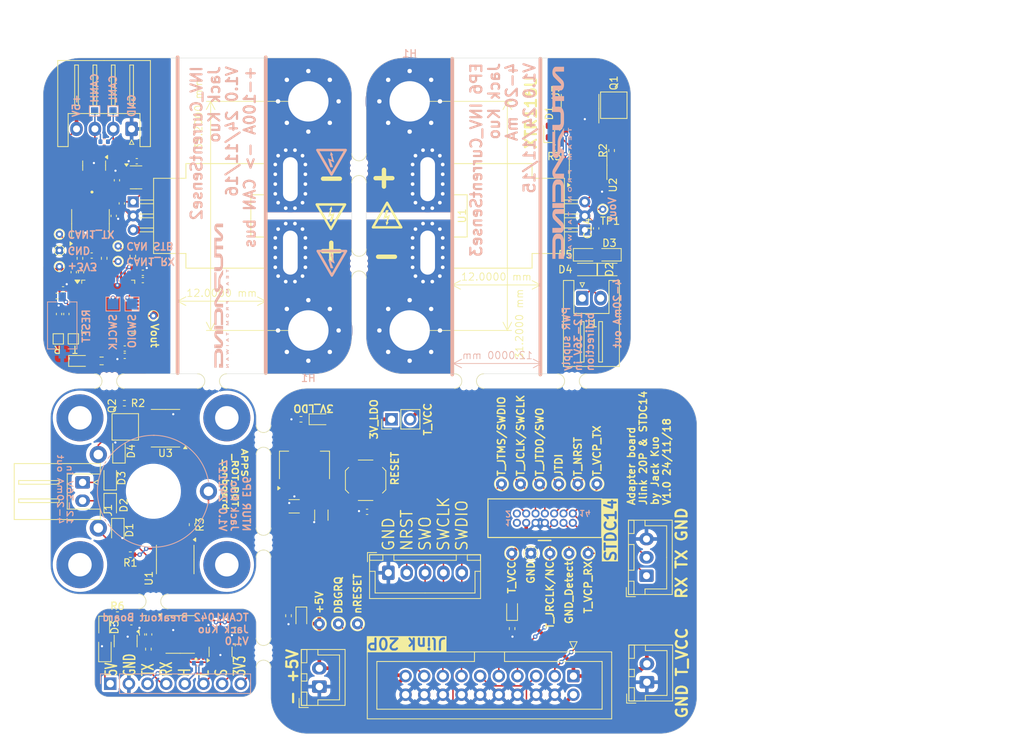
<source format=kicad_pcb>
(kicad_pcb (version 20240108) (generator "pcbnew") (generator_version "8.0")
  (layers (0 "F.Cu" signal) (31 "B.Cu" signal) (34 "B.Paste" user) (35 "F.Paste" user) (36 "B.SilkS" user "B.Silkscreen") (37 "F.SilkS" user "F.Silkscreen") (38 "B.Mask" user) (39 "F.Mask" user) (44 "Edge.Cuts" user))
  (net 0 "")
  (net 1 "+3V3")
  (net 2 "GND")
  (net 3 "+5V")
  (net 4 "Net-(D1-A)")
  (net 5 "/USART2_RX")
  (net 6 "/SWCLK")
  (net 7 "/SWDIO")
  (net 8 "/USART2_TX")
  (net 9 "/NRST")
  (net 10 "/LED")
  (net 11 "/CAN1_STB")
  (net 12 "/CAN1_RX")
  (net 13 "/CAN1_TX")
  (net 17 "/OSC_OUT")
  (net 23 "/OSC_IN")
  (net 27 "/BOOT0")
  (net 39 "/CAN1_L")
  (net 40 "/CAN1_H")
  (net 41 "Net-(U4-CANH)")
  (net 42 "Net-(U4-CANL)")
  (net 43 "Net-(U4-TXD)")
  (net 44 "Net-(U4-RXD)")
  (net 45 "Net-(U4-STB)")
  (net 47 "Net-(U1-VIOUT)")
  (net 51 "/IP+")
  (net 52 "/IP-")
  (net 53 "Net-(D1-K)")
  (net 54 "VCC")
  (net 55 "Net-(D2-A)")
  (net 56 "GNDPWR")
  (net 57 "Net-(D4-A)")
  (net 58 "Net-(Q1-E)")
  (net 59 "Net-(Q1-B)")
  (net 60 "Net-(U3-IIN)")
  (net 61 "Net-(U2A--)")
  (net 62 "/Vout")
  (net 66 "Net-(D3-A)")
  (net 67 "Net-(Q2-E)")
  (net 68 "Net-(Q2-B)")
  (net 69 "Net-(U1A--)")
  (net 71 "Net-(U1A-+)")
  (net 74 "Net-(U1C-V-)")
  (net 75 "Net-(R1-Pad1)")
  (net 76 "Net-(R2-Pad2)")
  (net 89 "Net-(U3-VREF)")
  (net 90 "Net-(U1C-V+)")
  (net 91 "/STDIC14_JLINK20p/+5V")
  (net 92 "/STDIC14_JLINK20p/3V_LDO")
  (net 93 "Net-(D2-K)")
  (net 94 "/STDIC14_JLINK20p/DBGRQ")
  (net 95 "/STDIC14_JLINK20p/T_NRST")
  (net 96 "/STDIC14_JLINK20p/T_VCC")
  (net 97 "/STDIC14_JLINK20p/T_JTDI{slash}NC")
  (net 98 "/STDIC14_JLINK20p/nRESET")
  (net 99 "/STDIC14_JLINK20p/T_JCLK{slash}SWCLK")
  (net 100 "/STDIC14_JLINK20p/T_JRCLK{slash}NC")
  (net 101 "/STDIC14_JLINK20p/T_JTMS{slash}SWDIO")
  (net 102 "/STDIC14_JLINK20p/T_JTDO{slash}SWO")
  (net 103 "Net-(D3-K)")
  (net 104 "/STDIC14_JLINK20p/T_VCP_RX")
  (net 105 "/STDIC14_JLINK20p/T_VCP_TX")
  (net 107 "/STDIC14_JLINK20p/GND_Detect")
  (net 109 "/CANL")
  (net 110 "/CANH")
  (net 111 "Net-(U1-CANH)")
  (net 112 "Net-(U1-CANL)")
  (net 113 "/CAN_RX")
  (net 114 "/CAN_TX")
  (net 115 "/CAN_STB")
  (net 116 "Net-(U1-TXD)")
  (net 117 "Net-(U1-RXD)")
  (net 118 "Net-(U1-STB)")
  (footprint "nturt_kicad_lib_EP6:mouse-bite-2mm-slot" (layer "F.Cu") (at 93 109 180)
    (property "Reference" "mouse-bite-2mm-slot" (hide yes))
    (property "Value" "VAL**" (hide yes))
  )
  (footprint "Connector_JST:JST_XH_B5B-XH-A_1x05_P2.50mm_Vertical" (layer "F.Cu") (at 125 105.1)
    (property "Reference" "J2" (hide yes))
    (property "Value" "SWD")
  )
  (footprint "MountingHole:MountingHole_5.5mm_Pad_Via" (layer "F.Cu") (at 114.1 40.9 180)
    (property "Reference" "H2" (hide yes))
    (property "Value" "IP-")
  )
  (footprint "Package_TO_SOT_SMD:SOT-23" (layer "F.Cu") (at 102.15 115.8675 90)
    (property "Reference" "D1" (hide yes))
    (property "Value" "NUP2105L")
  )
  (footprint "Resistor_SMD:R_0402_1005Metric" (layer "F.Cu") (at 83 62.275001 90)
    (property "Reference" "R2" (hide yes))
    (property "Value" "100R")
  )
  (footprint "Diode_SMD:D_SOD-323" (layer "F.Cu") (at 87.1201 92.2187 90)
    (property "Reference" "D3")
    (property "Value" "1N4148")
  )
  (footprint "Capacitor_SMD:C_0402_1005Metric" (layer "F.Cu") (at 89.1 75.5625 180)
    (property "Reference" "C2" (hide yes))
    (property "Value" "10u 6V")
  )
  (footprint "Capacitor_SMD:C_0402_1005Metric" (layer "F.Cu") (at 87.6 56.5 -90)
    (property "Reference" "C12" (hide yes))
    (property "Value" "0u1")
  )
  (footprint "Package_SO:SOIC-8_3.9x4.9mm_P1.27mm" (layer "F.Cu") (at 152.2 49.6 90)
    (property "Reference" "U2")
    (property "Value" "LM358")
  )
  (footprint "TestPoint:TestPoint_THTPad_D1.5mm_Drill0.7mm" (layer "F.Cu") (at 145.6 93 90)
    (property "Reference" "TP10" (hide yes))
    (property "Value" "T_JTDO/SWO")
  )
  (footprint "MountingHole:MountingHole_3.2mm_M3_Pad_TopBottom" (layer "F.Cu") (at 103 104 -90)
    (property "Reference" "H4" (hide yes))
    (property "Value" "MountingHole_Pad")
  )
  (footprint "Capacitor_SMD:C_1206_3216Metric" (layer "F.Cu") (at 112.175 96.05 180)
    (property "Reference" "C2" (hide yes))
    (property "Value" "47u 10V")
  )
  (footprint "Connector_JST:JST_XH_S4B-XH-A_1x04_P2.50mm_Horizontal" (layer "F.Cu") (at 90.035 44.655 180)
    (property "Reference" "J2" (hide yes))
    (property "Value" "5V&CAN")
  )
  (footprint "MountingHole:MountingHole_3.2mm_M3_Pad_TopBottom" (layer "F.Cu") (at 83 104 -90)
    (property "Reference" "H3" (hide yes))
    (property "Value" "MountingHole_Pad")
  )
  (footprint "Package_SO:SOIC-8_3.9x4.9mm_P1.27mm" (layer "F.Cu") (at 95.9705 103.2931 -90)
    (property "Reference" "U1")
    (property "Value" "LM358")
  )
  (footprint "TestPoint:TestPoint_THTPad_D1.5mm_Drill0.7mm" (layer "F.Cu") (at 115.6 112.05 90)
    (property "Reference" "TP16" (hide yes))
    (property "Value" "+5V")
  )
  (footprint "Package_TO_SOT_SMD:SOT-23" (layer "F.Cu") (at 84.935 49.655 -90)
    (property "Reference" "D2" (hide yes))
    (property "Value" "NUP2105L")
  )
  (footprint "Connector_PinHeader_2.54mm:PinHeader_1x02_P2.54mm_Vertical" (layer "F.Cu") (at 125.425 84.2 90)
    (property "Reference" "JP1" (hide yes))
    (property "Value" "3.3V T_VCC")
  )
  (footprint "Diode_SMD:D_SOD-323" (layer "F.Cu") (at 155.1 61.8 180)
    (property "Reference" "D3")
    (property "Value" "1N4148")
  )
  (footprint "Package_TO_SOT_SMD:SOT-23-3" (layer "F.Cu") (at 89.225 114.4 -90)
    (property "Reference" "U2" (hide yes))
    (property "Value" "XC6206P332MR-G")
  )
  (footprint "MountingHole:MountingHole_5.5mm_Pad_Via" (layer "F.Cu") (at 127.9 72.1)
    (property "Reference" "H2" (hide yes))
    (property "Value" "IP+")
  )
  (footprint "Diode_SMD:D_SOD-323" (layer "F.Cu") (at 87.1201 95.9017 -90)
    (property "Reference" "D2")
    (property "Value" "1N4148")
  )
  (footprint "TestPoint:TestPoint_THTPad_D1.5mm_Drill0.7mm" (layer "F.Cu") (at 148.2 93 90)
    (property "Reference" "TP12" (hide yes))
    (property "Value" "T_JTDI/NC")
  )
  (footprint "Button_Switch_SMD:SW_Push_1P1T_XKB_TS-1187A" (layer "F.Cu") (at 121.9 92.5 90)
    (property "Reference" "SW1" (hide yes))
    (property "Value" "TS-1187A-B-A-B")
  )
  (footprint "Capacitor_SMD:C_0402_1005Metric" (layer "F.Cu") (at 100.925 112.92 90)
    (property "Reference" "C2" (hide yes))
    (property "Value" "0u1")
  )
  (footprint "TestPoint:TestPoint_THTPad_D1.0mm_Drill0.5mm" (layer "F.Cu") (at 154.2 55.6)
    (property "Reference" "TP1")
    (property "Value" "Vout")
  )
  (footprint "Package_TO_SOT_SMD:SOT-23-3" (layer "F.Cu") (at 90.6375 51.25)
    (property "Reference" "U3" (hide yes))
    (property "Value" "XC6206PxxxMR")
  )
  (footprint "Capacitor_SMD:C_0402_1005Metric" (layer "F.Cu") (at 91.565 65.245)
    (property "Reference" "C7" (hide yes))
    (property "Value" "0u1")
  )
  (footprint "Diode_SMD:D_SOD-323" (layer "F.Cu") (at 86.4 115.6 90)
    (property "Reference" "D2" (hide yes))
    (property "Value" "BZT52B5V6S C19077435")
  )
  (footprint "nturt_kicad_lib_EP6:mouse-bite-2mm-slot" (layer "F.Cu") (at 108 101 90)
    (property "Reference" "mouse-bite-2mm-slot" (hide yes))
    (property "Value" "VAL**" (hide yes))
  )
  (footprint "Resistor_SMD:R_0402_1005Metric" (layer "F.Cu") (at 111.4 110.95 -90)
    (property "Reference" "R2" (hide yes))
    (property "Value" "1k")
  )
  (footprint "Connector_JST:JST_XH_B2B-XH-A_1x02_P2.50mm_Vertical" (layer "F.Cu") (at 160.2 120 90)
    (property "Reference" "J11" (hide yes))
    (property "Value" "T_VCC")
  )
  (footprint "TestPoint:TestPoint_THTPad_D1.5mm_Drill0.7mm" (layer "F.Cu") (at 143 93 90)
    (property "Reference" "TP9" (hide yes))
    (property "Value" "T_JCLK/SWCLK")
  )
  (footprint "nturt_kicad_lib_EP6:Allegro_CB_PFF" (layer "F.Cu") (at 151.75 58.41 90)
    (property "Reference" "U1")
    (property "Value" "ACS756xCB-100B-PFF")
  )
  (footprint "TestPoint:TestPoint_THTPad_D1.5mm_Drill0.7mm" (layer "F.Cu") (at 153.4 93 90)
    (property "Reference" "TP13" (hide yes))
    (property "Value" "T_VCP_TX")
  )
  (footprint "TestPoint:TestPoint_THTPad_D1.5mm_Drill0.7mm" (layer "F.Cu") (at 141.8 102.45 90)
    (property "Reference" "TP1" (hide yes))
    (property "Value" "T_VCC")
  )
  (footprint "LED_SMD:LED_0603_1608Metric" (layer "F.Cu") (at 82.95 76.25)
    (property "Reference" "D1" (hide yes))
    (property "Value" "WHITE")
  )
  (footprint "Capacitor_SMD:C_0402_1005Metric" (layer "F.Cu") (at 83.15 64.1625 90)
    (property "Reference" "C8" (hide yes))
    (property "Value" "0u1")
  )
  (footprint "LED_SMD:LED_0603_1608Metric" (layer "F.Cu") (at 86.3 112.5 -90)
    (property "Reference" "D3")
    (property "Value" "RED LED")
  )
  (footprint "Resistor_SMD:R_0603_1608Metric" (layer "F.Cu") (at 85.95 76.25 180)
    (property "Reference" "R5" (hide yes))
    (property "Value" "1k")
  )
  (footprint "Package_TO_SOT_SMD:SOT-223-3_TabPin2" (layer "F.Cu") (at 113.575 90.45 90)
    (property "Reference" "U1" (hide yes))
    (property "Value" "AMS1117-3.3")
  )
  (footprint "Capacitor_SMD:C_0402_1005Metric" (layer "F.Cu") (at 91.565 64.245)
    (property "Reference" "C3" (hide yes))
    (property "Value" "10u 6V")
  )
  (footprint "LED_SMD:LED_0603_1608Metric" (layer "F.Cu") (at 113.15 111.25 -90)
    (property "Reference" "D2" (hide yes))
    (property "Value" "RED 5V")
  )
  (footprint "nturt_kicad_lib_EP6:mouse-bite-2mm-slot" (layer "F.Cu") (at 121 50 90)
    (property "Reference" "mouse-bite-2mm-slot" (hide yes))
    (property "Value" "VAL**" (hide yes))
  )
  (footprint "TestPoint:TestPoint_THTPad_D1.5mm_Drill0.7mm" (layer "F.Cu") (at 150.8 93 90)
    (property "Reference" "TP11" (hide yes))
    (property "Value" "T_NRST")
  )
  (footprint "Diode_SMD:D_SOD-323" (layer "F.Cu") (at 151.8 61.8)
    (property "Reference" "D5")
    (property "Value" "1N4148")
  )
  (footprint "Resistor_SMD:R_0402_1005Metric" (layer "F.Cu") (at 113.1 84.2 180)
    (property "Reference" "R1" (hide yes))
    (property "Value" "1k")
  )
  (footprint "PCM_Package_TO_SOT_SMD_AKL:SOT-23" (layer "F.Cu") (at 155.7 41.425 -90)
    (property "Reference" "Q1")
    (property "Value" "MMBT2222A" (hide yes))
  )
  (footprint "TestPoint:TestPoint_THTPad_D1.0mm_Drill0.5mm" (layer "F.Cu") (at 80.2 63.4)
    (property "Reference" "TP11" (hide yes))
    (property "Value" "3V3")
  )
  (footprint "TestPoint:TestPoint_THTPad_D1.0mm_Drill0.5mm" (layer "F.Cu") (at 80.2 59)
    (property "Reference" "TP6" (hide yes))
    (property "Value" "CAN1_TX")
  )
  (footprint "SamacSys_Parts_EP6:EXCX4CE900U" (layer "F.Cu") (at 84.835 52.555)
    (property "Reference" "FL1" (hide yes))
    (property "Value" "EXC-X4CE900U" (hide yes))
  )
  (footprint "Resistor_SMD:R_0402_1005Metric" (layer "F.Cu") (at 98.2707 98.5433 90)
    (property "Reference" "R3")
    (property "Value" "10k")
  )
  (footprint "Capacitor_SMD:C_0402_1005Metric" (layer "F.Cu") (at 84.6 61.9 180)
    (property "Reference" "C11" (hide yes))
    (property "Value" "0u1")
  )
  (footprint "Connector_JST:JST_XH_B2B-XH-A_1x02_P2.50mm_Vertical" (layer "F.Cu") (at 115.6 120.6 90)
    (property "Reference" "J13" (hide yes))
    (property "Value" "5V")
  )
  (footprint "nturt_kicad_lib_EP6:mouse-bite-2mm-slot" (layer "F.Cu") (at 108 116 -90)
    (property "Reference" "mouse-bite-2mm-slot" (hide yes))
    (property "Value" "VAL**" (hide yes))
  )
  (footprint "Capacitor_SMD:C_0402_1005Metric" (layer "F.Cu") (at 88.7 54.8 -90)
    (property "Reference" "C14" (hide yes))
    (property "Value" "10u 6V")
  )
  (footprint "TestPoint:TestPoint_THTPad_D1.5mm_Drill0.7mm" (layer "F.Cu") (at 152.2 102.45 90)
    (property "Reference" "TP5" (hide yes))
    (property "Value" "T_VCP_RX")
  )
  (footprint "Diode_SMD:D_SOD-323" (layer "F.Cu") (at 88.1615 99.3053 -90)
    (property "Reference" "D1")
    (property "Value" "1N4148")
  )
  (footprint "Capacitor_SMD:C_0402_1005Metric" (layer "F.Cu") (at 122.1 96.8 180)
    (property "Reference" "C3" (hide yes))
    (property "Value" "0u1")
  )
  (footprint "TestPoint:TestPoint_THTPad_D1.5mm_Drill0.7mm" (layer "F.Cu") (at 144.4 102.45 90)
    (property "Reference" "TP2" (hide yes))
    (property "Value" "T_VCC")
  )
  (footprint "Resistor_SMD:R_0402_1005Metric" (layer "F.Cu") (at 89.8633 102.6327)
    (property "Reference" "R1")
    (property "Value" "1k")
  )
  (footprint "nturt_kicad_lib_EP6:mouse-bite-2mm-slot" (layer "F.Cu") (at 136 79 180)
    (property "Reference" "mouse-bite-2mm-slot" (hide yes))
    (property "Value" "VAL**" (hide yes))
  )
  (footprint "Capacitor_SMD:C_0402_1005Metric" (layer "F.Cu") (at 90.7375 49.05)
    (property "Reference" "C9" (hide yes))
    (property "Value" "1u")
  )
  (footprint "Resistor_SMD:R_0402_1005Metric" (layer "F.Cu") (at 141.85 112.7 -90)
    (property "Reference" "R3" (hide yes))
    (property "Value" "1k")
  )
  (footprint "Resistor_SMD:R_0402_1005Metric" (layer "F.Cu") (at 92.325 115.5 90)
    (property "Reference" "R2" (hide yes))
    (property "Value" "100R")
  )
  (footprint "TestPoint:TestPoint_Pad_1.0x1.0mm" (layer "F.Cu") (at 82.1 73.25 180)
    (property "Reference" "TP10" (hide yes))
    (property "Value" "RX")
  )
  (footprint "Capacitor_SMD:C_0402_1005Metric" (layer "F.Cu") (at 92.425 113.5 90)
    (property "Reference" "C1" (hide yes))
    (property "Value" "0u1")
  )
  (footprint "Diode_SMD:D_SOD-323" (layer "F.Cu") (at 155.1 63.8)
    (property "Reference" "D2")
    (property "Value" "1N4148")
  )
  (footprint "nturt_kicad_lib_EP6:box_header_14P_pitch127" (layer "F.Cu") (at 142.5 98.3 180)
    (property "Reference" "J17" (hide yes))
    (property "Value" "STDIC 14p")
  )
  (footprint "Connector_IDC:IDC-Header_2x10_P2.54mm_Vertical" (layer "F.Cu") (at 150.2 119.16 -90)
    (property "Reference" "J1" (hide yes))
    (property "Value" "Jlink20p")
  )
  (footprint "nturt_kicad_lib_EP6:Allegro_CB_PFF" (layer "F.Cu") (at 90.25 54.59 -90)
    (property "Reference" "U1" (hide yes))
    (property "Value" "ACS756xCB-100B-PFF")
  )
  (footprint "TestPoint:TestPoint_THTPad_D1.0mm_Drill0.5mm" (layer "F.Cu") (at 93 70.1 180)
    (property "Reference" "TP1" (hide yes))
    (property "Value" "Vout")
  )
  (footprint "TestPoint:TestPoint_THTPad_D1.0mm_Drill0.5mm" (layer "F.Cu") (at 88.2 62.7)
    (property "Reference" "TP5" (hide yes))
    (property "Value" "CAN1_RX")
  )
  (footprint "Diode_SMD:D_SOD-323" (layer "F.Cu") (at 151.8 63.8 180)
    (property "Reference" "D4")
    (property "Value" "1N4148")
  )
  (footprint "LED_SMD:LED_0603_1608Metric" (layer "F.Cu") (at 146.905 45.0175 90)
    (property "Reference" "D1")
    (property "Value" "LED")
  )
  (footprint "Resistor_SMD:R_0402_1005Metric" (layer "F.Cu") (at 86.3 62.275001 90)
    (property "Reference" "R3" (hide yes))
    (property "Value" "100R")
  )
  (footprint "Diode_SMD:D_SOD-323" (layer "F.Cu") (at 88.3139 88.5525 90)
    (property "Reference" "D4")
    (property "Value" "1N4148")
  )
  (footprint "Capacitor_SMD:C_0402_1005Metric" (layer "F.Cu") (at 90 111.8375 180)
    (property "Reference" "C4" (hide yes))
    (property "Value" "1u")
  )
  (footprint "Capacitor_SMD:C_0402_1005Metric" (layer "F.Cu") (at 153.3 58.2 90)
    (property "Reference" "C14")
    (property "Value" "10u 6V")
  )
  (footprint "Resistor_SMD:R_0402_1005Metric" (layer "F.Cu") (at 88.1 110.8)
    (property "Reference" "R6")
    (property "Value" "1k")
  )
  (footprint "Resistor_SMD:R_0402_1005Metric" (layer "F.Cu") (at 79.8875 67.4125)
    (property "Reference" "R1" (hide yes))
    (property "Value" "10k")
  )
  (footprint "Capacitor_SMD:C_0402_1005Metric" (layer "F.Cu") (at 80.7 66.5)
    (property "Reference" "C13" (hide yes))
    (property "Value" "0u1")
  )
  (footprint "MountingHole:MountingHole_3.2mm_M3_Pad_TopBottom" (layer "F.Cu") (at 83 84 -90)
    (property "Reference" "H2" (hide yes))
    (property "Value" "MountingHole_Pad")
  )
  (footprint "Connector_JST:JST_XH_B3B-XH-A_1x03_P2.50mm_Vertical" (layer "F.Cu") (at 160.15 105.5 90)
    (property "Reference" "J12" (hide yes))
    (property "Value" "VCP_UART")
  )
  (footprint "TestPoint:TestPoint_THTPad_D1.5mm_Drill0.7mm" (layer "F.Cu") (at 118.2 112.05 90)
    (property "Reference" "TP15" (hide yes))
    (property "Value" "DBGRQ")
  )
  (footprint "Resistor_SMD:R_0402_1005Metric" (layer "F.Cu") (at 155.4 47.6 90)
    (property "Reference" "R2")
    (property "Value" "10k")
  )
  (footprint "nturt_kicad_lib_EP6:mouse-bite-2mm-slot" (layer "F.Cu") (at 108 87 90)
    (property "Reference" "mouse-bite-2mm-slot" (hide yes))
    (property "Value" "VAL**" (hide yes))
  )
  (footprint "Capacitor_SMD:C_0402_1005Metric" (layer "F.Cu") (at 89.1 74.5625 180)
    (property "Reference" "C6" (hide yes))
    (property "Value" "0u1")
  )
  (footprint "TestPoint:TestPoint_Pad_1.0x1.0mm" (layer "F.Cu") (at 80.05 73.25 180)
    (property "Reference" "TP9" (hide yes))
    (property "Value" "TX")
  )
  (footprint "Resistor_SMD:R_0402_1005Metric" (layer "F.Cu") (at 104.1 112.9 180)
    (property "Reference" "R5" (hide yes))
    (property "Value" "100k")
  )
  (footprint "Resistor_SMD:R_0402_1005Metric" (layer "F.Cu") (at 90.2 62 90)
    (property "Reference" "R4" (hide yes))
    (property "Value" "100R")
  )
  (footprint "Resistor_SMD:R_0402_1005Metric" (layer "F.Cu") (at 91.925 111.3)
    (property "Reference" "R1" (hide yes))
    (property "Value" "100R")
  )
  (footprint "Package_SO:SOIC-8_3.9x4.9mm_P1.27mm" (layer "F.Cu") (at 151.1 41.9 90)
    (property "Reference" "U3")
    (property "Value" "XTR116U")
  )
  (footprint "TestPoint:TestPoint_THTPad_D1.5mm_Drill0.7mm" (layer "F.Cu") (at 140.4 93 90)
    (property "Reference" "TP8" (hide yes))
    (property "Value" "T_JTMS/SWDIO")
  )
  (footprint "TestPoint:TestPoint_THTPad_D1.5mm_Drill0.7mm" (layer "F.Cu") (at 149.6 102.45 90)
    (property "Reference" "TP4" (hide yes))
    (property "Value" "GND_DETECT")
  )
  (footprint "Capacitor_SMD:C_0402_1005Metric" (layer "F.Cu") (at 82.15 64.1625 90)
    (property "Reference" "C4" (hide yes))
    (property "Value" "10u 6V")
  )
  (footprint "LED_SMD:LED_0603_1608Metric" (layer "F.Cu") (at 115.7 84.2)
    (property "Reference" "D1" (hide yes))
    (property "Value" "RED 3V3")
  )
  (footprint "TestPoint:TestPoint_THTPad_D1.0mm_Drill0.5mm" (layer "F.Cu") (at 88.2 60.6)
    (property "Reference" "TP2" (hide yes))
    (property "Value" "CAN1_STB")
  )
  (footprint "SamacSys_Parts_EP6:EXCX4CE900U" (layer "F.Cu") (at 99.5 117.055 -90)
    (property "Reference" "FL1" (hide yes))
    (property "Value" "EXCX4CE900U" (hide yes))
  )
  (footprint "Capacitor_SMD:C_0402_1005Metric" (layer "F.Cu") (at 81.15 69.8625 90)
    (property "Reference" "C5" (hide yes))
    (property "Value" "0u1")
  )
  (footprint "nturt_kicad_lib_EP6:mouse-bite-2mm-slot" (layer "F.Cu") (at 150 79 180)
    (property "Reference" "mouse-bite-2mm-slot" (hide yes))
    (property "Value" "VAL**" (hide yes))
  )
  (footprint "Capacitor_SMD:C_0402_1005Metric" (layer "F.Cu") (at 80.15 69.8625 90)
    (property "Reference" "C1" (hide yes))
    (property "Value" "10u 6V")
  )
  (footprint "Capacitor_SMD:C_1206_3216Metric" (layer "F.Cu") (at 115.875 97.25 -90)
    (property "Reference" "C1" (hide yes))
    (property "Value" "47u 10V")
  )
  (footprint "Resistor_SMD:R_0402_1005Metric" (layer "F.Cu") (at 89.0505 82.0079 180)
    (property "Reference" "R2")
    (property "Value" "1k")
  )
  (footprint "LED_SMD:LED_0603_1608Metric" (layer "F.Cu") (at 141.85 110.1 90)
    (property "Reference" "D3" (hide yes))
    (property "Value" "RED T_VCC")
  )
  (footprint "Resistor_SMD:R_0402_1005Metric" (layer "F.Cu") (at 147.605 47.205)
    (property "Reference" "R3")
    (property "Value" "1k")
  )
  (footprint "Connector_JST:JST_XH_S2B-XH-A_1x02_P2.50mm_Horizontal" (layer "F.Cu") (at 151.4 67.7)
    (property "Reference" "J1")
    (property "Value" "current")
  )
  (footprint "TestPoint:TestPoint_THTPad_D1.5mm_Drill0.7mm" (layer "F.Cu") (at 120.8 112.05 90)
    (property "Reference" "TP14" (hide yes))
    (property "Value" "nRESET")
  )
  (footprint "nturt_kicad_lib_EP6:mouse-bite-2mm-slot" (layer "F.Cu") (at 121 63 90)
    (property "Reference" "mouse-bite-2mm-slot" (hide yes))
    (property "Value" "VAL**" (hide yes))
  )
  (footprint "Package_SO:SOIC-8_3.9x4.9mm_P1.27mm" (layer "F.Cu") (at 94.6497 85.4115 180)
    (property "Reference" "U3")
    (property "Value" "XTR116U")
  )
  (footprint "Package_QFP:LQFP-48_7x7mm_P0.5mm" (layer "F.Cu") (at 86.85 68.8625)
    (property "Reference" "U2" (hide yes))
    (property "Value" "STM32F103C8Tx")
  )
  (footprint "Capacitor_SMD:C_0402_1005Metric" (layer "F.Cu") (at 88.0375 51.65 -90)
    (property "Reference" "C10" (hide yes))
    (property "Value" "1u")
  )
  (footprint "Resistor_SMD:R_0402_1005Metric" (layer "F.Cu") (at 104.525 114.9 90)
    (property "Reference" "R3" (hide yes))
    (property "Value" "100R")
  )
  (footprint "Connector_JST:JST_XH_S2B-XH-A_1x02_P2.50mm_Horizontal" (layer "F.Cu") (at 83.3609 92.7921 -90)
    (property "Reference" "J1")
    (property "Value" "current")
  )
  (footprint "Package_SO:SOIC-8_3.9x4.9mm_P1.27mm" (layer "F.Cu") (at 84.435 57.575 90)
    (property "Reference" "U4" (hide yes))
    (property "Value" "TCAN1042VDRQ1")
  )
  (footprint "PCM_Package_TO_SOT_SMD_AKL:SOT-23" (layer "F.Cu") (at 89.1745 85.2337 -90)
    (property "Reference" "Q2")
    (property "Value" "MMBT2222A" (hide yes))
  )
  (footprint "nturt_kicad_lib_EP6:mouse-bite-2mm-slot" (layer "F.Cu") (at 101 79 180)
    (property "Reference" "mouse-bite-2mm-slot" (hide yes))
    (property "Value" "VAL**" (hide yes))
  )
  (footprint "nturt_kicad_lib_EP6:mouse-bite-2mm-slot" (layer "F.Cu") (at 87 79)
    (property "Reference" "mouse-bite-2mm-slot" (hide yes))
    (property "Value" "VAL**" (hide yes))
  )
  (footprint "MountingHole:MountingHole_3.2mm_M3_Pad_TopBottom" (layer "F.Cu") (at 103 84 -90)
    (property "Reference" "H1" (hide yes))
    (property "Value" "MountingHole_Pad")
  )
  (footprint "Package_SO:SOIC-8_3.9x4.9mm_P1.27mm" (layer "F.Cu") (at 96.65 113.5)
    (property "Reference" "U1" (hide yes))
    (property "Value" "TCAN1042VDRQ1")
  )
  (footprint "TestPoint:TestPoint_THTPad_D1.0mm_Drill0.5mm" (layer "F.Cu") (at 80.2 61.2)
    (property "Reference" "TP12" (hide yes))
    (property "Value" "GND")
  )
  (footprint "Capacitor_SMD:C_0402_1005Metric" (layer "F.Cu") (at 91.4625 113.5 -90)
    (property "Reference" "C3" (hide yes))
    (property "Value" "1u")
  )
  (footprint "TestPoint:TestPoint_THTPad_D1.5mm_Drill0.7mm" (layer "F.Cu") (at 147 102.45 90)
    (property "Reference" "TP3" (hide yes))
    (property "Value" "T_JRCLK/NC")
  )
  (footprint "Button_Switch_SMD:SW_Tactile_SPST_NO_Straight_CK_PTS636Sx25SMTRLFS" (layer "B.Cu") (at 80.5875 71.4125 90)
    (property "Reference" "SW1" (hide yes))
    (property "Value" "RESET")
  )
  (footprint "PCM_Potentiometer_THT_AKL:Potentiometer_Piher_PT-15-V15_Vertical_Hole" (layer "B.Cu") (at 85.5 89)
    (property "Reference" "RV1" (hide yes))
    (property "Value" "100k PTN15-E100DB10-H" (hide yes))
  )
  (footprint "TestPoint:TestPoint_Pad_1.5x1.5mm" (layer "B.Cu") (at 87.5 68.5)
    (property "Reference" "TP8" (hide yes))
    (property "Value" "SWCLK")
  )
  (footprint "Resistor_SMD:R_0402_1005Metric" (layer "B.Cu") (at 99.025 117.4)
    (property "Reference" "R4" (hide yes))
    (property "Value" "120R")
  )
  (footprint "Resistor_SMD:R_0402_1005Metric" (layer "B.Cu") (at 86.3 46.4)
    (property "Reference" "R6" (hide yes))
    (property "Value" "120R")
  )
  (footprint "Connector_PinHeader_2.54mm:PinHeader_1x08_P2.54mm_Vertical" (layer "B.Cu") (at 87.125 120.2 -90)
    (property "Reference" "J1" (hide yes))
    (property "Value" "connector")
  )
  (footprint "TestPoint:TestPoint_Pad_1.0x1.0mm" (layer "B.Cu") (at 85 42.2)
    (property "Reference" "TP3" (hide yes))
    (property "Value" "CANH")
  )
  (footprint "TestPoint:TestPoint_Pad_1.0x1.0mm" (layer "B.Cu") (at 87.5 42.2)
    (property "Reference" "TP4" (hide yes))
    (property "Value" "CANL")
  )
  (footprint "nturt_kicad_lib_EP6:MountingHole_5.5mm_Pad_Via_15mm_square" (layer "B.Cu") (at 127.9 40.9 180)
    (property "Reference" "H1")
    (property "Value" "IP+")
  )
  (footprint "TestPoint:TestPoint_Pad_1.5x1.5mm" (layer "B.Cu") (at 90.1 68.5)
    (property "Reference" "TP7" (hide yes))
    (property "Value" "SWDIO")
  )
  (footprint "nturt_kicad_lib_EP6:MountingHole_5.5mm_Pad_Via_15mm_square" (layer "B.Cu") (at 114.1 72.1)
    (property "Reference" "H1")
    (property "Value" "IP+")
  )
  (gr_poly (pts (xy 149.633967 62.050128) (xy 149.807534 62.220165) (xy 149.460401 62.220165) (xy 149.460401 62.354223) (xy 149.9684 62.354223) (xy 149.9684 62.207465) (xy 149.793423 62.037428) (xy 149.619151 61.867389) (xy 149.9684 61.867389) (xy 149.9684 61.733332) (xy 149.460401 61.733332) (xy 149.460401 61.880089)) (stroke (width -0.000001)) (fill solid) (layer "B.SilkS"))
  (gr_poly (pts (xy 102.895528 65.744422) (xy 102.895602 65.750821) (xy 102.895726 65.756795) (xy 102.8959 65.762349) (xy 102.896123 65.767487) (xy 102.896396 65.772215) (xy 102.896719 65.776536) (xy 102.897091 65.780456) (xy 102.897512 65.783979) (xy 102.897984 65.78711) (xy 102.898505 65.789853) (xy 102.899075 65.792214) (xy 102.899695 65.794196) (xy 102.900024 65.795046) (xy 102.900365 65.795804) (xy 102.900718 65.79647) (xy 102.901084 65.797044) (xy 102.901462 65.797526) (xy 102.901853 65.797919) (xy 102.914322 65.804963) (xy 102.94326 65.820541) (xy 102.984304 65.84227) (xy 103.033086 65.867769) (xy 103.138391 65.92267) (xy 103.183998 65.946648) (xy 103.216707 65.964078) (xy 103.276503 65.995298) (xy 103.276503 65.878882) (xy 103.24052 65.86089) (xy 103.205066 65.842899) (xy 103.203478 65.739182) (xy 103.20242 65.634936) (xy 103.239461 65.616415) (xy 103.276503 65.597893) (xy 103.276503 65.542331) (xy 103.276474 65.531948) (xy 103.27637 65.522789) (xy 103.276165 65.514803) (xy 103.276016 65.511233) (xy 103.275833 65.507936) (xy 103.275612 65.504905) (xy 103.27535 65.502135) (xy 103.275043 65.499618) (xy 103.274689 65.497348) (xy 103.274284 65.495318) (xy 103.273825 65.493523) (xy 103.273309 65.491954) (xy 103.272733 65.490605) (xy 103.272093 65.489471) (xy 103.271386 65.488544) (xy 103.271006 65.488156) (xy 103.270609 65.487818) (xy 103.270194 65.487528) (xy 103.269759 65.487286) (xy 103.269306 65.48709) (xy 103.268833 65.486941) (xy 103.267827 65.486778) (xy 103.266739 65.486789) (xy 103.265564 65.486967) (xy 103.264301 65.487307) (xy 103.262945 65.487802) (xy 103.261493 65.488445) (xy 103.259943 65.489229) (xy 103.258291 65.490148) (xy 103.256533 65.491195) (xy 103.252691 65.493649) (xy 103.235865 65.503182) (xy 103.197856 65.52348) (xy 103.128336 65.55979) (xy 103.128336 65.671977) (xy 103.128336 65.738123) (xy 103.128288 65.751448) (xy 103.128146 65.763862) (xy 103.127918 65.775098) (xy 103.127609 65.784888) (xy 103.127225 65.792967) (xy 103.126774 65.799068) (xy 103.126524 65.801293) (xy 103.12626 65.802924) (xy 103.125982 65.803927) (xy 103.125838 65.804183) (xy 103.125691 65.804269) (xy 103.123825 65.803621) (xy 103.119597 65.801764) (xy 103.105119 65.794943) (xy 103.084391 65.784847) (xy 103.059545 65.772519) (xy 103.034889 65.760092) (xy 103.024105 65.754576) (xy 103.014698 65.749699) (xy 103.006928 65.74559) (xy 103.001055 65.742381) (xy 102.997341 65.740202) (xy 102.996374 65.739539) (xy 102.996128 65.739321) (xy 102.996045 65.739182) (xy 102.997389 65.738312) (xy 103.001245 65.736189) (xy 103.015425 65.728731) (xy 103.062191 65.704786) (xy 103.128336 65.671977) (xy 103.128336 65.55979) (xy 103.080711 65.584665) (xy 103.017054 65.617481) (xy 102.96317 65.645585) (xy 102.907145 65.675152) (xy 102.90527 65.67651) (xy 102.903606 65.677857) (xy 102.90214 65.679267) (xy 102.900861 65.680816) (xy 102.899755 65.682579) (xy 102.89881 65.684631) (xy 102.898015 65.687047) (xy 102.897355 65.689903) (xy 102.89682 65.693273) (xy 102.896396 65.697233) (xy 102.896072 65.701859) (xy 102.895834 65.707225) (xy 102.895569 65.720477) (xy 102.895503 65.737594)) (stroke (width -0.000001)) (fill solid) (layer "B.SilkS"))
  (gr_poly (pts (xy 102.896562 70.875273) (xy 102.898149 70.945122) (xy 103.036791 71.019205) (xy 103.090906 71.048161) (xy 103.135149 71.072255) (xy 103.152158 71.081703) (xy 103.165006 71.089007) (xy 103.173129 71.093854) (xy 103.175242 71.09526) (xy 103.175961 71.095935) (xy 103.173417 71.09785) (xy 103.166122 71.102219) (xy 103.139317 71.117234) (xy 103.099613 71.138798) (xy 103.051078 71.164726) (xy 102.958342 71.214204) (xy 102.910849 71.239867) (xy 102.895503 71.249394) (xy 102.895503 71.386976) (xy 103.277032 71.386976) (xy 103.275445 71.335648) (xy 103.273857 71.283789) (xy 103.150032 71.28273) (xy 103.102019 71.282243) (xy 103.062389 71.281606) (xy 103.047036 71.281247) (xy 103.03536 71.28087) (xy 103.027889 71.28048) (xy 103.025894 71.280283) (xy 103.025149 71.280085) (xy 103.025603 71.279551) (xy 103.027321 71.278368) (xy 103.034294 71.27419) (xy 103.060603 71.259514) (xy 103.100009 71.238191) (xy 103.148445 71.212352) (xy 103.273857 71.146205) (xy 103.273857 71.045664) (xy 103.146857 70.97846) (xy 103.127855 70.968282) (xy 103.110877 70.959141) (xy 103.095838 70.950987) (xy 103.082654 70.943767) (xy 103.071241 70.937426) (xy 103.061514 70.931914) (xy 103.057256 70.929452) (xy 103.053388 70.927177) (xy 103.049899 70.925082) (xy 103.046779 70.923162) (xy 103.044016 70.921409) (xy 103.041602 70.919817) (xy 103.039524 70.918379) (xy 103.037773 70.917089) (xy 103.036338 70.91594) (xy 103.035208 70.914926) (xy 103.034373 70.914039) (xy 103.034063 70.913641) (xy 103.033822 70.913273) (xy 103.03365 70.912934) (xy 103.033545 70.912623) (xy 103.033506 70.912338) (xy 103.033531 70.91208) (xy 103.033619 70.911848) (xy 103.033769 70.911639) (xy 103.033979 70.911455) (xy 103.034249 70.911293) (xy 103.034577 70.911154) (xy 103.034961 70.911036) (xy 103.035893 70.91086) (xy 103.037036 70.910759) (xy 103.038378 70.910727) (xy 103.083225 70.91033) (xy 103.165378 70.909139) (xy 103.273857 70.908081) (xy 103.275445 70.856752) (xy 103.277032 70.804894) (xy 102.894974 70.804894)) (stroke (width -0.000001)) (fill solid) (layer "B.SilkS"))
  (gr_poly (pts (xy 117.278021 51.03353) (xy 117.28824 51.032581) (xy 117.298389 51.03096) (xy 117.308439 51.028647) (xy 117.318358 51.025624) (xy 117.323259 51.02384) (xy 117.328116 51.021871) (xy 117.332926 51.019714) (xy 117.337684 51.017368) (xy 117.342387 51.01483) (xy 117.34703 51.012097) (xy 117.351611 51.009167) (xy 117.356125 51.006039) (xy 117.360569 51.002708) (xy 117.364938 50.999173) (xy 117.36923 50.995432) (xy 117.373439 50.991482) (xy 117.377563 50.987321) (xy 117.381598 50.982946) (xy 117.385539 50.978355) (xy 117.389384 50.973545) (xy 117.393128 50.968514) (xy 117.396767 50.96326) (xy 117.400298 50.957781) (xy 117.403717 50.952073) (xy 119.332353 47.611656) (xy 119.332374 47.611645) (xy 119.332385 47.61164) (xy 119.332395 47.611635) (xy 119.337981 47.60113) (xy 119.342731 47.590467) (xy 119.346664 47.579677) (xy 119.349799 47.568793) (xy 119.352153 47.557848) (xy 119.353743 47.546872) (xy 119.354589 47.535899) (xy 119.354707 47.524961) (xy 119.354116 47.51409) (xy 119.352835 47.503319) (xy 119.35088 47.49268) (xy 119.348269 47.482204) (xy 119.345022 47.471925) (xy 119.341155 47.461874) (xy 119.336687 47.452084) (xy 119.331635 47.442587) (xy 119.326018 47.433416) (xy 119.319854 47.424602) (xy 119.31316 47.416178) (xy 119.305955 47.408176) (xy 119.298256 47.400629) (xy 119.290081 47.393568) (xy 119.281449 47.387027) (xy 119.272377 47.381036) (xy 119.262884 47.37563) (xy 119.252986 47.370839) (xy 119.242703 47.366696) (xy 119.232052 47.363234) (xy 119.221052 47.360484) (xy 119.209719 47.358479) (xy 119.198072 47.357252) (xy 119.18613 47.356834) (xy 115.328858 47.356834) (xy 115.316919 47.357249) (xy 115.305276 47.358475) (xy 115.293946 47.360478) (xy 115.282947 47.363226) (xy 115.272299 47.366687) (xy 115.262017 47.370829) (xy 115.252121 47.375619) (xy 115.242629 47.381025) (xy 115.233558 47.387015) (xy 115.224926 47.393557) (xy 115.216752 47.400617) (xy 115.209054 47.408165) (xy 115.201848 47.416167) (xy 115.195155 47.424591) (xy 115.18899 47.433406) (xy 115.183373 47.442578) (xy 115.178322 47.452076) (xy 115.173854 47.461867) (xy 115.169987 47.471918) (xy 115.16674 47.482198) (xy 115.16413 47.492675) (xy 115.162175 47.503315) (xy 115.160894 47.514087) (xy 115.160304 47.524959) (xy 115.160424 47.535898) (xy 115.161271 47.546871) (xy 115.162863 47.557847) (xy 115.165219 47.568793) (xy 115.168356 47.579677) (xy 115.172292 47.590467) (xy 115.177046 47.60113) (xy 115.182635 47.611635) (xy 115.231082 47.695546) (xy 115.622224 47.695546) (xy 118.892827 47.695546) (xy 117.257525 50.527928) (xy 115.622224 47.695546) (xy 115.231082 47.695546) (xy 117.111271 50.952087) (xy 117.118221 50.963272) (xy 117.125605 50.973553) (xy 117.133393 50.982951) (xy 117.141554 50.991484) (xy 117.150057 50.999172) (xy 117.158873 51.006035) (xy 117.16797 51.012091) (xy 117.177318 51.017359) (xy 117.186887 51.02186) (xy 117.196647 51.025612) (xy 117.206566 51.028635) (xy 117.216614 51.030948) (xy 117.226762 51.032571) (xy 117.236978 51.033522) (xy 117.247232 51.033821) (xy 117.257494 51.033487) (xy 117.267762 51.033826)) (stroke (width -0.000001)) (fill solid) (layer "B.SilkS"))
  (gr_poly (pts (xy 102.896562 74.158752) (xy 102.898149 74.210082) (xy 103.273857 74.210082) (xy 103.275445 74.158752) (xy 103.277032 74.106892) (xy 102.894974 74.106892)) (stroke (width -0.000001)) (fill solid) (layer "B.SilkS"))
  (gr_poly (pts (xy 149.461812 48.732768) (xy 149.463928 48.825194) (xy 149.964873 48.825194) (xy 149.966989 48.756757) (xy 149.969106 48.687611) (xy 149.619151 48.687611) (xy 149.792012 48.596596) (xy 149.964873 48.505578) (xy 149.966989 48.439257) (xy 149.969106 48.372935) (xy 149.796245 48.281917) (xy 149.623384 48.190194) (xy 149.796245 48.188078) (xy 149.969106 48.186667) (xy 149.966989 48.117522) (xy 149.964873 48.049084) (xy 149.721456 48.046967) (xy 149.62614 48.046703) (xy 149.546831 48.046967) (xy 149.491864 48.047761) (xy 149.476113 48.048356) (xy 149.471626 48.048703) (xy 149.469573 48.049084) (xy 149.468307 48.049758) (xy 149.467153 48.051005) (xy 149.466106 48.052851) (xy 149.465163 48.055324) (xy 149.464319 48.058449) (xy 149.46357 48.062255) (xy 149.462341 48.072015) (xy 149.461442 48.084817) (xy 149.460842 48.100877) (xy 149.460505 48.120409) (xy 149.460401 48.143629) (xy 149.460401 48.235352) (xy 149.648078 48.33554) (xy 149.67505 48.349945) (xy 149.699414 48.36304) (xy 149.721275 48.374886) (xy 149.740737 48.385546) (xy 149.757905 48.395082) (xy 149.772883 48.403554) (xy 149.785775 48.411027) (xy 149.796686 48.417561) (xy 149.80572 48.423218) (xy 149.809565 48.425738) (xy 149.812981 48.428062) (xy 149.81598 48.430197) (xy 149.818574 48.432152) (xy 149.820778 48.433935) (xy 149.822604 48.435553) (xy 149.824065 48.437013) (xy 149.825174 48.438325) (xy 149.825945 48.439494) (xy 149.826389 48.44053) (xy 149.826494 48.441) (xy 149.826522 48.44144) (xy 149.826475 48.44185) (xy 149.826354 48.442231) (xy 149.826162 48.442585) (xy 149.8259 48.442912) (xy 149.825173 48.44349) (xy 149.807159 48.454029) (xy 149.76573 48.477003) (xy 149.637495 48.546501) (xy 149.459695 48.641046)) (stroke (width -0.000001)) (fill solid) (layer "B.SilkS"))
  (gr_poly (pts (xy 101.299008 60.821107) (xy 101.300066 62.166248) (xy 101.665191 62.168894) (xy 102.030316 62.17154) (xy 102.055187 62.185828) (xy 102.06046 62.189192) (xy 102.065572 62.192747) (xy 102.070535 62.196512) (xy 102.075361 62.200504) (xy 102.080064 62.204741) (xy 102.084655 62.20924) (xy 102.089146 62.21402) (xy 102.093551 62.219099) (xy 102.097882 62.224494) (xy 102.10215 62.230223) (xy 102.106369 62.236304) (xy 102.110551 62.242754) (xy 102.114708 62.249593) (xy 102.118852 62.256836) (xy 102.122996 62.264503) (xy 102.127153 62.272611) (xy 102.139312 62.29687) (xy 102.14832 62.319343) (xy 102.15179 62.332188) (xy 102.154649 62.347322) (xy 102.158771 62.388101) (xy 102.161156 62.448972) (xy 102.162277 62.537227) (xy 102.162608 62.825061) (xy 102.162567 62.965895) (xy 102.162384 63.074736) (xy 102.161966 63.156157) (xy 102.161639 63.188012) (xy 102.161218 63.214726) (xy 102.160693 63.236869) (xy 102.16005 63.255014) (xy 102.159278 63.269731) (xy 102.158366 63.281591) (xy 102.157302 63.291166) (xy 102.156074 63.299028) (xy 102.154672 63.305746) (xy 102.153082 63.311894) (xy 102.148795 63.325914) (xy 102.144085 63.339573) (xy 102.138974 63.35283) (xy 102.133487 63.365646) (xy 102.127646 63.377981) (xy 102.121475 63.389796) (xy 102.114997 63.401052) (xy 102.108236 63.411708) (xy 102.101214 63.421726) (xy 102.093954 63.431065) (xy 102.086481 63.439687) (xy 102.078817 63.447551) (xy 102.074921 63.451187) (xy 102.070986 63.454618) (xy 102.067015 63.457841) (xy 102.063011 63.460849) (xy 102.058976 63.463639) (xy 102.054914 63.466204) (xy 102.050828 63.468541) (xy 102.04672 63.470644) (xy 102.038284 63.474314) (xy 102.027157 63.477085) (xy 102.009011 63.479099) (xy 101.979516 63.4805) (xy 101.869168 63.482029) (xy 101.661487 63.482815) (xy 101.300066 63.483873) (xy 101.300066 64.023623) (xy 102.051482 64.023623) (xy 102.088524 64.011453) (xy 102.098789 64.007824) (xy 102.108952 64.003876) (xy 102.119023 63.999601) (xy 102.129014 63.994991) (xy 102.138933 63.990036) (xy 102.14879 63.984729) (xy 102.158597 63.97906) (xy 102.168362 63.973022) (xy 102.178097 63.966606) (xy 102.18781 63.959802) (xy 102.197513 63.952604) (xy 102.207215 63.945001) (xy 102.216926 63.936986) (xy 102.226656 63.92855) (xy 102.236416 63.919685) (xy 102.246216 63.910382) (xy 102.2678 63.88839) (xy 102.288494 63.864897) (xy 102.308288 63.839927) (xy 102.32717 63.813503) (xy 102.345132 63.78565) (xy 102.362162 63.756391) (xy 102.378252 63.725751) (xy 102.39339 63.693754) (xy 102.407568 63.660424) (xy 102.420774 63.625784) (xy 102.432998 63.589859) (xy 102.444232 63.552673) (xy 102.454463 63.51425) (xy 102.463684 63.474614) (xy 102.471882 63.433789) (xy 102.479049 63.391798) (xy 102.485779 63.339047) (xy 102.487849 63.306334) (xy 102.489236 63.261094) (xy 102.490509 63.108132) (xy 102.490691 62.830352) (xy 102.49036 62.597941) (xy 102.489909 62.510605) (xy 102.489236 62.440291) (xy 102.488314 62.385331) (xy 102.487119 62.344057) (xy 102.485626 62.314801) (xy 102.483812 62.295894) (xy 102.476904 62.249859) (xy 102.468885 62.205228) (xy 102.45976 62.162015) (xy 102.449532 62.120236) (xy 102.438206 62.079904) (xy 102.425787 62.041035) (xy 102.41228 62.003644) (xy 102.39769 61.967745) (xy 102.38202 61.933352) (xy 102.365276 61.900482) (xy 102.347463 61.869147) (xy 102.328584 61.839364) (xy 102.308645 61.811146) (xy 102.28765 61.784509) (xy 102.265604 61.759468) (xy 102.242512 61.736036) (xy 102.233104 61.727176) (xy 102.223903 61.718835) (xy 102.214868 61.710985) (xy 102.205958 61.7036) (xy 102.197131 61.696651) (xy 102.188348 61.690113) (xy 102.179565 61.683958) (xy 102.170743 61.678158) (xy 102.161841 61.672688) (xy 102.152817 61.667518) (xy 102.14363 61.662623) (xy 102.134239 61.657976) (xy 102.124603 61.653548) (xy 102.114682 61.649314) (xy 102.104433 61.645245) (xy 102.093816 61.641315) (xy 102.051482 61.626498) (xy 101.824999 61.624911) (xy 101.599045 61.623323) (xy 101.599045 61.047061) (xy 102.493337 61.047061) (xy 102.493337 60.549644) (xy 101.599045 60.549644) (xy 101.599045 59.972853) (xy 101.886912 59.972853) (xy 101.994432 59.97277) (xy 102.038158 59.972574) (xy 102.075956 59.972191) (xy 102.108397 59.971561) (xy 102.13605 59.97062) (xy 102.148259 59.970014) (xy 102.159486 59.969308) (xy 102.169801 59.968492) (xy 102.179276 59.967561) (xy 102.187982 59.966505) (xy 102.19599 59.965318) (xy 102.203372 59.963991) (xy 102.210199 59.962517) (xy 102.216543 59.960888) (xy 102.222474 59.959096) (xy 102.228063 59.957134) (xy 102.233383 59.954993) (xy 102.238505 59.952666) (xy 102.2435 59.950146) (xy 102.248438 59.947424) (xy 102.253393 59.944493) (xy 102.263633 59.937971) (xy 102.274791 59.930519) (xy 102.295975 59.915064) (xy 102.31625 59.897517) (xy 102.335585 59.877941) (xy 102.353951 59.856403) (xy 102.371318 59.832967) (xy 102.387658 59.807699) (xy 102.402941 59.780663) (xy 102.417137 59.751926) (xy 102.430216 59.721551) (xy 102.44215 59.689604) (xy 102.452909 59.65615) (xy 102.462463 59.621255) (xy 102.470783 59.584982) (xy 102.47784 59.547399) (xy 102.483604 59.508568) (xy 102.488045 59.468557) (xy 102.490156 59.441262) (xy 102.49134 59.413609) (xy 102.491612 59.385689) (xy 102.490988 59.357589) (xy 102.489484 59.329399) (xy 102.487115 59.301209) (xy 102.483896 59.273107) (xy 102.479843 59.245182) (xy 102.474971 59.217525) (xy 102.469297 59.190222) (xy 102.462835 59.163365) (xy 102.455601 59.137042) (xy 102.44761 59.111342) (xy 102.438878 59.086355) (xy 102.429421 59.062169) (xy 102.419253 59.038874) (xy 102.406365 59.012815) (xy 102.39086 58.987272) (xy 102.380704 58.973133) (xy 102.368187 58.957251) (xy 102.333793 58.917761) (xy 102.283127 58.863809) (xy 102.211638 58.790405) (xy 101.987982 58.565269) (xy 101.897253 58.474365) (xy 101.819658 58.396242) (xy 101.754787 58.330484) (xy 101.702233 58.276675) (xy 101.661584 58.234401) (xy 101.632432 58.203245) (xy 101.62204 58.191707) (xy 101.614368 58.182793) (xy 101.609366 58.17645) (xy 101.606983 58.172628) (xy 101.604457 58.165473) (xy 101.602432 58.15795) (xy 101.600898 58.150139) (xy 101.599847 58.142118) (xy 101.59927 58.133967) (xy 101.59916 58.125766) (xy 101.599506 58.117592) (xy 101.600302 58.109525) (xy 101.601537 58.101644) (xy 101.603205 58.094028) (xy 101.605296 58.086756) (xy 101.607801 58.079908) (xy 101.610713 58.073562) (xy 101.612318 58.070602) (xy 101.614022 58.067797) (xy 101.615823 58.065157) (xy 101.61772 58.062693) (xy 101.619713 58.060413) (xy 101.621799 58.058328) (xy 101.63397 58.046686) (xy 102.062595 58.045628) (xy 102.490691 58.04404) (xy 102.492278 57.79692) (xy 102.493337 57.54927) (xy 102.051482 57.54927) (xy 101.90872 57.549312) (xy 101.80007 57.549509) (xy 101.756935 57.549699) (xy 101.720405 57.549967) (xy 101.689839 57.550327) (xy 101.664596 57.550791) (xy 101.644034 57.551373) (xy 101.627514 57.552086) (xy 101.620568 57.552496) (xy 101.614393 57.552943) (xy 101.608907 57.55343) (xy 101.604031 57.553958) (xy 101.599684 57.554528) (xy 101.595786 57.555143) (xy 101.592258 57.555803) (xy 101.589019 57.556511) (xy 101.583087 57.558077) (xy 101.577349 57.559853) (xy 101.551086 57.570481) (xy 101.525722 57.584232) (xy 101.501326 57.60099) (xy 101.477965 57.620641) (xy 101.455708 57.64307) (xy 101.434623 57.668163) (xy 101.414778 57.695804) (xy 101.396242 57.725879) (xy 101.379082 57.758273) (xy 101.363367 57.792872) (xy 101.349166 57.829561) (xy 101.336545 57.868225) (xy 101.325574 57.908749) (xy 101.316321 57.951019) (xy 101.308854 57.994919) (xy 101.303241 58.040336) (xy 101.301472 58.062889) (xy 101.300496 58.090185) (xy 101.300264 58.12062) (xy 101.300727 58.152586) (xy 101.301835 58.184477) (xy 101.303539 58.214688) (xy 101.305788 58.241613) (xy 101.308533 58.263644) (xy 101.312 58.28465) (xy 101.315854 58.305212) (xy 101.320099 58.325344) (xy 101.324738 58.345062) (xy 101.329774 58.364379) (xy 101.33521 58.383312) (xy 101.341049 58.401873) (xy 101.347294 58.420079) (xy 101.353948 58.437944) (xy 101.361015 58.455483) (xy 101.368497 58.47271) (xy 101.376398 58.48964) (xy 101.384721 58.506288) (xy 101.393468 58.522669) (xy 101.402643 58.538796) (xy 101.412249 58.554686) (xy 101.422671 58.567561) (xy 101.444925 58.592001) (xy 101.523242 58.673815) (xy 101.643826 58.796606) (xy 101.803303 58.956853) (xy 101.89401 59.047909) (xy 101.971545 59.126103) (xy 102.036331 59.191871) (xy 102.088789 59.245646) (xy 102.12934 59.287861) (xy 102.158407 59.318952) (xy 102.168766 59.330461) (xy 102.176411 59.339351) (xy 102.181396 59.345678) (xy 102.183774 59.349494) (xy 102.186299 59.356516) (xy 102.188325 59.363847) (xy 102.189859 59.371424) (xy 102.19091 59.379186) (xy 102.191486 59.387068) (xy 102.191597 59.395008) (xy 102.19125 59.402943) (xy 102.190455 59.410812) (xy 102.189219 59.418549) (xy 102.187552 59.426094) (xy 102.185461 59.433383) (xy 102.182956 59.440354) (xy 102.180044 59.446943) (xy 102.176735 59.453088) (xy 102.173036 59.458726) (xy 102.171044 59.461335) (xy 102.168957 59.463794) (xy 102.158374 59.475436) (xy 101.29742 59.475436)) (stroke (width -0.000001)) (fill solid) (layer "B.SilkS"))
  (gr_poly (pts (xy 102.887268 70.079785) (xy 102.887566 70.090519) (xy 102.88893 70.111449) (xy 102.891042 70.131385) (xy 102.89238 70.140982) (xy 102.893905 70.150334) (xy 102.895618 70.159442) (xy 102.897521 70.168306) (xy 102.899612 70.176929) (xy 102.901893 70.185311) (xy 102.904364 70.193454) (xy 102.907025 70.201359) (xy 102.909877 70.209026) (xy 102.91292 70.216457) (xy 102.916154 70.223653) (xy 102.91958 70.230616) (xy 102.923199 70.237346) (xy 102.92701 70.243844) (xy 102.931014 70.250113) (xy 102.935211 70.256152) (xy 102.939603 70.261964) (xy 102.944188 70.267548) (xy 102.948968 70.272907) (xy 102.953943 70.278042) (xy 102.959113 70.282954) (xy 102.964479 70.287643) (xy 102.970041 70.292112) (xy 102.9758 70.29636) (xy 102.981756 70.300391) (xy 102.987908 70.304203) (xy 102.994259 70.3078) (xy 103.000807 70.311181) (xy 103.010024 70.315616) (xy 103.014232 70.317461) (xy 103.018286 70.319077) (xy 103.022272 70.320479) (xy 103.026276 70.321683) (xy 103.030381 70.322701) (xy 103.034674 70.32355) (xy 103.03924 70.324244) (xy 103.044164 70.324798) (xy 103.049531 70.325226) (xy 103.055427 70.325543) (xy 103.069146 70.325904) (xy 103.086003 70.325998) (xy 103.101831 70.325888) (xy 103.108753 70.32574) (xy 103.115091 70.325518) (xy 103.120901 70.325216) (xy 103.126243 70.324826) (xy 103.131171 70.324339) (xy 103.135745 70.323749) (xy 103.140021 70.323047) (xy 103.144056 70.322226) (xy 103.147909 70.321277) (xy 103.151636 70.320194) (xy 103.155295 70.318968) (xy 103.158943 70.317591) (xy 103.162638 70.316057) (xy 103.166437 70.314356) (xy 103.180662 70.307082) (xy 103.19397 70.298755) (xy 103.20636 70.289375) (xy 103.217832 70.278943) (xy 103.228386 70.26746) (xy 103.238023 70.254927) (xy 103.246742 70.241344) (xy 103.254543 70.226713) (xy 103.261426 70.211033) (xy 103.267392 70.194306) (xy 103.272439 70.176533) (xy 103.276569 70.157714) (xy 103.279782 70.137851) (xy 103.282076 70.116943) (xy 103.283453 70.094992) (xy 103.283912 70.071998) (xy 103.283724 70.057273) (xy 103.283163 70.042966) (xy 103.282229 70.029078) (xy 103.280924 70.015611) (xy 103.279248 70.002566) (xy 103.277204 69.989945) (xy 103.274792 69.97775) (xy 103.272014 69.965983) (xy 103.26887 69.954645) (xy 103.265363 69.943738) (xy 103.261493 69.933265) (xy 103.257262 69.923225) (xy 103.252671 69.913623) (xy 103.247721 69.904458) (xy 103.242413 69.895734) (xy 103.236749 69.887451) (xy 103.230731 69.879611) (xy 103.224358 69.872217) (xy 103.217633 69.865269) (xy 103.210557 69.85877) (xy 103.20313 69.852722) (xy 103.195355 69.847125) (xy 103.187233 69.841983) (xy 103.178764 69.837296) (xy 103.169951 69.833066) (xy 103.160793 69.829295) (xy 103.151294 69.825986) (xy 103.141453 69.823138) (xy 103.131272 69.820755) (xy 103.120753 69.818839) (xy 103.109896 69.817389) (xy 103.098703 69.81641) (xy 103.088245 69.815988) (xy 103.086532 69.815991) (xy 103.086532 69.921185) (xy 103.093767 69.921363) (xy 103.100786 69.921894) (xy 103.107587 69.922776) (xy 103.114169 69.924005) (xy 103.120528 69.925579) (xy 103.126665 69.927495) (xy 103.132575 69.929749) (xy 103.138258 69.932339) (xy 103.143712 69.935261) (xy 103.148934 69.938513) (xy 103.153923 69.942091) (xy 103.158677 69.945993) (xy 103.163193 69.950215) (xy 103.16747 69.954755) (xy 103.171507 69.959609) (xy 103.1753 69.964775) (xy 103.178848 69.970249) (xy 103.18215 69.976029) (xy 103.185202 69.982112) (xy 103.188004 69.988494) (xy 103.190553 69.995172) (xy 103.192848 70.002144) (xy 103.196665 70.016956) (xy 103.199441 70.032907) (xy 103.201159 70.049971) (xy 103.201804 70.068125) (xy 103.201361 70.087345) (xy 103.199996 70.104045) (xy 103.199032 70.111975) (xy 103.19788 70.119624) (xy 103.196539 70.126996) (xy 103.195008 70.134089) (xy 103.193287 70.140905) (xy 103.191373 70.147446) (xy 103.189268 70.153711) (xy 103.18697 70.159702) (xy 103.184477 70.165419) (xy 103.18179 70.170864) (xy 103.178908 70.176038) (xy 103.17583 70.18094) (xy 103.172555 70.185573) (xy 103.169082 70.189936) (xy 103.165411 70.194031) (xy 103.161541 70.197859) (xy 103.15747 70.201421) (xy 103.153199 70.204716) (xy 103.148726 70.207747) (xy 103.144051 70.210515) (xy 103.139173 70.213019) (xy 103.134091 70.215261) (xy 103.128805 70.217242) (xy 103.123312 70.218963) (xy 103.117614 70.220424) (xy 103.111709 70.221627) (xy 103.105596 70.222571) (xy 103.099275 70.223259) (xy 103.092744 70.223691) (xy 103.086003 70.223868) (xy 103.077078 70.223638) (xy 103.068552 70.222942) (xy 103.064436 70.222418) (xy 103.060415 70.221775) (xy 103.05649 70.221013) (xy 103.052657 70.220131) (xy 103.048917 70.219128) (xy 103.045269 70.218003) (xy 103.041709 70.216756) (xy 103.038239 70.215385) (xy 103.034855 70.213891) (xy 103.031558 70.212271) (xy 103.028345 70.210526) (xy 103.025215 70.208655) (xy 103.022168 70.206657) (xy 103.019201 70.20453) (xy 103.016315 70.202275) (xy 103.013506 70.199891) (xy 103.010775 70.197376) (xy 103.00812 70.19473) (xy 103.005539 70.191953) (xy 103.003032 70.189043) (xy 103.000596 70.186) (xy 102.998232 70.182822) (xy 102.995937 70.17951) (xy 102.99371 70.176062) (xy 102.989457 70.168756) (xy 102.985462 70.160898) (xy 102.982443 70.153703) (xy 102.97974 70.145506) (xy 102.97736 70.136445) (xy 102.975308 70.126659) (xy 102.973591 70.116288) (xy 102.972216 70.105469) (xy 102.971187 70.094341) (xy 102.970512 70.083044) (xy 102.970197 70.071716) (xy 102.970248 70.060496) (xy 102.97067 70.049522) (xy 102.971471 70.038933) (xy 102.972657 70.028868) (xy 102.974233 70.019466) (xy 102.976206 70.010866) (xy 102.978582 70.003206) (xy 102.982603 69.992954) (xy 102.986932 69.983425) (xy 102.991583 69.974611) (xy 102.996566 69.966503) (xy 103.001893 69.959093) (xy 103.004689 69.955647) (xy 103.007576 69.952372) (xy 103.010554 69.949267) (xy 103.013626 69.946331) (xy 103.016793 69.943563) (xy 103.020056 69.940963) (xy 103.023416 69.938528) (xy 103.026876 69.936257) (xy 103.030436 69.934151) (xy 103.034098 69.932207) (xy 103.037864 69.930425) (xy 103.041735 69.928804) (xy 103.045712 69.927342) (xy 103.049796 69.926038) (xy 103.053991 69.924892) (xy 103.058296 69.923902) (xy 103.067243 69.922387) (xy 103.076652 69.921484) (xy 103.086532 69.921185) (xy 103.086532 69.815991) (xy 103.078008 69.816009) (xy 103.067995 69.81647) (xy 103.058209 69.817368) (xy 103.048655 69.8187) (xy 103.039335 69.820462) (xy 103.030252 69.822652) (xy 103.021412 69.825266) (xy 103.012816 69.8283) (xy 103.004468 69.831752) (xy 102.996373 69.835619) (xy 102.988533 69.839897) (xy 102.980952 69.844583) (xy 102.973633 69.849675) (xy 102.96658 69.855167) (xy 102.959797 69.861059) (xy 102.953286 69.867345) (xy 102.947052 69.874024) (xy 102.941097 69.881092) (xy 102.935426 69.888545) (xy 102.930042 69.896381) (xy 102.924948 69.904597) (xy 102.920147 69.913188) (xy 102.915644 69.922153) (xy 102.911442 69.931487) (xy 102.907544 69.941187) (xy 102.903954 69.951251) (xy 102.900675 69.961676) (xy 102.89771 69.972457) (xy 102.895064 69.983592) (xy 102.89074 70.00691) (xy 102.889649 70.014691) (xy 102.888756 70.023918) (xy 102.888062 70.034248) (xy 102.887566 70.045341) (xy 102.887268 70.056855) (xy 102.887169 70.068451)) (stroke (width -0.000001)) (fill solid) (layer "B.SilkS"))
  (gr_poly (pts (xy 101.297471 65.642252) (xy 101.297825 65.93007) (xy 101.298211 66.043505) (xy 101.298787 66.139096) (xy 101.299591 66.218696) (xy 101.300661 66.284157) (xy 101.302035 66.337334) (xy 101.30375 66.38008) (xy 101.304748 66.39812) (xy 101.305846 66.414248) (xy 101.307048 66.428694) (xy 101.308359 66.441692) (xy 101.309784 66.453471) (xy 101.311328 66.464264) (xy 101.312995 66.474303) (xy 101.314791 66.483819) (xy 101.318785 66.50221) (xy 101.323349 66.52129) (xy 101.331475 66.552284) (xy 101.340555 66.582139) (xy 101.350566 66.61082) (xy 101.361482 66.638293) (xy 101.373279 66.664523) (xy 101.385931 66.689475) (xy 101.399415 66.713113) (xy 101.413704 66.735404) (xy 101.428775 66.756311) (xy 101.444603 66.775801) (xy 101.452792 66.785004) (xy 101.461162 66.793838) (xy 101.469708 66.802301) (xy 101.478428 66.810388) (xy 101.487319 66.818094) (xy 101.496376 66.825416) (xy 101.505599 66.832347) (xy 101.514982 66.838886) (xy 101.524523 66.845026) (xy 101.53422 66.850764) (xy 101.544069 66.856095) (xy 101.554066 66.861014) (xy 101.564106 66.865601) (xy 101.56863 66.867491) (xy 101.572967 66.869134) (xy 101.577223 66.870548) (xy 101.581506 66.871749) (xy 101.585922 66.872755) (xy 101.590578 66.873582) (xy 101.595582 66.874249) (xy 101.60104 66.874771) (xy 101.607059 66.875166) (xy 101.613746 66.875451) (xy 101.629553 66.875759) (xy 101.649316 66.875831) (xy 101.667233 66.875547) (xy 101.682422 66.875046) (xy 101.689148 66.874693) (xy 101.695378 66.87426) (xy 101.701174 66.873738) (xy 101.706598 66.87312) (xy 101.711712 66.872396) (xy 101.716578 66.871558) (xy 101.721258 66.870598) (xy 101.725814 66.869506) (xy 101.730307 66.868275) (xy 101.734801 66.866896) (xy 101.739357 66.865361) (xy 101.744037 66.86366) (xy 101.775715 66.850144) (xy 101.806416 66.83347) (xy 101.836082 66.813727) (xy 101.864654 66.791007) (xy 101.892072 66.765401) (xy 101.918277 66.736998) (xy 101.943212 66.705891) (xy 101.966816 66.672168) (xy 101.989031 66.635922) (xy 102.009798 66.597243) (xy 102.029058 66.556221) (xy 102.046753 66.512947) (xy 102.062823 66.467513) (xy 102.077209 66.420007) (xy 102.089853 66.370523) (xy 102.100695 66.319149) (xy 102.11022 66.269935) (xy 102.208645 66.369419) (xy 102.307599 66.468373) (xy 101.846695 67.235665) (xy 101.516958 67.787321) (xy 101.413233 67.962541) (xy 101.370974 68.035764) (xy 101.362438 68.055963) (xy 101.353983 68.078189) (xy 101.345739 68.10204) (xy 101.337835 68.127112) (xy 101.330403 68.153003) (xy 101.323572 68.179309) (xy 101.317474 68.205628) (xy 101.312237 68.231556) (xy 101.309446 68.248504) (xy 101.307029 68.266509) (xy 101.303315 68.305102) (xy 101.301102 68.346163) (xy 101.300397 68.38852) (xy 101.301204 68.431002) (xy 101.30353 68.472435) (xy 101.307382 68.511649) (xy 101.309882 68.530056) (xy 101.312766 68.54747) (xy 101.321156 68.588795) (xy 101.331198 68.628564) (xy 101.342818 68.666671) (xy 101.355943 68.703011) (xy 101.363047 68.720485) (xy 101.3705 68.737478) (xy 101.378293 68.753976) (xy 101.386417 68.769967) (xy 101.394863 68.785437) (xy 101.403621 68.800372) (xy 101.412683 68.814761) (xy 101.422039 68.828589) (xy 101.43168 68.841843) (xy 101.441598 68.854511) (xy 101.451782 68.866578) (xy 101.462224 68.878033) (xy 101.472916 68.888861) (xy 101.483847 68.89905) (xy 101.495008 68.908586) (xy 101.506391 68.917456) (xy 101.517987 68.925647) (xy 101.529785 68.933146) (xy 101.541778 68.93994) (xy 101.553956 68.946015) (xy 101.56631 68.951358) (xy 101.578831 68.955956) (xy 101.59151 68.959797) (xy 101.604337 68.962866) (xy 101.617363 68.964481) (xy 101.64118 68.965767) (xy 101.724854 68.967429) (xy 101.862702 68.967999) (xy 102.062066 68.967627) (xy 102.490691 68.96604) (xy 102.492278 68.718919) (xy 102.493337 68.471269) (xy 101.635558 68.471269) (xy 101.622858 68.458569) (xy 101.620768 68.456345) (xy 101.618767 68.453943) (xy 101.615034 68.448649) (xy 101.61167 68.442763) (xy 101.608686 68.436361) (xy 101.606092 68.429518) (xy 101.603901 68.422311) (xy 101.602121 68.414815) (xy 101.600765 68.407107) (xy 101.599843 68.399263) (xy 101.599365 68.391358) (xy 101.599344 68.383469) (xy 101.599789 68.375671) (xy 101.600712 68.368041) (xy 101.602123 68.360654) (xy 101.604033 68.353587) (xy 101.606453 68.346914) (xy 101.741126 68.118712) (xy 102.053599 67.596027) (xy 102.493337 66.86366) (xy 102.493337 66.119123) (xy 102.308128 65.933915) (xy 102.12292 65.748706) (xy 102.12292 65.513227) (xy 102.123244 65.417505) (xy 102.124417 65.339289) (xy 102.125417 65.30572) (xy 102.126743 65.275298) (xy 102.128434 65.247612) (xy 102.130527 65.222252) (xy 102.13306 65.198808) (xy 102.136072 65.176871) (xy 102.139599 65.156029) (xy 102.143681 65.135874) (xy 102.148356 65.115994) (xy 102.15366 65.095981) (xy 102.159633 65.075423) (xy 102.166312 65.053911) (xy 102.175597 65.025874) (xy 102.185527 64.99958) (xy 102.197789 64.97186) (xy 102.214069 64.939545) (xy 102.236054 64.899466) (xy 102.265431 64.848454) (xy 102.353107 64.700957) (xy 102.493337 64.467065) (xy 102.492278 64.132102) (xy 102.490691 63.79714) (xy 102.260503 64.180256) (xy 102.116223 64.421291) (xy 102.068459 64.501836) (xy 102.033359 64.561918) (xy 102.008229 64.606173) (xy 101.998563 64.623816) (xy 101.99038 64.639242) (xy 101.983345 64.653031) (xy 101.97712 64.665763) (xy 101.965757 64.690373) (xy 101.954758 64.716173) (xy 101.944013 64.743258) (xy 101.923466 64.800614) (xy 101.904468 64.861107) (xy 101.887375 64.923405) (xy 101.872538 64.986175) (xy 101.860313 65.048082) (xy 101.851051 65.107794) (xy 101.847643 65.13641) (xy 101.845108 65.163977) (xy 101.843537 65.179885) (xy 101.842065 65.194007) (xy 101.841397 65.199903) (xy 101.840791 65.204756) (xy 101.84026 65.208369) (xy 101.840026 65.209649) (xy 101.839816 65.210544) (xy 101.838724 65.248727) (xy 101.837831 65.347731) (xy 101.836641 65.668274) (xy 101.836199 65.82697) (xy 101.835491 65.949327) (xy 101.834954 65.998684) (xy 101.83425 66.041125) (xy 101.833346 66.07737) (xy 101.832209 66.108143) (xy 101.830805 66.134165) (xy 101.829101 66.15616) (xy 101.827064 66.17485) (xy 101.82466 66.190957) (xy 101.821856 66.205204) (xy 101.818619 66.218312) (xy 101.814915 66.231006) (xy 101.810712 66.244006) (xy 101.804377 66.261323) (xy 101.797315 66.277915) (xy 101.78958 66.293727) (xy 101.781227 66.308705) (xy 101.77231 66.322793) (xy 101.762882 66.335935) (xy 101.752999 66.348078) (xy 101.742714 66.359166) (xy 101.737438 66.364297) (xy 101.732082 66.369144) (xy 101.726652 66.373699) (xy 101.721156 66.377957) (xy 101.715601 66.381909) (xy 101.709992 66.38555) (xy 101.704338 66.388871) (xy 101.698644 66.391867) (xy 101.692918 66.394531) (xy 101.687165 66.396855) (xy 101.681394 66.398832) (xy 101.675611 66.400457) (xy 101.669822 66.401721) (xy 101.664035 66.402619) (xy 101.658255 66.403143) (xy 101.652491 66.403286) (xy 101.647321 66.403103) (xy 101.642509 66.402741) (xy 101.638029 66.402182) (xy 101.635905 66.401823) (xy 101.633854 66.401409) (xy 101.631873 66.400936) (xy 101.629959 66.400403) (xy 101.628107 66.399807) (xy 101.626316 66.399146) (xy 101.624581 66.398419) (xy 101.622899 66.397622) (xy 101.621267 66.396753) (xy 101.619683 66.395811) (xy 101.618141 66.394793) (xy 101.61664 66.393697) (xy 101.615175 66.39252) (xy 101.613744 66.39126) (xy 101.612343 66.389916) (xy 101.610969 66.388485) (xy 101.609619 66.386964) (xy 101.608289 66.385352) (xy 101.606976 66.383646) (xy 101.605677 66.381844) (xy 101.603107 66.377943) (xy 101.600552 66.373631) (xy 101.597987 66.36889) (xy 101.585816 66.346665) (xy 101.584228 65.26346) (xy 101.58317 64.179727) (xy 101.29742 64.179727) (xy 101.29742 65.260815)) (stroke (width -0.000001)) (fill solid) (layer "B.SilkS"))
  (gr_line (start 96.3 77.9) (end 96.3 34.9) (stroke (width 0.5)) (layer "B.SilkS"))
  (gr_poly (pts (xy 149.460676 51.65265) (xy 149.46107 51.682393) (xy 149.461679 51.708944) (xy 149.462537 51.732572) (xy 149.463675 51.753547) (xy 149.465127 51.772139) (xy 149.466927 51.788617) (xy 149.469107 51.803251) (xy 149.47035 51.809961) (xy 149.4717 51.816311) (xy 149.473163 51.822335) (xy 149.47474 51.828067) (xy 149.476438 51.83354) (xy 149.47826 51.838788) (xy 149.48021 51.843845) (xy 149.482292 51.848745) (xy 149.48687 51.858206) (xy 149.492026 51.867442) (xy 149.497795 51.876723) (xy 149.504029 51.885021) (xy 149.511056 51.892706) (xy 149.518825 51.899761) (xy 149.527285 51.906169) (xy 149.536386 51.91191) (xy 149.546077 51.916968) (xy 149.556308 51.921326) (xy 149.567028 51.924965) (xy 149.578185 51.927869) (xy 149.589731 51.930019) (xy 149.601613 51.931397) (xy 149.613782 51.931988) (xy 149.626186 51.931772) (xy 149.638775 51.930732) (xy 149.651499 51.928851) (xy 149.664306 51.926111) (xy 149.669205 51.924885) (xy 149.673866 51.923575) (xy 149.678313 51.922163) (xy 149.682573 51.920633) (xy 149.686673 51.918966) (xy 149.690636 51.917145) (xy 149.694491 51.915153) (xy 149.698261 51.912971) (xy 149.701974 51.910583) (xy 149.705654 51.90797) (xy 149.709329 51.905116) (xy 149.713023 51.902002) (xy 149.716762 51.898611) (xy 149.720573 51.894925) (xy 149.724481 51.890928) (xy 149.728512 51.886601) (xy 149.734181 51.880308) (xy 149.73947 51.874231) (xy 149.744263 51.868518) (xy 149.746437 51.865844) (xy 149.748444 51.863317) (xy 149.750269 51.860955) (xy 149.751897 51.858778) (xy 149.753315 51.856803) (xy 149.754507 51.855049) (xy 149.75546 51.853534) (xy 149.756158 51.852279) (xy 149.756587 51.8513) (xy 149.756697 51.85092) (xy 149.756734 51.850617) (xy 149.756766 51.849923) (xy 149.756862 51.849168) (xy 149.757018 51.848358) (xy 149.75723 51.847497) (xy 149.757496 51.846591) (xy 149.757813 51.845644) (xy 149.758177 51.844662) (xy 149.758586 51.84365) (xy 149.759036 51.842613) (xy 149.759524 51.841557) (xy 149.760048 51.840486) (xy 149.760603 51.839406) (xy 149.761798 51.837238) (xy 149.763084 51.835095) (xy 149.764233 51.833918) (xy 149.765858 51.83332) (xy 149.768006 51.833334) (xy 149.770724 51.833992) (xy 149.774057 51.835329) (xy 149.778053 51.837377) (xy 149.782758 51.840169) (xy 149.788219 51.843738) (xy 149.801593 51.85334) (xy 149.818547 51.866448) (xy 149.839453 51.883326) (xy 149.864684 51.90424) (xy 149.902255 51.934633) (xy 149.933475 51.959537) (xy 149.945712 51.969124) (xy 149.955171 51.976371) (xy 149.961455 51.980955) (xy 149.963283 51.982149) (xy 149.964167 51.982555) (xy 149.964564 51.982156) (xy 149.964957 51.980986) (xy 149.965722 51.976481) (xy 149.966437 51.969347) (xy 149.967078 51.95989) (xy 149.967619 51.948415) (xy 149.968037 51.935228) (xy 149.968305 51.920636) (xy 149.9684 51.904944) (xy 149.9684 51.827333) (xy 149.876678 51.75184) (xy 149.784956 51.676345) (xy 149.784956 51.531) (xy 149.856923 51.530296) (xy 149.896408 51.530069) (xy 149.911963 51.529966) (xy 149.92502 51.529678) (xy 149.935799 51.529058) (xy 149.940403 51.528579) (xy 149.944521 51.527963) (xy 149.948178 51.527192) (xy 149.951404 51.526248) (xy 149.954226 51.525113) (xy 149.956671 51.523768) (xy 149.958766 51.522196) (xy 149.96054 51.520379) (xy 149.962019 51.518298) (xy 149.963231 51.515935) (xy 149.964205 51.513273) (xy 149.964966 51.510293) (xy 149.965544 51.506977) (xy 149.965964 51.503307) (xy 149.966445 51.494833) (xy 149.96663 51.484726) (xy 149.966989 51.459033) (xy 149.969106 51.389889) (xy 149.672067 51.389889) (xy 149.672067 51.527472) (xy 149.672067 51.646006) (xy 149.672048 51.665254) (xy 149.671982 51.68235) (xy 149.671853 51.697441) (xy 149.671648 51.710674) (xy 149.671352 51.722196) (xy 149.670951 51.732152) (xy 149.670706 51.73659) (xy 149.67043 51.740691) (xy 149.67012 51.744474) (xy 149.669774 51.747958) (xy 149.669391 51.751161) (xy 149.66897 51.754101) (xy 149.668507 51.756797) (xy 149.668002 51.759267) (xy 149.667452 51.761528) (xy 149.666856 51.763601) (xy 149.666213 51.765502) (xy 149.665519 51.767251) (xy 149.664773 51.768865) (xy 149.663974 51.770364) (xy 149.66312 51.771764) (xy 149.662209 51.773086) (xy 149.661238 51.774346) (xy 149.660207 51.775564) (xy 149.659114 51.776757) (xy 149.657956 51.777945) (xy 149.656116 51.779673) (xy 149.654171 51.781285) (xy 149.652129 51.782782) (xy 149.649996 51.784165) (xy 149.647782 51.785432) (xy 149.645492 51.786586) (xy 149.643133 51.787625) (xy 149.640714 51.78855) (xy 149.638241 51.789361) (xy 149.635721 51.790059) (xy 149.633163 51.790644) (xy 149.630572 51.791116) (xy 149.627956 51.791475) (xy 149.625323 51.791722) (xy 149.622679 51.791856) (xy 149.620032 51.791879) (xy 149.61739 51.79179) (xy 149.614759 51.79159) (xy 149.612146 51.791279) (xy 149.609559 51.790857) (xy 149.607006 51.790324) (xy 149.604492 51.789681) (xy 149.602027 51.788928) (xy 149.599616 51.788065) (xy 149.597266 51.787093) (xy 149.594987 51.786011) (xy 149.592783 51.784821) (xy 149.590664 51.783521) (xy 149.588635 51.782113) (xy 149.586705 51.780597) (xy 149.58488 51.778972) (xy 149.583167 51.77724) (xy 149.581039 51.774681) (xy 149.579142 51.771951) (xy 149.577457 51.768927) (xy 149.575968 51.765488) (xy 149.574657 51.761511) (xy 149.573506 51.756875) (xy 149.572497 51.751457) (xy 149.571614 51.745137) (xy 149.570152 51.729298) (xy 149.568979 51.708382) (xy 149.567955 51.681414) (xy 149.566939 51.647417) (xy 149.564823 51.532411) (xy 149.618445 51.529589) (xy 149.672067 51.527472) (xy 149.672067 51.389889) (xy 149.460401 51.389889) (xy 149.460401 51.582506)) (stroke (width -0.000001)) (fill solid) (layer "B.SilkS"))
  (gr_poly (pts (xy 117.130667 48.984667) (xy 117.638667 49.238667) (xy 117.342333 48.180351) (xy 117.512686 48.256886) (xy 117.173 47.757) (xy 117.046 48.349667) (xy 117.173 48.222667) (xy 117.3 48.9) (xy 116.749667 48.646) (xy 117.088333 49.873667) (xy 117.469333 49.873667)) (stroke (width -0.000001)) (fill solid) (layer "B.SilkS"))
  (gr_poly (pts (xy 147.330329 55.41861) (xy 148.924179 55.41861) (xy 148.924179 54.75539) (xy 148.131839 54.75539) (xy 147.8236 54.755764) (xy 147.570394 54.756801) (xy 147.398415 54.758365) (xy 147.351071 54.759304) (xy 147.333856 54.760326) (xy 147.333067 54.768007) (xy 147.332302 54.788032) (xy 147.330946 54.859723) (xy 147.329987 54.964619) (xy 147.329623 55.091938)) (stroke (width -0.000001)) (fill solid) (layer "B.SilkS"))
  (gr_poly (pts (xy 149.573289 46.18289) (xy 149.573289 45.817412) (xy 149.612095 45.81459) (xy 149.6509 45.812473) (xy 149.6509 46.161723) (xy 149.763789 46.161723) (xy 149.763789 45.816001) (xy 149.802595 45.816001) (xy 149.810436 45.81597) (xy 149.817963 45.81588) (xy 149.824993 45.815741) (xy 149.831346 45.81556) (xy 149.836839 45.815347) (xy 149.84129 45.815108) (xy 149.844518 45.814853) (xy 149.845615 45.814722) (xy 149.846339 45.81459) (xy 149.847 45.815302) (xy 149.847659 45.817903) (xy 149.848963 45.828392) (xy 149.850234 45.845298) (xy 149.851455 45.867859) (xy 149.853682 45.926905) (xy 149.855512 45.999445) (xy 149.859039 46.186418) (xy 149.964873 46.186418) (xy 149.966989 45.927478) (xy 149.9684 45.667834) (xy 149.460401 45.667834) (xy 149.460401 46.18289)) (stroke (width -0.000001)) (fill solid) (layer "B.SilkS"))
  (gr_poly (pts (xy 147.752956 62.354223) (xy 147.754367 61.111034) (xy 147.756484 59.867138) (xy 147.772712 59.821278) (xy 147.779949 59.802201) (xy 147.78738 59.784116) (xy 147.795017 59.76701) (xy 147.802874 59.750865) (xy 147.810963 59.735668) (xy 147.819295 59.721402) (xy 147.827884 59.708051) (xy 147.836741 59.695601) (xy 147.845879 59.684035) (xy 147.855311 59.673338) (xy 147.865049 59.663496) (xy 147.875106 59.654491) (xy 147.885493 59.646309) (xy 147.896223 59.638934) (xy 147.907308 59.632351) (xy 147.918762 59.626544) (xy 147.930599 59.621158) (xy 147.936277 59.618956) (xy 147.942155 59.617052) (xy 147.948505 59.615426) (xy 147.955597 59.614055) (xy 147.963701 59.612918) (xy 147.97309 59.611992) (xy 147.9968 59.61069) (xy 148.028895 59.609975) (xy 148.126901 59.609611) (xy 148.180085 59.609698) (xy 148.202254 59.609829) (xy 148.221776 59.610041) (xy 148.238875 59.610347) (xy 148.253777 59.610764) (xy 148.266707 59.611307) (xy 148.27789 59.611992) (xy 148.287551 59.612834) (xy 148.295917 59.613848) (xy 148.303212 59.615051) (xy 148.309662 59.616457) (xy 148.315491 59.618082) (xy 148.320926 59.619942) (xy 148.326191 59.622052) (xy 148.331512 59.624428) (xy 148.348614 59.63315) (xy 148.364978 59.643668) (xy 148.380574 59.655927) (xy 148.395376 59.66987) (xy 148.409355 59.685442) (xy 148.422483 59.702588) (xy 148.434733 59.72125) (xy 148.446076 59.741374) (xy 148.456486 59.762903) (xy 148.465933 59.785782) (xy 148.474389 59.809956) (xy 148.481828 59.835367) (xy 148.488221 59.861961) (xy 148.49354 59.889681) (xy 148.497758 59.918472) (xy 148.500845 59.948278) (xy 148.503436 60.043473) (xy 148.505696 60.243112) (xy 148.507901 60.846449) (xy 148.507901 61.662777) (xy 148.183345 61.662777) (xy 148.183345 62.354223) (xy 148.924179 62.354223) (xy 148.923473 61.142782) (xy 148.921003 60.264014) (xy 148.918909 59.978947) (xy 148.916417 59.853026) (xy 148.913173 59.818116) (xy 148.909252 59.783684) (xy 148.904635 59.749617) (xy 148.899308 59.715797) (xy 148.893253 59.68211) (xy 148.886453 59.64844) (xy 148.878893 59.61467) (xy 148.870556 59.580685) (xy 148.854281 59.520857) (xy 148.835934 59.463154) (xy 148.815595 59.40768) (xy 148.793342 59.354543) (xy 148.769253 59.30385) (xy 148.743407 59.255706) (xy 148.715883 59.210218) (xy 148.686759 59.167493) (xy 148.656114 59.127637) (xy 148.624025 59.090757) (xy 148.607465 59.073466) (xy 148.590573 59.056958) (xy 148.573359 59.041248) (xy 148.555834 59.026348) (xy 148.538008 59.012272) (xy 148.519889 58.999033) (xy 148.501488 58.986644) (xy 148.482815 58.975119) (xy 148.463879 58.964471) (xy 148.444691 58.954713) (xy 148.42526 58.945859) (xy 148.405595 58.937921) (xy 148.391247 58.932768) (xy 148.376932 58.928838) (xy 148.359706 58.925966) (xy 148.336627 58.923987) (xy 148.30475 58.922736) (xy 148.261133 58.922047) (xy 148.126901 58.921693) (xy 148.050971 58.921754) (xy 147.992669 58.922047) (xy 147.969208 58.922331) (xy 147.949051 58.922736) (xy 147.931829 58.923281) (xy 147.917174 58.923987) (xy 147.904719 58.924876) (xy 147.894095 58.925966) (xy 147.889355 58.926594) (xy 147.884934 58.92728) (xy 147.880788 58.928028) (xy 147.87687 58.928838) (xy 147.869532 58.930661) (xy 147.862554 58.932768) (xy 147.855569 58.935182) (xy 147.848206 58.937921) (xy 147.798217 58.960144) (xy 147.749945 58.988268) (xy 147.703541 59.02203) (xy 147.659151 59.061163) (xy 147.616922 59.105401) (xy 147.577004 59.154479) (xy 147.539544 59.208132) (xy 147.504689 59.266093) (xy 147.472587 59.328098) (xy 147.443387 59.39388) (xy 147.417235 59.463174) (xy 147.394281 59.535714) (xy 147.37467 59.611235) (xy 147.358552 59.689471) (xy 147.346074 59.770157) (xy 147.337384 59.853026) (xy 147.333063 60.259868) (xy 147.330329 61.139254) (xy 147.329623 62.354223)) (stroke (width -0.000001)) (fill solid) (layer "B.SilkS"))
  (gr_poly (pts (xy 147.33174 40.554673) (xy 147.333151 42.348195) (xy 147.819984 42.351723) (xy 148.306818 42.355251) (xy 148.339979 42.374301) (xy 148.347009 42.378787) (xy 148.353825 42.383527) (xy 148.360442 42.388547) (xy 148.366878 42.393869) (xy 148.373148 42.399519) (xy 148.379269 42.405518) (xy 148.385258 42.411892) (xy 148.391131 42.418663) (xy 148.396905 42.425856) (xy 148.402597 42.433495) (xy 148.408222 42.441603) (xy 148.413797 42.450204) (xy 148.41934 42.459321) (xy 148.424866 42.468979) (xy 148.430392 42.479201) (xy 148.435934 42.490012) (xy 148.452145 42.522357) (xy 148.464156 42.552321) (xy 148.468783 42.569449) (xy 148.472595 42.589628) (xy 148.478091 42.643999) (xy 148.481272 42.72516) (xy 148.482765 42.842834) (xy 148.483206 43.226612) (xy 148.483153 43.41439) (xy 148.482909 43.559513) (xy 148.482351 43.668073) (xy 148.481915 43.710547) (xy 148.481354 43.746166) (xy 148.480653 43.77569) (xy 148.479796 43.799883) (xy 148.478767 43.819505) (xy 148.477551 43.835319) (xy 148.476132 43.848086) (xy 148.474496 43.858568) (xy 148.472625 43.867526) (xy 148.470506 43.875723) (xy 148.46479 43.894417) (xy 148.458509 43.912628) (xy 148.451695 43.930304) (xy 148.444379 43.947392) (xy 148.436591 43.963839) (xy 148.428363 43.979593) (xy 148.419726 43.9946) (xy 148.410711 44.008809) (xy 148.401348 44.022165) (xy 148.391669 44.034618) (xy 148.381705 44.046113) (xy 148.371486 44.056599) (xy 148.366291 44.061446) (xy 148.361044 44.066022) (xy 148.355749 44.070319) (xy 148.35041 44.07433) (xy 148.345031 44.078049) (xy 148.339615 44.08147) (xy 148.334167 44.084585) (xy 148.32869 44.087389) (xy 148.317442 44.092283) (xy 148.302606 44.095977) (xy 148.278411 44.098663) (xy 148.239084 44.10053) (xy 148.091954 44.10257) (xy 147.815045 44.103617) (xy 147.333151 44.105028) (xy 147.333151 44.824695) (xy 148.33504 44.824695) (xy 148.384429 44.808468) (xy 148.398115 44.803629) (xy 148.411666 44.798366) (xy 148.425094 44.792666) (xy 148.438415 44.786519) (xy 148.45164 44.779913) (xy 148.464783 44.772836) (xy 148.477859 44.765278) (xy 148.490879 44.757227) (xy 148.503858 44.748672) (xy 148.51681 44.739601) (xy 148.529747 44.730002) (xy 148.542682 44.719866) (xy 148.555631 44.709179) (xy 148.568605 44.697931) (xy 148.581618 44.686111) (xy 148.594684 44.673706) (xy 148.623463 44.644384) (xy 148.651055 44.61306) (xy 148.677446 44.579766) (xy 148.702623 44.544535) (xy 148.726572 44.507397) (xy 148.749279 44.468386) (xy 148.770732 44.427533) (xy 148.790917 44.38487) (xy 148.80982 44.340429) (xy 148.827428 44.294243) (xy 148.843727 44.246343) (xy 148.858705 44.196762) (xy 148.872348 44.145531) (xy 148.884641 44.092683) (xy 148.895573 44.038249) (xy 148.905128 43.982262) (xy 148.914102 43.911927) (xy 148.916861 43.868309) (xy 148.918711 43.80799) (xy 148.920408 43.60404) (xy 148.920651 43.233667) (xy 148.92021 42.923785) (xy 148.919609 42.807337) (xy 148.91871 42.713585) (xy 148.917481 42.640305) (xy 148.915888 42.585273) (xy 148.913898 42.546265) (xy 148.911478 42.521057) (xy 148.902269 42.459677) (xy 148.891577 42.400168) (xy 148.879409 42.342551) (xy 148.865772 42.286845) (xy 148.850671 42.23307) (xy 148.834113 42.181245) (xy 148.816103 42.13139) (xy 148.796649 42.083524) (xy 148.775757 42.037667) (xy 148.753431 41.99384) (xy 148.72968 41.952061) (xy 148.704508 41.91235) (xy 148.677923 41.874726) (xy 148.64993 41.83921) (xy 148.620535 41.805821) (xy 148.589745 41.774579) (xy 148.577202 41.762766) (xy 148.564934 41.751644) (xy 148.552887 41.741178) (xy 148.541007 41.731331) (xy 148.529238 41.722066) (xy 148.517526 41.713349) (xy 148.505817 41.705142) (xy 148.494054 41.697409) (xy 148.482184 41.690115) (xy 148.470152 41.683222) (xy 148.457903 41.676696) (xy 148.445382 41.670499) (xy 148.432534 41.664595) (xy 148.419305 41.658949) (xy 148.40564 41.653524) (xy 148.391484 41.648285) (xy 148.33504 41.628529) (xy 148.033062 41.626413) (xy 147.73179 41.624295) (xy 147.73179 40.855946) (xy 148.924179 40.855946) (xy 148.924179 40.192723) (xy 147.73179 40.192723) (xy 147.73179 39.423668) (xy 148.115612 39.423668) (xy 148.258972 39.423558) (xy 148.317274 39.423296) (xy 148.367672 39.422786) (xy 148.410925 39.421945) (xy 148.447796 39.420691) (xy 148.464076 39.419883) (xy 148.479045 39.418941) (xy 148.492798 39.417854) (xy 148.505431 39.416612) (xy 148.517039 39.415205) (xy 148.527717 39.413622) (xy 148.537559 39.411853) (xy 148.546662 39.409887) (xy 148.55512 39.407715) (xy 148.563028 39.405326) (xy 148.570481 39.40271) (xy 148.577574 39.399855) (xy 148.584403 39.396753) (xy 148.591062 39.393392) (xy 148.597647 39.389763) (xy 148.604253 39.385854) (xy 148.617907 39.377159) (xy 148.632784 39.367223) (xy 148.66103 39.346617) (xy 148.688063 39.32322) (xy 148.713843 39.297119) (xy 148.738331 39.268401) (xy 148.761488 39.237154) (xy 148.783274 39.203463) (xy 148.803651 39.167416) (xy 148.822578 39.129098) (xy 148.840018 39.088599) (xy 148.85593 39.046003) (xy 148.870275 39.001398) (xy 148.883014 38.95487) (xy 148.894107 38.906507) (xy 148.903516 38.856396) (xy 148.911201 38.804622) (xy 148.917123 38.751273) (xy 148.919938 38.71488) (xy 148.921516 38.67801) (xy 148.921879 38.640783) (xy 148.921048 38.603316) (xy 148.919042 38.56573) (xy 148.915883 38.528143) (xy 148.911591 38.490674) (xy 148.906187 38.453441) (xy 148.899692 38.416564) (xy 148.892125 38.380161) (xy 148.883509 38.344351) (xy 148.873864 38.309254) (xy 148.863209 38.274988) (xy 148.851567 38.241671) (xy 148.838957 38.209423) (xy 148.825401 38.178362) (xy 148.808217 38.143618) (xy 148.787543 38.10956) (xy 148.774002 38.090708) (xy 148.757312 38.069532) (xy 148.711453 38.016879) (xy 148.643899 37.944944) (xy 148.54858 37.847071) (xy 148.250373 37.54689) (xy 148.129401 37.425685) (xy 148.02594 37.32152) (xy 147.939446 37.233843) (xy 147.869373 37.162098) (xy 147.815175 37.105732) (xy 147.776306 37.064191) (xy 147.762449 37.048807) (xy 147.752221 37.036921) (xy 147.745551 37.028465) (xy 147.742373 37.023368) (xy 147.739006 37.013828) (xy 147.736306 37.003797) (xy 147.73426 36.993382) (xy 147.732859 36.982688) (xy 147.73209 36.971821) (xy 147.731943 36.960885) (xy 147.732405 36.949987) (xy 147.733465 36.939231) (xy 147.735113 36.928723) (xy 147.737336 36.918568) (xy 147.740124 36.908873) (xy 147.743464 36.899742) (xy 147.747347 36.89128) (xy 147.749487 36.887334) (xy 147.751759 36.883594) (xy 147.75416 36.880074) (xy 147.75669 36.876788) (xy 147.759346 36.873748) (xy 147.762128 36.870968) (xy 147.778356 36.855446) (xy 148.349856 36.854035) (xy 148.920651 36.851918) (xy 148.922767 36.522424) (xy 148.924179 36.192224) (xy 148.33504 36.192224) (xy 148.14469 36.19228) (xy 147.999824 36.192543) (xy 147.94231 36.192797) (xy 147.893603 36.193154) (xy 147.852848 36.193633) (xy 147.81919 36.194252) (xy 147.791775 36.195028) (xy 147.769748 36.195979) (xy 147.760487 36.196525) (xy 147.752253 36.197122) (xy 147.744939 36.197771) (xy 147.738437 36.198475) (xy 147.732642 36.199235) (xy 147.727445 36.200055) (xy 147.72274 36.200935) (xy 147.718421 36.20188) (xy 147.710512 36.203967) (xy 147.702862 36.206335) (xy 147.667845 36.220506) (xy 147.634026 36.23884) (xy 147.601498 36.261184) (xy 147.57035 36.287386) (xy 147.540674 36.317291) (xy 147.51256 36.350748) (xy 147.486101 36.387603) (xy 147.461386 36.427703) (xy 147.438506 36.470895) (xy 147.417553 36.517027) (xy 147.398617 36.565946) (xy 147.38179 36.617497) (xy 147.367162 36.67153) (xy 147.354825 36.727889) (xy 147.344868 36.786424) (xy 147.337384 36.846979) (xy 147.335025 36.877049) (xy 147.333724 36.913445) (xy 147.333415 36.954024) (xy 147.334033 36.996645) (xy 147.33551 37.039167) (xy 147.337781 37.079449) (xy 147.34078 37.115348) (xy 147.34444 37.144723) (xy 147.349062 37.172731) (xy 147.354202 37.200147) (xy 147.359862 37.22699) (xy 147.366047 37.25328) (xy 147.372762 37.279037) (xy 147.38001 37.30428) (xy 147.387795 37.329029) (xy 147.396122 37.353304) (xy 147.404994 37.377123) (xy 147.414416 37.400508) (xy 147.424393 37.423478) (xy 147.434927 37.446051) (xy 147.446024 37.468248) (xy 147.457687 37.490089) (xy 147.46992 37.511593) (xy 147.482728 37.532779) (xy 147.496625 37.549945) (xy 147.526297 37.582532) (xy 147.630719 37.691617) (xy 147.791497 37.855339) (xy 148.004134 38.069001) (xy 148.125076 38.190409) (xy 148.228457 38.294669) (xy 148.314838 38.382359) (xy 148.384781 38.454058) (xy 148.43885 38.510346) (xy 148.477606 38.5518) (xy 148.491417 38.567145) (xy 148.501611 38.579) (xy 148.508258 38.587435) (xy 148.511428 38.592523) (xy 148.514795 38.601886) (xy 148.517496 38.61166) (xy 148.519541 38.621764) (xy 148.520942 38.632112) (xy 148.521711 38.642621) (xy 148.521859 38.653208) (xy 148.521397 38.663789) (xy 148.520336 38.67428) (xy 148.518689 38.684597) (xy 148.516465 38.694657) (xy 148.513678 38.704376) (xy 148.510337 38.71367) (xy 148.506455 38.722455) (xy 148.502043 38.730648) (xy 148.497111 38.738166) (xy 148.494455 38.741645) (xy 148.491673 38.744923) (xy 148.477562 38.760446) (xy 147.329623 38.760446)) (stroke (width -0.000001)) (fill solid) (layer "B.SilkS"))
  (gr_poly (pts (xy 102.98017 68.47656) (xy 102.98017 68.217268) (xy 103.04367 68.217268) (xy 103.04367 68.464389) (xy 103.083357 68.465449) (xy 103.123045 68.466507) (xy 103.123045 68.217268) (xy 103.277032 68.217268) (xy 103.275445 68.165939) (xy 103.273857 68.114081) (xy 103.091295 68.112494) (xy 103.019808 68.112296) (xy 102.960326 68.112494) (xy 102.919101 68.113089) (xy 102.907287 68.113535) (xy 102.903922 68.113796) (xy 102.902382 68.114081) (xy 102.901433 68.114858) (xy 102.900567 68.116652) (xy 102.899075 68.123631) (xy 102.89788 68.135708) (xy 102.896958 68.15357) (xy 102.896284 68.177907) (xy 102.895834 68.209406) (xy 102.895503 68.296644) (xy 102.895503 68.47656)) (stroke (width -0.000001)) (fill solid) (layer "B.SilkS"))
  (gr_poly (pts (xy 102.98017 65.042269) (xy 102.98017 64.768161) (xy 103.009274 64.766044) (xy 103.038378 64.764457) (xy 103.038378 65.026394) (xy 103.123045 65.026394) (xy 103.123045 64.767103) (xy 103.152149 64.767103) (xy 103.15803 64.767079) (xy 103.163675 64.767012) (xy 103.168948 64.766907) (xy 103.173712 64.766772) (xy 103.177832 64.766612) (xy 103.18117 64.766433) (xy 103.183591 64.766242) (xy 103.184414 64.766143) (xy 103.184957 64.766044) (xy 103.185453 64.766578) (xy 103.185947 64.768529) (xy 103.186925 64.776396) (xy 103.187878 64.789075) (xy 103.188794 64.805996) (xy 103.190464 64.850281) (xy 103.191837 64.904685) (xy 103.194482 65.044915) (xy 103.273857 65.044915) (xy 103.275445 64.85071) (xy 103.276503 64.655977) (xy 102.895503 64.655977) (xy 102.895503 65.042269)) (stroke (width -0.000001)) (fill solid) (layer "B.SilkS"))
  (gr_poly (pts (xy 102.98017 64.206186) (xy 102.98017 64.047436) (xy 103.276503 64.047436) (xy 103.276503 63.941602) (xy 102.98017 63.941602) (xy 102.98017 63.782852) (xy 102.895503 63.782852) (xy 102.895503 64.206186)) (stroke (width -0.000001)) (fill solid) (layer "B.SilkS"))
  (gr_poly (pts (xy 149.573289 56.526332) (xy 149.573289 56.314667) (xy 149.969106 56.314667) (xy 149.966989 56.246227) (xy 149.964873 56.177084) (xy 149.768728 56.174967) (xy 149.573289 56.173556) (xy 149.573289 55.961889) (xy 149.460401 55.961889) (xy 149.460401 56.526332)) (stroke (width -0.000001)) (fill solid) (layer "B.SilkS"))
  (gr_poly (pts (xy 147.917351 58.798222) (xy 148.087137 58.798143) (xy 148.22247 58.797858) (xy 148.327459 58.797292) (xy 148.406212 58.79637) (xy 148.46284 58.795018) (xy 148.484141 58.794157) (xy 148.501451 58.793161) (xy 148.515285 58.792021) (xy 148.526155 58.790726) (xy 148.534576 58.789269) (xy 148.541062 58.787638) (xy 148.562421 58.780425) (xy 148.583361 58.771645) (xy 148.603861 58.761338) (xy 148.623901 58.749547) (xy 148.662527 58.721674) (xy 148.699084 58.688354) (xy 148.733417 58.649916) (xy 148.765371 58.606689) (xy 148.79479 58.559001) (xy 148.82152 58.507181) (xy 148.845406 58.451557) (xy 148.866293 58.392459) (xy 148.884025 58.330215) (xy 148.898448 58.265153) (xy 148.909406 58.197602) (xy 148.916745 58.127892) (xy 148.92031 58.05635) (xy 148.919945 57.983305) (xy 148.918316 57.947766) (xy 148.915806 57.912845) (xy 148.912411 57.878529) (xy 148.908127 57.844807) (xy 148.902951 57.811669) (xy 148.896877 57.779101) (xy 148.889902 57.747094) (xy 148.882022 57.715636) (xy 148.873232 57.684715) (xy 148.863528 57.65432) (xy 148.852907 57.62444) (xy 148.841364 57.595063) (xy 148.828895 57.566178) (xy 148.815495 57.537773) (xy 148.801162 57.509838) (xy 148.785889 57.48236) (xy 148.772955 57.462346) (xy 148.753456 57.437337) (xy 148.72301 57.402738) (xy 148.677234 57.35395) (xy 148.522166 57.19542) (xy 148.253195 56.924972) (xy 148.027726 56.697861) (xy 147.940755 56.609568) (xy 147.870255 56.537358) (xy 147.815696 56.480659) (xy 147.776548 56.4389) (xy 147.762589 56.423445) (xy 147.752284 56.411511) (xy 147.745567 56.403027) (xy 147.742373 56.397921) (xy 147.740498 56.39286) (xy 147.738838 56.387612) (xy 147.737391 56.382195) (xy 147.736153 56.376628) (xy 147.73512 56.370932) (xy 147.73429 56.365124) (xy 147.733223 56.353252) (xy 147.732925 56.341164) (xy 147.733369 56.329015) (xy 147.734528 56.316956) (xy 147.736376 56.305142) (xy 147.738885 56.293724) (xy 147.742029 56.282856) (xy 147.74578 56.272691) (xy 147.747875 56.26792) (xy 147.750112 56.263382) (xy 147.752488 56.259096) (xy 147.754998 56.255082) (xy 147.757641 56.251358) (xy 147.760411 56.247943) (xy 147.763307 56.244857) (xy 147.766325 56.242119) (xy 147.769461 56.239748) (xy 147.772712 56.237763) (xy 147.784443 56.235808) (xy 147.812587 56.234167) (xy 147.920261 56.231763) (xy 148.100035 56.230418) (xy 148.356206 56.229999) (xy 148.924884 56.229999) (xy 148.924179 55.898388) (xy 148.923473 55.566779) (xy 148.338567 55.566779) (xy 148.151058 55.566835) (xy 148.007948 55.567099) (xy 147.950961 55.567352) (xy 147.902575 55.567709) (xy 147.861957 55.568188) (xy 147.828274 55.568807) (xy 147.800693 55.569583) (xy 147.778381 55.570533) (xy 147.760505 55.571676) (xy 147.746231 55.573029) (xy 147.740186 55.573789) (xy 147.734728 55.574609) (xy 147.729755 55.575489) (xy 147.725161 55.576433) (xy 147.716698 55.57852) (xy 147.708506 55.580888) (xy 147.689015 55.587704) (xy 147.669719 55.595962) (xy 147.650648 55.605629) (xy 147.631832 55.616674) (xy 147.613302 55.629067) (xy 147.595087 55.642777) (xy 147.577217 55.657773) (xy 147.559722 55.674023) (xy 147.542633 55.691497) (xy 147.525978 55.710164) (xy 147.509789 55.729992) (xy 147.494095 55.750951) (xy 147.478925 55.773009) (xy 147.464311 55.796136) (xy 147.450282 55.820301) (xy 147.436867 55.845473) (xy 147.428797 55.862277) (xy 147.420755 55.880823) (xy 147.412788 55.900934) (xy 147.404941 55.922433) (xy 147.389788 55.968888) (xy 147.375661 56.018774) (xy 147.362922 56.070677) (xy 147.351936 56.123185) (xy 147.343067 56.174882) (xy 147.336679 56.224355) (xy 147.334523 56.25399) (xy 147.333327 56.289718) (xy 147.333057 56.329564) (xy 147.33368 56.371552) (xy 147.335163 56.413705) (xy 147.337472 56.454047) (xy 147.340576 56.490603) (xy 147.34444 56.521396) (xy 147.349496 56.55153) (xy 147.356048 56.583749) (xy 147.363874 56.61729) (xy 147.37275 56.651394) (xy 147.382453 56.685299) (xy 147.392759 56.718245) (xy 147.403446 56.749471) (xy 147.41429 56.778217) (xy 147.433983 56.824724) (xy 147.444206 56.84582) (xy 147.455818 56.866775) (xy 147.469676 56.88856) (xy 147.486633 56.91215) (xy 147.507544 56.938515) (xy 147.533264 56.968629) (xy 147.60255 57.043992) (xy 147.701329 57.146021) (xy 148.014717 57.461195) (xy 148.206871 57.655156) (xy 148.365026 57.816441) (xy 148.426268 57.879663) (xy 148.47291 57.928514) (xy 148.502915 57.960928) (xy 148.511044 57.970325) (xy 148.514251 57.974838) (xy 148.515754 57.97909) (xy 148.51709 57.983501) (xy 148.519271 57.992744) (xy 148.520813 58.002455) (xy 148.521736 58.01252) (xy 148.52206 58.022824) (xy 148.521804 58.033254) (xy 148.520987 58.043696) (xy 148.519631 58.054037) (xy 148.517753 58.064164) (xy 148.515374 58.073961) (xy 148.512513 58.083316) (xy 148.509191 58.092115) (xy 148.505426 58.100245) (xy 148.501238 58.10759) (xy 148.498992 58.110934) (xy 148.496647 58.114039) (xy 148.494207 58.116891) (xy 148.491673 58.119477) (xy 148.475445 58.134999) (xy 147.903945 58.13641) (xy 147.333151 58.138527) (xy 147.33174 58.468727) (xy 147.330329 58.798222)) (stroke (width -0.000001)) (fill solid) (layer "B.SilkS"))
  (gr_poly (pts (xy 101.297949 71.969059) (xy 102.493337 71.969059) (xy 102.493337 71.471644) (xy 101.899082 71.471644) (xy 101.667903 71.471925) (xy 101.477998 71.472702) (xy 101.349014 71.473876) (xy 101.313506 71.47458) (xy 101.300595 71.475346) (xy 101.300003 71.481107) (xy 101.299429 71.496126) (xy 101.298412 71.549894) (xy 101.297693 71.628566) (xy 101.29742 71.724055)) (stroke (width -0.000001)) (fill solid) (layer "B.SilkS"))
  (gr_poly (pts (xy 103.025678 76.942698) (xy 103.155853 77.070226) (xy 102.895503 77.070226) (xy 102.895503 77.170769) (xy 103.276503 77.170769) (xy 103.276503 77.0607) (xy 103.14527 76.933173) (xy 103.014566 76.805644) (xy 103.276503 76.805644) (xy 103.276503 76.7051) (xy 102.895503 76.7051) (xy 102.895503 76.815169)) (stroke (width -0.000001)) (fill solid) (layer "B.SilkS"))
  (gr_poly (pts (xy 149.461812 57.332782) (xy 149.463928 57.408983) (xy 149.594456 57.478129) (xy 149.750064 57.559498) (xy 149.865654 57.619503) (xy 149.938249 57.656621) (xy 149.957493 57.666123) (xy 149.964873 57.669333) (xy 149.965253 57.668942) (xy 149.9656 57.667796) (xy 149.966196 57.66339) (xy 149.966659 57.656422) (xy 149.966989 57.647196) (xy 149.967254 57.623196) (xy 149.966989 57.593839) (xy 149.964873 57.517638) (xy 149.9176 57.492943) (xy 149.869623 57.468249) (xy 149.869623 57.192379) (xy 149.919011 57.168388) (xy 149.9684 57.144401) (xy 149.9684 56.99059) (xy 149.814589 57.070316) (xy 149.767777 57.094505) (xy 149.767777 57.248042) (xy 149.768022 57.248117) (xy 149.768395 57.24882) (xy 149.76872 57.250373) (xy 149.769235 57.255845) (xy 149.769586 57.264178) (xy 149.769787 57.275016) (xy 149.769809 57.302786) (xy 149.769434 57.33631) (xy 149.767317 57.420978) (xy 149.679123 57.376527) (xy 149.590928 57.332782) (xy 149.678417 57.28904) (xy 149.695984 57.280336) (xy 149.71246 57.272326) (xy 149.727481 57.265177) (xy 149.740682 57.259053) (xy 149.751701 57.25412) (xy 149.760173 57.250542) (xy 149.763341 57.249314) (xy 149.765735 57.248486) (xy 149.767311 57.24808) (xy 149.767777 57.248042) (xy 149.767777 57.094505) (xy 149.68265 57.138491) (xy 149.623891 57.169238) (xy 149.580345 57.192379) (xy 149.547316 57.210072) (xy 149.517198 57.22598) (xy 149.493429 57.238316) (xy 149.485001 57.242587) (xy 149.479451 57.245294) (xy 149.459695 57.255878)) (stroke (width -0.000001)) (fill solid) (layer "B.SilkS"))
  (gr_poly (pts (xy 103.081241 76.155297) (xy 103.213797 76.224618) (xy 103.255221 76.246082) (xy 103.266984 76.252039) (xy 103.271741 76.254251) (xy 103.271987 76.254275) (xy 103.27223 76.25415) (xy 103.272705 76.25347) (xy 103.273162 76.252237) (xy 103.273601 76.250481) (xy 103.27441 76.245508) (xy 103.275114 76.238773) (xy 103.275694 76.230501) (xy 103.276131 76.220914) (xy 103.276407 76.210236) (xy 103.276503 76.198689) (xy 103.276503 76.141011) (xy 103.239461 76.123017) (xy 103.20242 76.105027) (xy 103.20242 75.896007) (xy 103.237874 75.878544) (xy 103.273857 75.861081) (xy 103.275445 75.80446) (xy 103.275593 75.792888) (xy 103.275635 75.782135) (xy 103.275566 75.772424) (xy 103.275379 75.763979) (xy 103.275068 75.757021) (xy 103.274864 75.75417) (xy 103.274626 75.751775) (xy 103.274355 75.749864) (xy 103.274049 75.748464) (xy 103.273882 75.747965) (xy 103.273707 75.747604) (xy 103.273522 75.747384) (xy 103.273328 75.747311) (xy 103.258139 75.754645) (xy 103.21889 75.774629) (xy 103.124301 75.823622) (xy 103.124301 75.938855) (xy 103.124499 75.939012) (xy 103.124893 75.939817) (xy 103.12528 75.941252) (xy 103.125657 75.943283) (xy 103.126373 75.949007) (xy 103.127013 75.956728) (xy 103.127555 75.966184) (xy 103.127973 75.977117) (xy 103.128241 75.989265) (xy 103.128336 76.002367) (xy 103.128336 76.067985) (xy 103.062191 76.035705) (xy 103.049017 76.029279) (xy 103.036675 76.023187) (xy 103.025449 76.017567) (xy 103.015624 76.012555) (xy 103.007486 76.008286) (xy 103.00132 76.004898) (xy 102.999066 76.003577) (xy 102.997411 76.002527) (xy 102.996392 76.001765) (xy 102.996132 76.001498) (xy 102.996045 76.001309) (xy 102.997245 76.000352) (xy 103.000657 75.998366) (xy 103.013003 75.991851) (xy 103.051938 75.972471) (xy 103.094941 75.951899) (xy 103.112371 75.943895) (xy 103.124103 75.938868) (xy 103.124301 75.938855) (xy 103.124301 75.823622) (xy 103.091824 75.840443) (xy 102.904499 75.938868) (xy 102.90309 75.939633) (xy 102.901833 75.940573) (xy 102.900721 75.94174) (xy 102.899745 75.943184) (xy 102.898895 75.944957) (xy 102.898165 75.94711) (xy 102.897544 75.949693) (xy 102.897025 75.952759) (xy 102.896598 75.956358) (xy 102.896257 75.960542) (xy 102.895793 75.970867) (xy 102.895564 75.984144) (xy 102.895503 76.000782) (xy 102.895503 76.05846)) (stroke (width -0.000001)) (fill solid) (layer "B.SilkS"))
  (gr_poly (pts (xy 149.573289 45.068112) (xy 149.573289 44.856446) (xy 149.9684 44.856446) (xy 149.9684 44.715334) (xy 149.573289 44.715334) (xy 149.573289 44.503667) (xy 149.460401 44.503667) (xy 149.460401 45.068112)) (stroke (width -0.000001)) (fill solid) (layer "B.SilkS"))
  (gr_poly (pts (xy 102.896562 73.404688) (xy 102.898149 73.461839) (xy 102.996045 73.513698) (xy 103.112751 73.574725) (xy 103.199443 73.619729) (xy 103.253889 73.647568) (xy 103.268323 73.654694) (xy 103.273857 73.657101) (xy 103.274142 73.656808) (xy 103.274403 73.655949) (xy 103.274849 73.652645) (xy 103.275197 73.647418) (xy 103.275445 73.640499) (xy 103.275643 73.622499) (xy 103.275445 73.600481) (xy 103.273857 73.54333) (xy 103.238403 73.524809) (xy 103.20242 73.506288) (xy 103.20242 73.299386) (xy 103.239461 73.281393) (xy 103.276503 73.263402) (xy 103.276503 73.148044) (xy 103.161145 73.207839) (xy 103.126036 73.22598) (xy 103.126036 73.341133) (xy 103.12622 73.341189) (xy 103.126499 73.341717) (xy 103.126743 73.342881) (xy 103.127129 73.346985) (xy 103.127392 73.353235) (xy 103.127543 73.361364) (xy 103.127559 73.382191) (xy 103.127278 73.407334) (xy 103.125691 73.470835) (xy 103.059545 73.437497) (xy 102.993399 73.404688) (xy 103.059016 73.371881) (xy 103.072191 73.365354) (xy 103.084548 73.359347) (xy 103.095813 73.353985) (xy 103.105715 73.349392) (xy 103.113979 73.345691) (xy 103.120333 73.343008) (xy 103.122708 73.342087) (xy 103.124504 73.341466) (xy 103.125686 73.341162) (xy 103.126036 73.341133) (xy 103.126036 73.22598) (xy 103.062191 73.25897) (xy 103.018121 73.28203) (xy 102.985462 73.299386) (xy 102.96069 73.312656) (xy 102.938101 73.324587) (xy 102.920275 73.333839) (xy 102.913954 73.337042) (xy 102.909791 73.339073) (xy 102.894974 73.34701)) (stroke (width -0.000001)) (fill solid) (layer "B.SilkS"))
  (gr_poly (pts (xy 101.738216 74.503768) (xy 101.865556 74.503709) (xy 101.967056 74.503495) (xy 102.045797 74.50307) (xy 102.104862 74.502379) (xy 102.147333 74.501365) (xy 102.163308 74.50072) (xy 102.176291 74.499973) (xy 102.186666 74.499117) (xy 102.194819 74.498147) (xy 102.201135 74.497053) (xy 102.205999 74.49583) (xy 102.222019 74.49042) (xy 102.237723 74.483835) (xy 102.253098 74.476105) (xy 102.268129 74.467262) (xy 102.297098 74.446357) (xy 102.324516 74.421367) (xy 102.350265 74.392539) (xy 102.374231 74.360118) (xy 102.396295 74.324352) (xy 102.416343 74.285487) (xy 102.434257 74.24377) (xy 102.449922 74.199446) (xy 102.463221 74.152763) (xy 102.474039 74.103966) (xy 102.482257 74.053303) (xy 102.487762 74.00102) (xy 102.490435 73.947364) (xy 102.490162 73.89258) (xy 102.48894 73.865926) (xy 102.487057 73.839735) (xy 102.484511 73.813999) (xy 102.481298 73.788707) (xy 102.477416 73.763853) (xy 102.47286 73.739428) (xy 102.467629 73.715423) (xy 102.461719 73.691829) (xy 102.455127 73.668638) (xy 102.447849 73.645842) (xy 102.439883 73.623432) (xy 102.431226 73.601399) (xy 102.421874 73.579735) (xy 102.411824 73.558431) (xy 102.401074 73.53748) (xy 102.38962 73.516872) (xy 102.379919 73.501861) (xy 102.365295 73.483105) (xy 102.34246 73.457155) (xy 102.308128 73.420564) (xy 102.191827 73.301667) (xy 101.990099 73.098831) (xy 101.820997 72.928497) (xy 101.755769 72.862278) (xy 101.702894 72.80812) (xy 101.661975 72.765596) (xy 101.632614 72.734277) (xy 101.622144 72.722685) (xy 101.614416 72.713735) (xy 101.609378 72.707372) (xy 101.606983 72.703543) (xy 101.605576 72.699747) (xy 101.604331 72.695811) (xy 101.603246 72.691748) (xy 101.602317 72.687573) (xy 101.601543 72.683301) (xy 101.60092 72.678945) (xy 101.60012 72.670041) (xy 101.599896 72.660975) (xy 101.600229 72.651863) (xy 101.601099 72.642819) (xy 101.602485 72.633958) (xy 101.604366 72.625395) (xy 101.606724 72.617244) (xy 101.609538 72.60962) (xy 101.611109 72.606042) (xy 101.612787 72.602638) (xy 101.614568 72.599424) (xy 101.616451 72.596413) (xy 101.618433 72.59362) (xy 101.620511 72.591059) (xy 101.622683 72.588745) (xy 101.624946 72.586691) (xy 101.627298 72.584913) (xy 101.629737 72.583424) (xy 101.638535 72.581958) (xy 101.659643 72.580727) (xy 101.740399 72.578924) (xy 101.875229 72.577915) (xy 102.067357 72.577601) (xy 102.493866 72.577601) (xy 102.493337 72.328893) (xy 102.492807 72.080186) (xy 102.054128 72.080186) (xy 101.913496 72.080228) (xy 101.806164 72.080426) (xy 101.763424 72.080615) (xy 101.727134 72.080883) (xy 101.696671 72.081243) (xy 101.671409 72.081707) (xy 101.650723 72.082289) (xy 101.633989 72.083002) (xy 101.620581 72.083859) (xy 101.609876 72.084873) (xy 101.605342 72.085444) (xy 101.601249 72.086058) (xy 101.597519 72.086719) (xy 101.594074 72.087427) (xy 101.587727 72.088992) (xy 101.581582 72.090768) (xy 101.566964 72.09588) (xy 101.552492 72.102073) (xy 101.538189 72.109323) (xy 101.524077 72.117607) (xy 101.510179 72.126902) (xy 101.496518 72.137185) (xy 101.483116 72.148431) (xy 101.469994 72.160619) (xy 101.457177 72.173724) (xy 101.444686 72.187724) (xy 101.432544 72.202596) (xy 101.420774 72.218315) (xy 101.409397 72.234859) (xy 101.398436 72.252204) (xy 101.387914 72.270328) (xy 101.377853 72.289206) (xy 101.3718 72.30181) (xy 101.365769 72.315719) (xy 101.359794 72.330802) (xy 101.353909 72.346926) (xy 101.342544 72.381767) (xy 101.331948 72.419182) (xy 101.322394 72.45811) (xy 101.314155 72.49749) (xy 101.307503 72.536263) (xy 101.302712 72.573368) (xy 101.301095 72.595594) (xy 101.300198 72.62239) (xy 101.299996 72.652275) (xy 101.300463 72.683766) (xy 101.301575 72.715381) (xy 101.303307 72.745637) (xy 101.305635 72.773054) (xy 101.308533 72.796148) (xy 101.312325 72.818749) (xy 101.317239 72.842913) (xy 101.323108 72.868069) (xy 101.329765 72.893647) (xy 101.337042 72.919076) (xy 101.344772 72.943786) (xy 101.352787 72.967205) (xy 101.36092 72.988764) (xy 101.37569 73.023645) (xy 101.383357 73.039467) (xy 101.392066 73.055183) (xy 101.402459 73.071522) (xy 101.415177 73.089214) (xy 101.430861 73.108988) (xy 101.450151 73.131573) (xy 101.502116 73.188096) (xy 101.5762 73.264617) (xy 101.811241 73.500998) (xy 101.955356 73.646469) (xy 102.073972 73.767433) (xy 102.119904 73.814849) (xy 102.154885 73.851487) (xy 102.177389 73.875798) (xy 102.183485 73.882846) (xy 102.185891 73.88623) (xy 102.187018 73.889419) (xy 102.18802 73.892727) (xy 102.189656 73.89966) (xy 102.190813 73.906943) (xy 102.191505 73.914491) (xy 102.191748 73.922219) (xy 102.191556 73.930042) (xy 102.190943 73.937874) (xy 102.189926 73.94563) (xy 102.188517 73.953224) (xy 102.186733 73.960573) (xy 102.184588 73.967589) (xy 102.182096 73.974188) (xy 102.179272 73.980285) (xy 102.176131 73.985794) (xy 102.174446 73.988302) (xy 102.172688 73.990631) (xy 102.170858 73.99277) (xy 102.168957 73.994709) (xy 102.156787 74.006351) (xy 101.728162 74.007409) (xy 101.300066 74.008997) (xy 101.299008 74.256647) (xy 101.297949 74.503768)) (stroke (width -0.000001)) (fill solid) (layer "B.SilkS"))
  (gr_poly (pts (xy 147.333151 54.610751) (xy 147.749429 54.610751) (xy 147.75084 53.572173) (xy 147.751541 53.195086) (xy 147.751942 53.043978) (xy 147.752482 52.915158) (xy 147.753242 52.806624) (xy 147.7543 52.716375) (xy 147.755736 52.642407) (xy 147.756621 52.610904) (xy 147.757631 52.58272) (xy 147.758774 52.557606) (xy 147.760062 52.535311) (xy 147.761505 52.515585) (xy 147.763111 52.498178) (xy 147.764892 52.48284) (xy 147.766856 52.46932) (xy 147.769015 52.457368) (xy 147.771378 52.446735) (xy 147.773955 52.437168) (xy 147.776755 52.428419) (xy 147.77979 52.420238) (xy 147.783068 52.412373) (xy 147.790395 52.396593) (xy 147.798817 52.379077) (xy 147.804858 52.366628) (xy 147.81083 52.354923) (xy 147.816762 52.343929) (xy 147.822685 52.333613) (xy 147.828629 52.323942) (xy 147.834623 52.314883) (xy 147.840698 52.306403) (xy 147.846883 52.298468) (xy 147.85321 52.291046) (xy 147.859706 52.284104) (xy 147.866403 52.277608) (xy 147.873331 52.271525) (xy 147.880519 52.265823) (xy 147.887997 52.260467) (xy 147.895796 52.255427) (xy 147.903945 52.250667) (xy 147.939929 52.2295) (xy 148.12549 52.2295) (xy 148.180279 52.229581) (xy 148.223948 52.229886) (xy 148.242085 52.23015) (xy 148.258009 52.230504) (xy 148.271909 52.23096) (xy 148.283975 52.231528) (xy 148.294396 52.232221) (xy 148.30336 52.233048) (xy 148.311057 52.234023) (xy 148.317676 52.235155) (xy 148.323407 52.236457) (xy 148.328437 52.23794) (xy 148.332958 52.239616) (xy 148.337156 52.241494) (xy 148.345091 52.24565) (xy 148.353008 52.250433) (xy 148.36089 52.255822) (xy 148.368719 52.261801) (xy 148.376478 52.268351) (xy 148.384149 52.275452) (xy 148.391714 52.283087) (xy 148.399157 52.291237) (xy 148.406459 52.299882) (xy 148.413603 52.309005) (xy 148.420571 52.318587) (xy 148.427346 52.328609) (xy 148.43391 52.339053) (xy 148.440246 52.3499) (xy 148.446336 52.361131) (xy 148.452162 52.372729) (xy 148.470151 52.409422) (xy 148.483361 52.444552) (xy 148.492569 52.495078) (xy 148.498552 52.577957) (xy 148.502088 52.710148) (xy 148.503954 52.908609) (xy 148.505784 53.572173) (xy 148.508606 54.614279) (xy 148.924884 54.614279) (xy 148.922062 53.536895) (xy 148.920353 52.966541) (xy 148.919271 52.773357) (xy 148.917917 52.630079) (xy 148.916198 52.528143) (xy 148.914025 52.458982) (xy 148.91274 52.434015) (xy 148.911306 52.41403) (xy 148.909714 52.397956) (xy 148.907951 52.384722) (xy 148.898154 52.326127) (xy 148.887021 52.269409) (xy 148.874557 52.214579) (xy 148.860767 52.161645) (xy 148.845653 52.110618) (xy 148.829221 52.061505) (xy 148.811474 52.014317) (xy 148.792416 51.969062) (xy 148.772052 51.925751) (xy 148.750386 51.884392) (xy 148.727422 51.844994) (xy 148.703163 51.807568) (xy 148.677615 51.772121) (xy 148.650781 51.738664) (xy 148.622666 51.707206) (xy 148.593273 51.677757) (xy 148.580304 51.665727) (xy 148.567807 51.654479) (xy 148.555706 51.643966) (xy 148.543928 51.634145) (xy 148.532398 51.624967) (xy 148.521042 51.61639) (xy 148.509785 51.608366) (xy 148.498552 51.600851) (xy 148.48727 51.593799) (xy 148.475864 51.587164) (xy 148.46426 51.580902) (xy 148.452382 51.574966) (xy 148.440158 51.569311) (xy 148.427512 51.563892) (xy 148.414369 51.558663) (xy 148.400656 51.553578) (xy 148.349151 51.534528) (xy 147.904651 51.534528) (xy 147.853145 51.553578) (xy 147.841796 51.557915) (xy 147.829686 51.562871) (xy 147.817178 51.568275) (xy 147.804638 51.573951) (xy 147.792429 51.579726) (xy 147.780914 51.585427) (xy 147.770457 51.59088) (xy 147.761423 51.595911) (xy 147.749859 51.60315) (xy 147.737242 51.612052) (xy 147.723743 51.622444) (xy 147.709532 51.634155) (xy 147.694778 51.64701) (xy 147.679654 51.660838) (xy 147.66433 51.675465) (xy 147.648975 51.69072) (xy 147.633761 51.70643) (xy 147.618858 51.722422) (xy 147.604437 51.738524) (xy 147.590668 51.754562) (xy 147.577721 51.770365) (xy 147.565768 51.785759) (xy 147.554978 51.800573) (xy 147.545523 51.814633) (xy 147.523729 51.849622) (xy 147.503062 51.885788) (xy 147.483525 51.923118) (xy 147.465123 51.961598) (xy 147.447857 52.001215) (xy 147.431732 52.041956) (xy 147.416749 52.083807) (xy 147.402913 52.126754) (xy 147.390226 52.170784) (xy 147.378691 52.215884) (xy 147.368312 52.26204) (xy 147.359091 52.309239) (xy 147.351032 52.357468) (xy 147.344138 52.406712) (xy 147.338412 52.456959) (xy 147.333856 52.508195) (xy 147.332445 53.573583)) (stroke (width -0.000001)) (fill solid) (layer "B.SilkS"))
  (gr_poly (pts (xy 102.98017 72.799851) (xy 102.98017 72.641102) (xy 103.277032 72.641102) (xy 103.275445 72.589772) (xy 103.273857 72.537915) (xy 103.126749 72.536327) (xy 102.98017 72.535269) (xy 102.98017 72.376518) (xy 102.895503 72.376518) (xy 102.895503 72.799851)) (stroke (width -0.000001)) (fill solid) (layer "B.SilkS"))
  (gr_line (start 145.7 35.1) (end 145.7 78.1) (stroke (width 0.5)) (layer "B.SilkS"))
  (gr_poly (pts (xy 101.300066 71.363165) (xy 101.612274 71.363165) (xy 101.613332 70.584232) (xy 101.613859 70.301416) (xy 101.614159 70.188085) (xy 101.614564 70.09147) (xy 101.615134 70.01007) (xy 101.615928 69.942383) (xy 101.617005 69.886907) (xy 101.617669 69.863279) (xy 101.618426 69.842142) (xy 101.619284 69.823306) (xy 101.62025 69.806585) (xy 101.621331 69.791791) (xy 101.622536 69.778736) (xy 101.623872 69.767232) (xy 101.625345 69.757092) (xy 101.626964 69.748128) (xy 101.628736 69.740153) (xy 101.630669 69.732978) (xy 101.632769 69.726416) (xy 101.635045 69.72028) (xy 101.637504 69.714381) (xy 101.642999 69.702546) (xy 101.649316 69.68941) (xy 101.653846 69.680073) (xy 101.658325 69.671294) (xy 101.662774 69.663049) (xy 101.667217 69.655312) (xy 101.671674 69.648059) (xy 101.67617 69.641264) (xy 101.680726 69.634904) (xy 101.685365 69.628953) (xy 101.69011 69.623386) (xy 101.694982 69.618179) (xy 101.700005 69.613307) (xy 101.705201 69.608745) (xy 101.710592 69.604469) (xy 101.716201 69.600452) (xy 101.72205 69.596672) (xy 101.728162 69.593102) (xy 101.755149 69.577227) (xy 101.89432 69.577227) (xy 101.935412 69.577288) (xy 101.968163 69.577516) (xy 101.981766 69.577714) (xy 101.993709 69.57798) (xy 102.004135 69.578322) (xy 102.013184 69.578748) (xy 102.020999 69.579267) (xy 102.027723 69.579888) (xy 102.033496 69.580619) (xy 102.03846 69.581468) (xy 102.042758 69.582445) (xy 102.046531 69.583557) (xy 102.049921 69.584813) (xy 102.05307 69.586223) (xy 102.059021 69.589339) (xy 102.064959 69.592926) (xy 102.07087 69.596969) (xy 102.076742 69.601453) (xy 102.082561 69.606365) (xy 102.088314 69.611691) (xy 102.093989 69.617417) (xy 102.099571 69.623529) (xy 102.105047 69.630013) (xy 102.110405 69.636856) (xy 102.115631 69.644042) (xy 102.120712 69.651559) (xy 102.125636 69.659392) (xy 102.130387 69.667527) (xy 102.134955 69.67595) (xy 102.139324 69.684648) (xy 102.152816 69.712168) (xy 102.162723 69.738516) (xy 102.169629 69.77641) (xy 102.174117 69.83857) (xy 102.176769 69.937713) (xy 102.178168 70.086559) (xy 102.179541 70.584232) (xy 102.181658 71.365811) (xy 102.493866 71.365811) (xy 102.491749 70.557773) (xy 102.490468 70.130008) (xy 102.489656 69.985119) (xy 102.48864 69.877661) (xy 102.487351 69.801209) (xy 102.485722 69.749338) (xy 102.484757 69.730613) (xy 102.483682 69.715624) (xy 102.482488 69.703569) (xy 102.481166 69.693643) (xy 102.473818 69.649697) (xy 102.465469 69.607159) (xy 102.456121 69.566036) (xy 102.445778 69.526336) (xy 102.434443 69.488065) (xy 102.422118 69.45123) (xy 102.408808 69.415839) (xy 102.394515 69.381898) (xy 102.379242 69.349415) (xy 102.362992 69.318395) (xy 102.345769 69.288847) (xy 102.327575 69.260777) (xy 102.308414 69.234193) (xy 102.288289 69.2091) (xy 102.267202 69.185507) (xy 102.245157 69.163419) (xy 102.235431 69.154397) (xy 102.226058 69.145961) (xy 102.216982 69.138077) (xy 102.208149 69.13071) (xy 102.199501 69.123827) (xy 102.190984 69.117394) (xy 102.182541 69.111376) (xy 102.174117 69.10574) (xy 102.165655 69.100451) (xy 102.157101 69.095475) (xy 102.148397 69.090778) (xy 102.13949 69.086326) (xy 102.130321 69.082085) (xy 102.120836 69.07802) (xy 102.11098 69.074099) (xy 102.100695 69.070285) (xy 102.062066 69.055998) (xy 101.728691 69.055998) (xy 101.690062 69.070285) (xy 101.68155 69.073538) (xy 101.672467 69.077255) (xy 101.663087 69.081308) (xy 101.653681 69.085565) (xy 101.644524 69.089896) (xy 101.635888 69.094172) (xy 101.628046 69.098262) (xy 101.62127 69.102035) (xy 101.612597 69.107464) (xy 101.603135 69.114141) (xy 101.59301 69.121935) (xy 101.582351 69.130718) (xy 101.571287 69.140359) (xy 101.559943 69.15073) (xy 101.54845 69.161701) (xy 101.536934 69.173142) (xy 101.525523 69.184924) (xy 101.514346 69.196918) (xy 101.50353 69.208995) (xy 101.493203 69.221023) (xy 101.483494 69.232875) (xy 101.474529 69.244421) (xy 101.466436 69.255531) (xy 101.459345 69.266076) (xy 101.442999 69.292318) (xy 101.427499 69.319443) (xy 101.412847 69.34744) (xy 101.399045 69.3763) (xy 101.386096 69.406013) (xy 101.374001 69.436569) (xy 101.362764 69.467957) (xy 101.352387 69.500167) (xy 101.342872 69.53319) (xy 101.334221 69.567015) (xy 101.326436 69.601632) (xy 101.319521 69.637031) (xy 101.313477 69.673203) (xy 101.308306 69.710136) (xy 101.304012 69.747821) (xy 101.300595 69.786248) (xy 101.299537 70.585289)) (stroke (width -0.000001)) (fill solid) (layer "B.SilkS"))
  (gr_poly (pts (xy 117.181 62.738667) (xy 117.689 62.992667) (xy 117.392666 61.934351) (xy 117.563019 62.010886) (xy 117.223333 61.511) (xy 117.096333 62.103667) (xy 117.223333 61.976667) (xy 117.350333 62.654) (xy 116.8 62.4) (xy 117.138666 63.627667) (xy 117.519666 63.627667)) (stroke (width -0.000001)) (fill solid) (layer "B.SilkS"))
  (gr_poly (pts (xy 149.461812 53.960229) (xy 149.463928 54.053361) (xy 149.648784 54.152138) (xy 149.720938 54.190745) (xy 149.779929 54.222871) (xy 149.802607 54.235469) (xy 149.819738 54.245206) (xy 149.830568 54.251669) (xy 149.833385 54.253544) (xy 149.834345 54.254445) (xy 149.830952 54.256997) (xy 149.821226 54.262823) (xy 149.785485 54.282844) (xy 149.732547 54.311595) (xy 149.667834 54.346166) (xy 149.544185 54.412136) (xy 149.480862 54.446354) (xy 149.460401 54.459057) (xy 149.460401 54.642499) (xy 149.969106 54.642499) (xy 149.966989 54.574062) (xy 149.964873 54.504916) (xy 149.799773 54.503505) (xy 149.735754 54.502854) (xy 149.682915 54.502006) (xy 149.662444 54.501527) (xy 149.646876 54.501024) (xy 149.636915 54.500505) (xy 149.634256 54.500242) (xy 149.633262 54.499977) (xy 149.633868 54.499266) (xy 149.636158 54.497689) (xy 149.645454 54.492118) (xy 149.680534 54.47255) (xy 149.733076 54.444118) (xy 149.797656 54.409667) (xy 149.964873 54.321471) (xy 149.964873 54.187416) (xy 149.795539 54.097812) (xy 149.770203 54.08424) (xy 149.747566 54.072053) (xy 149.727514 54.061181) (xy 149.709936 54.051553) (xy 149.694718 54.043099) (xy 149.681748 54.03575) (xy 149.676071 54.032467) (xy 149.670913 54.029433) (xy 149.666261 54.026641) (xy 149.662101 54.02408) (xy 149.658418 54.021743) (xy 149.655199 54.019621) (xy 149.652429 54.017703) (xy 149.650094 54.015983) (xy 149.648181 54.014451) (xy 149.646674 54.013098) (xy 149.645561 54.011916) (xy 149.645147 54.011386) (xy 149.644826 54.010896) (xy 149.644596 54.010443) (xy 149.644456 54.010028) (xy 149.644404 54.009649) (xy 149.644437 54.009305) (xy 149.644555 54.008994) (xy 149.644755 54.008717) (xy 149.645036 54.008471) (xy 149.645395 54.008255) (xy 149.645832 54.008069) (xy 149.646344 54.007912) (xy 149.647587 54.007677) (xy 149.649111 54.007543) (xy 149.6509 54.0075) (xy 149.710696 54.006972) (xy 149.820234 54.005384) (xy 149.964873 54.003972) (xy 149.966989 53.935534) (xy 149.969106 53.866389) (xy 149.459695 53.866389)) (stroke (width -0.000001)) (fill solid) (layer "B.SilkS"))
  (gr_poly (pts (xy 149.461812 58.3382) (xy 149.463928 58.40664) (xy 149.964873 58.40664) (xy 149.966989 58.3382) (xy 149.969106 58.269054) (xy 149.459695 58.269054)) (stroke (width -0.000001)) (fill solid) (layer "B.SilkS"))
  (gr_poly (pts (xy 147.329691 46.982867) (xy 147.330163 47.366624) (xy 147.330678 47.517872) (xy 147.331446 47.645326) (xy 147.332518 47.751458) (xy 147.333945 47.83874) (xy 147.335776 47.909643) (xy 147.338064 47.966637) (xy 147.339394 47.990691) (xy 147.340857 48.012195) (xy 147.34246 48.031457) (xy 147.344208 48.048786) (xy 147.346108 48.064492) (xy 147.348167 48.078883) (xy 147.35039 48.092268) (xy 147.352784 48.104957) (xy 147.35811 48.129478) (xy 147.364195 48.154917) (xy 147.375029 48.196242) (xy 147.387137 48.236049) (xy 147.400485 48.274291) (xy 147.415039 48.310922) (xy 147.430768 48.345895) (xy 147.447638 48.379164) (xy 147.465616 48.410682) (xy 147.484669 48.440403) (xy 147.504763 48.468279) (xy 147.525867 48.494266) (xy 147.536786 48.506536) (xy 147.547946 48.518316) (xy 147.559341 48.5296) (xy 147.570967 48.540382) (xy 147.582821 48.550657) (xy 147.594898 48.560418) (xy 147.607194 48.569661) (xy 147.619706 48.578378) (xy 147.632428 48.586565) (xy 147.645356 48.594216) (xy 147.658488 48.601324) (xy 147.671818 48.607884) (xy 147.685204 48.613999) (xy 147.691236 48.616519) (xy 147.697019 48.61871) (xy 147.702694 48.620594) (xy 147.708404 48.622196) (xy 147.714292 48.623537) (xy 147.720501 48.624641) (xy 147.727172 48.625529) (xy 147.734449 48.626226) (xy 147.742475 48.626752) (xy 147.751391 48.627132) (xy 147.772467 48.627543) (xy 147.798817 48.627639) (xy 147.822707 48.627261) (xy 147.842959 48.626593) (xy 147.851927 48.626122) (xy 147.860234 48.625544) (xy 147.867962 48.624849) (xy 147.875194 48.624024) (xy 147.882012 48.623059) (xy 147.8885 48.621941) (xy 147.89474 48.620661) (xy 147.900814 48.619206) (xy 147.906806 48.617565) (xy 147.912798 48.615726) (xy 147.918872 48.613679) (xy 147.925112 48.611411) (xy 147.967349 48.59339) (xy 148.008285 48.571158) (xy 148.047839 48.544834) (xy 148.085934 48.514541) (xy 148.122492 48.480399) (xy 148.157433 48.442529) (xy 148.190678 48.401052) (xy 148.222151 48.356089) (xy 148.251771 48.307761) (xy 148.279461 48.256188) (xy 148.305141 48.201492) (xy 148.328734 48.143794) (xy 148.35016 48.083214) (xy 148.369342 48.019874) (xy 148.3862 47.953894) (xy 148.400656 47.885396) (xy 148.413357 47.819778) (xy 148.544589 47.952423) (xy 148.676529 48.084362) (xy 148.06199 49.107417) (xy 147.62234 49.842959) (xy 147.48404 50.076586) (xy 147.427695 50.174217) (xy 147.416314 50.201148) (xy 147.40504 50.230783) (xy 147.394048 50.262584) (xy 147.38351 50.296014) (xy 147.3736 50.330535) (xy 147.364493 50.36561) (xy 147.356361 50.400702) (xy 147.349379 50.435273) (xy 147.345658 50.45787) (xy 147.342435 50.481876) (xy 147.337483 50.533334) (xy 147.334533 50.588082) (xy 147.333592 50.644558) (xy 147.334668 50.7012) (xy 147.33777 50.756445) (xy 147.342906 50.808729) (xy 147.346239 50.833273) (xy 147.350084 50.856491) (xy 147.361271 50.911591) (xy 147.37466 50.964617) (xy 147.390153 51.015426) (xy 147.407653 51.063879) (xy 147.417125 51.087178) (xy 147.427063 51.109835) (xy 147.437454 51.131833) (xy 147.448286 51.153154) (xy 147.459547 51.17378) (xy 147.471224 51.193694) (xy 147.483307 51.212879) (xy 147.495781 51.231316) (xy 147.508636 51.248988) (xy 147.52186 51.265878) (xy 147.535439 51.281969) (xy 147.549362 51.297241) (xy 147.563617 51.311679) (xy 147.578192 51.325264) (xy 147.593074 51.337978) (xy 147.608251 51.349805) (xy 147.623712 51.360727) (xy 147.639444 51.370726) (xy 147.655434 51.379784) (xy 147.671671 51.387884) (xy 147.688143 51.395008) (xy 147.704838 51.401139) (xy 147.721742 51.40626) (xy 147.738845 51.410352) (xy 147.756214 51.412505) (xy 147.78797 51.414221) (xy 147.899536 51.416436) (xy 148.083333 51.417197) (xy 148.349151 51.416701) (xy 148.920651 51.414584) (xy 148.922767 51.085089) (xy 148.924179 50.754889) (xy 147.780473 50.754889) (xy 147.76354 50.737957) (xy 147.760754 50.734991) (xy 147.758085 50.731789) (xy 147.753108 50.72473) (xy 147.748623 50.716882) (xy 147.744644 50.708345) (xy 147.741186 50.699221) (xy 147.738264 50.689612) (xy 147.735891 50.679618) (xy 147.734083 50.669341) (xy 147.732853 50.658882) (xy 147.732217 50.648342) (xy 147.732188 50.637823) (xy 147.732782 50.627426) (xy 147.734012 50.617252) (xy 147.735893 50.607403) (xy 147.73844 50.59798) (xy 147.741668 50.589084) (xy 147.921231 50.284813) (xy 148.337862 49.587901) (xy 148.924179 48.611411) (xy 148.924179 47.618695) (xy 148.677234 47.371751) (xy 148.43029 47.124806) (xy 148.43029 46.810834) (xy 148.430721 46.683204) (xy 148.432285 46.578916) (xy 148.433619 46.534158) (xy 148.435387 46.493595) (xy 148.437641 46.45668) (xy 148.440432 46.422867) (xy 148.44381 46.391609) (xy 148.447825 46.362359) (xy 148.452529 46.33457) (xy 148.457972 46.307696) (xy 148.464204 46.28119) (xy 148.471277 46.254505) (xy 148.47924 46.227095) (xy 148.488145 46.198412) (xy 148.500525 46.16103) (xy 148.513766 46.125971) (xy 148.530115 46.089011) (xy 148.551821 46.045924) (xy 148.581135 45.992485) (xy 148.620304 45.924469) (xy 148.737206 45.727807) (xy 148.924179 45.415951) (xy 148.922767 44.969334) (xy 148.920651 44.522718) (xy 148.613734 45.033539) (xy 148.42136 45.35492) (xy 148.357675 45.462313) (xy 148.310874 45.542421) (xy 148.277369 45.601429) (xy 148.26448 45.624953) (xy 148.25357 45.645521) (xy 148.244189 45.663906) (xy 148.23589 45.680881) (xy 148.22074 45.713695) (xy 148.206073 45.748096) (xy 148.191747 45.784208) (xy 148.16435 45.860683) (xy 148.139021 45.941341) (xy 148.116229 46.024405) (xy 148.096448 46.108097) (xy 148.080147 46.19064) (xy 148.067798 46.270256) (xy 148.063253 46.308411) (xy 148.059873 46.345168) (xy 148.057778 46.366378) (xy 148.055816 46.385207) (xy 148.054926 46.393068) (xy 148.054118 46.399539) (xy 148.05341 46.404357) (xy 148.053098 46.406063) (xy 148.052817 46.407256) (xy 148.051362 46.458167) (xy 148.050172 46.590172) (xy 148.048584 47.017563) (xy 148.047996 47.229157) (xy 148.047052 47.3923) (xy 148.046335 47.45811) (xy 148.045397 47.514697) (xy 148.044191 47.563024) (xy 148.042675 47.604055) (xy 148.040803 47.638752) (xy 148.038531 47.668078) (xy 148.035815 47.692998) (xy 148.03261 47.714474) (xy 148.028871 47.733469) (xy 148.024555 47.750948) (xy 148.019617 47.767872) (xy 148.014012 47.785205) (xy 148.005566 47.808295) (xy 147.99615 47.830418) (xy 147.985837 47.851501) (xy 147.974699 47.871471) (xy 147.962809 47.890255) (xy 147.950239 47.907778) (xy 147.937061 47.923969) (xy 147.923348 47.938753) (xy 147.916313 47.945594) (xy 147.909172 47.952056) (xy 147.901933 47.95813) (xy 147.894605 47.963807) (xy 147.887198 47.969076) (xy 147.87972 47.97393) (xy 147.87218 47.978359) (xy 147.864588 47.982354) (xy 147.856953 47.985905) (xy 147.849284 47.989004) (xy 147.841589 47.991641) (xy 147.833878 47.993807) (xy 147.826159 47.995493) (xy 147.818442 47.996689) (xy 147.810737 47.997388) (xy 147.803051 47.997578) (xy 147.796158 47.997335) (xy 147.789742 47.996852) (xy 147.783768 47.996107) (xy 147.780936 47.995629) (xy 147.778202 47.995076) (xy 147.775561 47.994445) (xy 147.773008 47.993735) (xy 147.770539 47.99294) (xy 147.768151 47.992059) (xy 147.765837 47.991089) (xy 147.763595 47.990027) (xy 147.76142 47.988869) (xy 147.759306 47.987612) (xy 147.757251 47.986255) (xy 147.755249 47.984793) (xy 147.753296 47.983224) (xy 147.751388 47.981545) (xy 147.74952 47.979753) (xy 147.747688 47.977844) (xy 147.745888 47.975817) (xy 147.744115 47.973667) (xy 147.742364 47.971392) (xy 147.740632 47.968989) (xy 147.737205 47.963788) (xy 147.733799 47.958039) (xy 147.730378 47.951718) (xy 147.714151 47.922084) (xy 147.712034 46.477812) (xy 147.710623 45.032834) (xy 147.329623 45.032834) (xy 147.329623 46.474284)) (stroke (width -0.000001)) (fill solid) (layer "B.SilkS"))
  (gr_poly (pts (xy 149.44942 52.899578) (xy 149.449817 52.913889) (xy 149.451637 52.941797) (xy 149.454453 52.968377) (xy 149.456236 52.981173) (xy 149.458269 52.993643) (xy 149.460554 53.005786) (xy 149.46309 53.017606) (xy 149.465879 53.029103) (xy 149.46892 53.04028) (xy 149.472215 53.051137) (xy 149.475763 53.061676) (xy 149.479565 53.071899) (xy 149.483622 53.081807) (xy 149.487935 53.091402) (xy 149.492503 53.100685) (xy 149.497328 53.109659) (xy 149.502409 53.118323) (xy 149.507748 53.126681) (xy 149.513345 53.134734) (xy 149.5192 53.142482) (xy 149.525314 53.149929) (xy 149.531687 53.157074) (xy 149.53832 53.163921) (xy 149.545214 53.170469) (xy 149.552369 53.176722) (xy 149.559785 53.18268) (xy 149.567463 53.188345) (xy 149.575404 53.193718) (xy 149.583608 53.198802) (xy 149.592075 53.203597) (xy 149.600806 53.208106) (xy 149.613095 53.214019) (xy 149.618706 53.216479) (xy 149.624111 53.218634) (xy 149.629426 53.220503) (xy 149.634764 53.222108) (xy 149.640238 53.223466) (xy 149.645962 53.224598) (xy 149.652049 53.225523) (xy 149.658615 53.226261) (xy 149.665771 53.226832) (xy 149.673633 53.227255) (xy 149.691925 53.227736) (xy 149.714401 53.227862) (xy 149.735504 53.227716) (xy 149.744734 53.227517) (xy 149.753184 53.227222) (xy 149.760932 53.226819) (xy 149.768053 53.226299) (xy 149.774625 53.22565) (xy 149.780723 53.224863) (xy 149.786424 53.223927) (xy 149.791805 53.222832) (xy 149.796942 53.221567) (xy 149.801911 53.220122) (xy 149.80679 53.218488) (xy 149.811654 53.216652) (xy 149.81658 53.214606) (xy 149.821645 53.212339) (xy 149.840612 53.202641) (xy 149.858356 53.191537) (xy 149.874876 53.179031) (xy 149.890172 53.165122) (xy 149.904245 53.149811) (xy 149.917093 53.1331) (xy 149.928719 53.11499) (xy 149.93912 53.095481) (xy 149.948298 53.074575) (xy 149.956252 53.052273) (xy 149.962982 53.028575) (xy 149.968489 53.003484) (xy 149.972772 52.976999) (xy 149.975831 52.949121) (xy 149.977667 52.919853) (xy 149.978278 52.889195) (xy 149.978029 52.869562) (xy 149.97728 52.850486) (xy 149.976035 52.831968) (xy 149.974294 52.814012) (xy 149.972061 52.796618) (xy 149.969335 52.779791) (xy 149.966119 52.763531) (xy 149.962414 52.747841) (xy 149.958223 52.732724) (xy 149.953547 52.718182) (xy 149.948387 52.704217) (xy 149.942746 52.690832) (xy 149.936624 52.678028) (xy 149.930024 52.665809) (xy 149.922947 52.654176) (xy 149.915396 52.643132) (xy 149.907371 52.632679) (xy 149.898874 52.62282) (xy 149.889907 52.613557) (xy 149.880472 52.604891) (xy 149.87057 52.596827) (xy 149.860204 52.589365) (xy 149.849374 52.582508) (xy 149.838082 52.576259) (xy 149.826331 52.570619) (xy 149.814121 52.565591) (xy 149.801455 52.561178) (xy 149.788334 52.557382) (xy 149.774759 52.554205) (xy 149.760733 52.551649) (xy 149.746258 52.549717) (xy 149.731334 52.548411) (xy 149.71739 52.547848) (xy 149.715106 52.547853) (xy 149.715106 52.688111) (xy 149.724752 52.688348) (xy 149.734111 52.689056) (xy 149.743179 52.690232) (xy 149.751955 52.691871) (xy 149.760434 52.69397) (xy 149.768616 52.696524) (xy 149.776497 52.69953) (xy 149.784074 52.702982) (xy 149.791345 52.706879) (xy 149.798308 52.711214) (xy 149.80496 52.715985) (xy 149.811299 52.721188) (xy 149.81732 52.726818) (xy 149.823024 52.732871) (xy 149.828405 52.739343) (xy 149.833463 52.746231) (xy 149.838194 52.75353) (xy 149.842596 52.761237) (xy 149.846666 52.769347) (xy 149.850402 52.777856) (xy 149.853801 52.78676) (xy 149.85686 52.796056) (xy 149.86195 52.815806) (xy 149.86565 52.837073) (xy 149.867941 52.859825) (xy 149.868802 52.884031) (xy 149.868212 52.909657) (xy 149.866391 52.931925) (xy 149.865106 52.942497) (xy 149.86357 52.952697) (xy 149.861782 52.962525) (xy 149.859741 52.971983) (xy 149.857445 52.981072) (xy 149.854894 52.989792) (xy 149.852087 52.998146) (xy 149.849022 53.006134) (xy 149.845699 53.013757) (xy 149.842117 53.021017) (xy 149.838274 53.027914) (xy 149.83417 53.034451) (xy 149.829803 53.040628) (xy 149.825173 53.046446) (xy 149.820278 53.051906) (xy 149.815117 53.05701) (xy 149.80969 53.061758) (xy 149.803995 53.066153) (xy 149.798031 53.070194) (xy 149.791798 53.073884) (xy 149.785294 53.077223) (xy 149.778518 53.080213) (xy 149.771469 53.082854) (xy 149.764146 53.085148) (xy 149.756549 53.087097) (xy 149.748675 53.0887) (xy 149.740525 53.08996) (xy 149.732096 53.090877) (xy 149.723388 53.091453) (xy 149.714401 53.091689) (xy 149.7025 53.091381) (xy 149.691132 53.090454) (xy 149.685644 53.089755) (xy 149.680283 53.088898) (xy 149.675049 53.087882) (xy 149.669939 53.086706) (xy 149.664953 53.085368) (xy 149.660088 53.083868) (xy 149.655342 53.082205) (xy 149.650715 53.080378) (xy 149.646203 53.078385) (xy 149.641806 53.076226) (xy 149.637523 53.073899) (xy 149.63335 53.071404) (xy 149.629287 53.06874) (xy 149.625332 53.065905) (xy 149.621483 53.062898) (xy 149.617738 53.059719) (xy 149.614096 53.056366) (xy 149.610556 53.052838) (xy 149.607115 53.049135) (xy 149.603772 53.045255) (xy 149.600525 53.041197) (xy 149.597372 53.036961) (xy 149.594312 53.032544) (xy 149.591343 53.027947) (xy 149.585672 53.018206) (xy 149.580345 53.007729) (xy 149.57632 52.998135) (xy 149.572716 52.987206) (xy 149.569542 52.975124) (xy 149.566807 52.962077) (xy 149.564518 52.948248) (xy 149.562684 52.933823) (xy 149.561313 52.918986) (xy 149.560413 52.903923) (xy 149.559992 52.888819) (xy 149.56006 52.873858) (xy 149.560624 52.859226) (xy 149.561692 52.845108) (xy 149.563272 52.831689) (xy 149.565374 52.819153) (xy 149.568005 52.807686) (xy 149.571173 52.797472) (xy 149.576533 52.783803) (xy 149.582306 52.771098) (xy 149.588506 52.759346) (xy 149.59515 52.748535) (xy 149.602253 52.738655) (xy 149.605982 52.73406) (xy 149.609831 52.729693) (xy 149.613802 52.725553) (xy 149.617898 52.721639) (xy 149.62212 52.717949) (xy 149.626471 52.714481) (xy 149.630951 52.711234) (xy 149.635564 52.708208) (xy 149.640311 52.705399) (xy 149.645194 52.702808) (xy 149.650215 52.700431) (xy 149.655376 52.698269) (xy 149.660678 52.69632) (xy 149.666125 52.694582) (xy 149.671717 52.693054) (xy 149.677457 52.691734) (xy 149.689388 52.689713) (xy 149.701932 52.688509) (xy 149.715106 52.688111) (xy 149.715106 52.547853) (xy 149.703741 52.547876) (xy 149.69039 52.548491) (xy 149.677342 52.549689) (xy 149.664603 52.551464) (xy 149.652176 52.553814) (xy 149.640066 52.556734) (xy 149.628279 52.560218) (xy 149.616817 52.564265) (xy 149.605688 52.568868) (xy 149.594894 52.574023) (xy 149.58444 52.579727) (xy 149.574332 52.585976) (xy 149.564574 52.592764) (xy 149.55517 52.600088) (xy 149.546125 52.607943) (xy 149.537444 52.616325) (xy 149.529132 52.62523) (xy 149.521193 52.634654) (xy 149.513631 52.644591) (xy 149.506452 52.655039) (xy 149.49966 52.665993) (xy 149.493259 52.677449) (xy 149.487255 52.689401) (xy 149.481652 52.701847) (xy 149.476455 52.714781) (xy 149.471668 52.7282) (xy 149.467296 52.742099) (xy 149.463343 52.756473) (xy 149.459815 52.77132) (xy 149.45405 52.802411) (xy 149.452595 52.812786) (xy 149.451404 52.825088) (xy 149.450478 52.838861) (xy 149.449817 52.853652) (xy 149.44942 52.869005) (xy 149.449288 52.884465)) (stroke (width -0.000001)) (fill solid) (layer "B.SilkS"))
  (gr_poly (pts (xy 149.626206 59.21591) (xy 149.690511 59.241597) (xy 149.74324 59.263183) (xy 149.763548 59.271735) (xy 149.778904 59.278418) (xy 149.78862 59.282952) (xy 149.791149 59.284325) (xy 149.791794 59.284773) (xy 149.792012 59.285055) (xy 149.791149 59.285777) (xy 149.78862 59.287125) (xy 149.778904 59.29156) (xy 149.74324 59.306399) (xy 149.690511 59.327323) (xy 149.626206 59.352084) (xy 149.460401 59.415583) (xy 149.461812 59.492489) (xy 149.463928 59.568688) (xy 149.495678 59.581388) (xy 149.667834 59.644889) (xy 149.807534 59.696396) (xy 149.636084 59.764833) (xy 149.463928 59.833979) (xy 149.461812 59.905238) (xy 149.461645 59.919643) (xy 149.461668 59.933031) (xy 149.461874 59.945112) (xy 149.462252 59.955598) (xy 149.462504 59.960152) (xy 149.462797 59.964199) (xy 149.463128 59.967701) (xy 149.463498 59.970624) (xy 149.463905 59.972932) (xy 149.464349 59.974586) (xy 149.464584 59.975158) (xy 149.464827 59.975553) (xy 149.465079 59.975767) (xy 149.46534 59.975795) (xy 149.486848 59.967879) (xy 149.541628 59.946338) (xy 149.717928 59.875605) (xy 149.964873 59.775417) (xy 149.964873 59.621606) (xy 149.800478 59.558105) (xy 149.737056 59.533046) (xy 149.709557 59.521952) (xy 149.685737 59.512156) (xy 149.666251 59.503914) (xy 149.651749 59.497483) (xy 149.646573 59.495027) (xy 149.642887 59.493119) (xy 149.640775 59.491792) (xy 149.640334 59.491357) (xy 149.640317 59.491078) (xy 149.642613 59.489711) (xy 149.647703 59.487286) (xy 149.665011 59.479789) (xy 149.689728 59.469647) (xy 149.719339 59.457917) (xy 149.798626 59.427224) (xy 149.881617 59.394416) (xy 149.9684 59.361256) (xy 149.9684 59.210268) (xy 149.719339 59.110077) (xy 149.6227 59.071206) (xy 149.542598 59.039346) (xy 149.487366 59.017805) (xy 149.471681 59.011937) (xy 149.46534 59.009889) (xy 149.465077 59.009981) (xy 149.464819 59.010255) (xy 149.464317 59.011328) (xy 149.463836 59.01307) (xy 149.463377 59.015446) (xy 149.462536 59.021944) (xy 149.461812 59.030527) (xy 149.461219 59.040896) (xy 149.460775 59.052752) (xy 149.460497 59.0658) (xy 149.460401 59.07974) (xy 149.460401 59.149589)) (stroke (width -0.000001)) (fill solid) (layer "B.SilkS"))
  (gr_poly (pts (xy 101.61492 77.170769) (xy 101.615978 76.238377) (xy 101.617566 75.305455) (xy 101.629737 75.271061) (xy 101.635164 75.256752) (xy 101.640737 75.243189) (xy 101.646466 75.230359) (xy 101.652358 75.218251) (xy 101.658425 75.206853) (xy 101.664674 75.196153) (xy 101.671115 75.18614) (xy 101.677758 75.176802) (xy 101.684612 75.168128) (xy 101.691686 75.160106) (xy 101.69899 75.152724) (xy 101.706532 75.14597) (xy 101.714322 75.139834) (xy 101.72237 75.134303) (xy 101.730684 75.129365) (xy 101.739274 75.12501) (xy 101.748152 75.12097) (xy 101.752411 75.119319) (xy 101.756819 75.117891) (xy 101.761582 75.116671) (xy 101.7669 75.115643) (xy 101.772979 75.11479) (xy 101.78002 75.114096) (xy 101.797803 75.113119) (xy 101.821874 75.112583) (xy 101.895378 75.11231) (xy 101.935266 75.112375) (xy 101.951894 75.112474) (xy 101.966535 75.112632) (xy 101.979359 75.112862) (xy 101.990535 75.113175) (xy 102.000233 75.113582) (xy 102.00862 75.114096) (xy 102.015866 75.114727) (xy 102.022141 75.115488) (xy 102.027612 75.11639) (xy 102.032449 75.117445) (xy 102.036821 75.118663) (xy 102.040897 75.120058) (xy 102.044846 75.121641) (xy 102.048837 75.123423) (xy 102.061663 75.129964) (xy 102.073936 75.137853) (xy 102.085633 75.147047) (xy 102.096734 75.157504) (xy 102.107219 75.169184) (xy 102.117065 75.182042) (xy 102.126252 75.196039) (xy 102.13476 75.211132) (xy 102.142567 75.227279) (xy 102.149652 75.244439) (xy 102.155995 75.262568) (xy 102.161574 75.281627) (xy 102.166369 75.301572) (xy 102.170358 75.322362) (xy 102.173521 75.343956) (xy 102.175837 75.36631) (xy 102.17778 75.437706) (xy 102.179475 75.587436) (xy 102.181128 76.039939) (xy 102.181128 76.652185) (xy 101.937712 76.652185) (xy 101.937712 77.170769) (xy 102.493337 77.170769) (xy 102.492807 76.262188) (xy 102.490955 75.603112) (xy 102.489384 75.389312) (xy 102.487516 75.294872) (xy 102.485083 75.268688) (xy 102.482141 75.242865) (xy 102.478679 75.217314) (xy 102.474683 75.19195) (xy 102.470142 75.166684) (xy 102.465043 75.141432) (xy 102.459373 75.116104) (xy 102.45312 75.090616) (xy 102.440913 75.045745) (xy 102.427154 75.002467) (xy 102.411899 74.960862) (xy 102.395209 74.921009) (xy 102.377143 74.882989) (xy 102.357758 74.846881) (xy 102.337115 74.812765) (xy 102.315272 74.780722) (xy 102.292288 74.75083) (xy 102.268222 74.723169) (xy 102.255801 74.710201) (xy 102.243132 74.697821) (xy 102.230222 74.686038) (xy 102.217079 74.674863) (xy 102.203709 74.664306) (xy 102.19012 74.654377) (xy 102.176319 74.645085) (xy 102.162314 74.636441) (xy 102.148112 74.628455) (xy 102.133721 74.621137) (xy 102.119147 74.614496) (xy 102.104399 74.608543) (xy 102.093638 74.604678) (xy 102.082902 74.60173) (xy 102.069983 74.599577) (xy 102.052673 74.598092) (xy 102.028765 74.597154) (xy 101.996052 74.596637) (xy 101.895378 74.596372) (xy 101.838431 74.596417) (xy 101.794704 74.596637) (xy 101.777109 74.59685) (xy 101.761991 74.597154) (xy 101.749075 74.597563) (xy 101.738084 74.598092) (xy 101.728742 74.598758) (xy 101.720774 74.599577) (xy 101.717219 74.600047) (xy 101.713904 74.600562) (xy 101.710794 74.601122) (xy 101.707855 74.60173) (xy 101.702352 74.603097) (xy 101.697119 74.604678) (xy 101.691879 74.606488) (xy 101.686358 74.608543) (xy 101.648865 74.62521) (xy 101.612662 74.646303) (xy 101.577858 74.671624) (xy 101.544566 74.700974) (xy 101.512895 74.734153) (xy 101.482956 74.770961) (xy 101.454861 74.811201) (xy 101.42872 74.854672) (xy 101.404643 74.901175) (xy 101.382743 74.950512) (xy 101.363129 75.002482) (xy 101.345913 75.056887) (xy 101.331205 75.113528) (xy 101.319117 75.172205) (xy 101.309758 75.232719) (xy 101.303241 75.294872) (xy 101.3 75.600002) (xy 101.297949 76.259543) (xy 101.29742 77.170769)) (stroke (width -0.000001)) (fill solid) (layer "B.SilkS"))
  (gr_poly (pts (xy 149.70805 61.00026) (xy 149.884792 61.092688) (xy 149.940024 61.121307) (xy 149.955709 61.12925) (xy 149.96205 61.132199) (xy 149.962379 61.132231) (xy 149.962703 61.132064) (xy 149.963336 61.131157) (xy 149.963946 61.129514) (xy 149.964531 61.127172) (xy 149.96561 61.120541) (xy 149.966548 61.111562) (xy 149.967321 61.100533) (xy 149.967904 61.08775) (xy 149.968272 61.073512) (xy 149.9684 61.058117) (xy 149.9684 60.981212) (xy 149.919011 60.957221) (xy 149.869623 60.933234) (xy 149.869623 60.65454) (xy 149.916895 60.631256) (xy 149.964873 60.607973) (xy 149.966989 60.532477) (xy 149.967186 60.517048) (xy 149.967243 60.502711) (xy 149.967151 60.489764) (xy 149.966901 60.478502) (xy 149.966486 60.469226) (xy 149.966215 60.465425) (xy 149.965898 60.462231) (xy 149.965536 60.459683) (xy 149.965128 60.457816) (xy 149.964906 60.45715) (xy 149.964672 60.456669) (xy 149.964426 60.456377) (xy 149.964167 60.456278) (xy 149.943916 60.466057) (xy 149.891583 60.492703) (xy 149.765465 60.558026) (xy 149.765465 60.711671) (xy 149.765729 60.71188) (xy 149.766253 60.712954) (xy 149.766769 60.714867) (xy 149.767273 60.717576) (xy 149.768226 60.725207) (xy 149.769081 60.735501) (xy 149.769803 60.74811) (xy 149.77036 60.762687) (xy 149.770718 60.778884) (xy 149.770845 60.796354) (xy 149.770845 60.883844) (xy 149.68265 60.840805) (xy 149.665086 60.832236) (xy 149.648629 60.824114) (xy 149.633661 60.81662) (xy 149.620562 60.809937) (xy 149.609711 60.804246) (xy 149.60149 60.799729) (xy 149.598484 60.797967) (xy 149.596278 60.796567) (xy 149.594919 60.795551) (xy 149.594573 60.795195) (xy 149.594456 60.794943) (xy 149.596056 60.793667) (xy 149.600606 60.791019) (xy 149.617067 60.782332) (xy 149.66898 60.756492) (xy 149.726318 60.729063) (xy 149.749558 60.718391) (xy 149.7652 60.711689) (xy 149.765465 60.711671) (xy 149.765465 60.558026) (xy 149.722161 60.580456) (xy 149.472395 60.711689) (xy 149.470516 60.712709) (xy 149.468841 60.713962) (xy 149.467358 60.715518) (xy 149.466056 60.717443) (xy 149.464923 60.719807) (xy 149.463949 60.722677) (xy 149.463121 60.726122) (xy 149.462429 60.73021) (xy 149.461861 60.735008) (xy 149.461405 60.740586) (xy 149.460786 60.754353) (xy 149.460482 60.772056) (xy 149.460401 60.79424) (xy 149.460401 60.871144)) (stroke (width -0.000001)) (fill solid) (layer "B.SilkS"))
  (gr_poly (pts (xy 102.89571 69.144589) (xy 102.896005 69.166897) (xy 102.896462 69.18681) (xy 102.897105 69.204531) (xy 102.897959 69.220262) (xy 102.899048 69.234206) (xy 102.900398 69.246564) (xy 102.902033 69.25754) (xy 102.902965 69.262572) (xy 102.903978 69.267335) (xy 102.905075 69.271853) (xy 102.906258 69.276152) (xy 102.907531 69.280257) (xy 102.908898 69.284193) (xy 102.91036 69.287986) (xy 102.911922 69.29166) (xy 102.915355 69.298756) (xy 102.919222 69.305683) (xy 102.923549 69.312644) (xy 102.928224 69.318867) (xy 102.933494 69.324632) (xy 102.939321 69.329923) (xy 102.945666 69.334728) (xy 102.952492 69.339034) (xy 102.959761 69.342828) (xy 102.967434 69.346096) (xy 102.975473 69.348826) (xy 102.983842 69.351003) (xy 102.992501 69.352616) (xy 103.001413 69.35365) (xy 103.010539 69.354093) (xy 103.019842 69.353931) (xy 103.029284 69.353151) (xy 103.038827 69.35174) (xy 103.048432 69.349685) (xy 103.052107 69.348765) (xy 103.055602 69.347783) (xy 103.058938 69.346724) (xy 103.062133 69.345576) (xy 103.065207 69.344326) (xy 103.06818 69.342961) (xy 103.071071 69.341466) (xy 103.073899 69.33983) (xy 103.076683 69.338039) (xy 103.079443 69.336079) (xy 103.082199 69.333939) (xy 103.08497 69.331603) (xy 103.087774 69.32906) (xy 103.090632 69.326296) (xy 103.093563 69.323298) (xy 103.096586 69.320052) (xy 103.100838 69.315333) (xy 103.104805 69.310775) (xy 103.1084 69.30649) (xy 103.11003 69.304485) (xy 103.111535 69.302589) (xy 103.112904 69.300818) (xy 103.114126 69.299185) (xy 103.115189 69.297704) (xy 103.116083 69.296388) (xy 103.116797 69.295253) (xy 103.117321 69.294311) (xy 103.117643 69.293577) (xy 103.117725 69.293292) (xy 103.117753 69.293064) (xy 103.117778 69.292544) (xy 103.117849 69.291978) (xy 103.117966 69.29137) (xy 103.118125 69.290725) (xy 103.118325 69.290045) (xy 103.118562 69.289335) (xy 103.118836 69.288598) (xy 103.119142 69.287839) (xy 103.11948 69.287062) (xy 103.119846 69.286269) (xy 103.120239 69.285466) (xy 103.120655 69.284656) (xy 103.121551 69.28303) (xy 103.122516 69.281423) (xy 103.123377 69.280541) (xy 103.124596 69.280092) (xy 103.126207 69.280102) (xy 103.128245 69.280596) (xy 103.130746 69.281598) (xy 103.133743 69.283134) (xy 103.137272 69.285228) (xy 103.141367 69.287905) (xy 103.151397 69.295107) (xy 103.164113 69.304938) (xy 103.179793 69.317597) (xy 103.198716 69.333282) (xy 103.226894 69.356077) (xy 103.250309 69.374754) (xy 103.259487 69.381945) (xy 103.266581 69.38738) (xy 103.271294 69.390818) (xy 103.272665 69.391713) (xy 103.273328 69.392018) (xy 103.273626 69.391719) (xy 103.27392 69.390841) (xy 103.274494 69.387462) (xy 103.27503 69.382112) (xy 103.275511 69.375019) (xy 103.275917 69.366413) (xy 103.27623 69.356523) (xy 103.276432 69.345579) (xy 103.276503 69.33381) (xy 103.276503 69.275602) (xy 103.207712 69.218982) (xy 103.13892 69.162361) (xy 103.13892 69.053352) (xy 103.192895 69.052824) (xy 103.222509 69.052654) (xy 103.234175 69.052577) (xy 103.243968 69.05236) (xy 103.252052 69.051895) (xy 103.255505 69.051536) (xy 103.258593 69.051074) (xy 103.261337 69.050496) (xy 103.263756 69.049788) (xy 103.265872 69.048936) (xy 103.267706 69.047928) (xy 103.269277 69.046749) (xy 103.270607 69.045386) (xy 103.271717 69.043825) (xy 103.272626 69.042053) (xy 103.273356 69.040057) (xy 103.273927 69.037822) (xy 103.27436 69.035335) (xy 103.274676 69.032582) (xy 103.275037 69.026226) (xy 103.275175 69.018646) (xy 103.275445 68.999377) (xy 103.277032 68.947519) (xy 103.054253 68.947519) (xy 103.054253 69.050706) (xy 103.054253 69.139606) (xy 103.054239 69.154042) (xy 103.054189 69.166864) (xy 103.054093 69.178183) (xy 103.053939 69.188107) (xy 103.053717 69.196749) (xy 103.053416 69.204216) (xy 103.053232 69.207544) (xy 103.053025 69.21062) (xy 103.052792 69.213458) (xy 103.052533 69.216071) (xy 103.052246 69.218473) (xy 103.05193 69.220678) (xy 103.051583 69.222699) (xy 103.051204 69.224552) (xy 103.050792 69.226248) (xy 103.050345 69.227802) (xy 103.049862 69.229228) (xy 103.049342 69.23054) (xy 103.048783 69.231751) (xy 103.048183 69.232874) (xy 103.047543 69.233925) (xy 103.046859 69.234916) (xy 103.046132 69.235861) (xy 103.045358 69.236775) (xy 103.044538 69.23767) (xy 103.04367 69.23856) (xy 103.042289 69.239856) (xy 103.040831 69.241066) (xy 103.039299 69.242189) (xy 103.0377 69.243225) (xy 103.036039 69.244176) (xy 103.034322 69.245041) (xy 103.032553 69.24582) (xy 103.030738 69.246514) (xy 103.028883 69.247123) (xy 103.026994 69.247646) (xy 103.025075 69.248085) (xy 103.023131 69.248438) (xy 103.02117 69.248708) (xy 103.019195 69.248893) (xy 103.017212 69.248994) (xy 103.015227 69.249011) (xy 103.013245 69.248945) (xy 103.011272 69.248794) (xy 103.009312 69.248561) (xy 103.007372 69.248245) (xy 103.005457 69.247845) (xy 103.003572 69.247363) (xy 103.001723 69.246798) (xy 102.999914 69.246151) (xy 102.998153 69.245422) (xy 102.996443 69.24461) (xy 102.99479 69.243717) (xy 102.993201 69.242743) (xy 102.991679 69.241686) (xy 102.990231 69.240549) (xy 102.988863 69.239331) (xy 102.987578 69.238032) (xy 102.985982 69.236113) (xy 102.984559 69.234065) (xy 102.983296 69.231797) (xy 102.982179 69.229218) (xy 102.981195 69.226235) (xy 102.980332 69.222758) (xy 102.979576 69.218695) (xy 102.978913 69.213954) (xy 102.977816 69.202075) (xy 102.976937 69.186388) (xy 102.976169 69.166162) (xy 102.975407 69.140665) (xy 102.97382 69.05441) (xy 103.014037 69.052293) (xy 103.054253 69.050706) (xy 103.054253 68.947519) (xy 102.895503 68.947519) (xy 102.895503 69.091982)) (stroke (width -0.000001)) (fill solid) (layer "B.SilkS"))
  (gr_line (start 108.3 77.9) (end 108.3 34.9) (stroke (width 0.5)) (layer "B.SilkS"))
  (gr_line (start 133.7 35.1) (end 133.7 78.1) (stroke (width 0.5)) (layer "B.SilkS"))
  (gr_poly (pts (xy 117.328354 64.78753) (xy 117.338573 64.786581) (xy 117.348722 64.78496) (xy 117.358772 64.782647) (xy 117.368691 64.779624) (xy 117.373592 64.77784) (xy 117.378449 64.775871) (xy 117.383259 64.773714) (xy 117.388017 64.771368) (xy 117.39272 64.76883) (xy 117.397363 64.766097) (xy 117.401944 64.763167) (xy 117.406458 64.760039) (xy 117.410902 64.756708) (xy 117.415271 64.753173) (xy 117.419563 64.749432) (xy 117.423772 64.745482) (xy 117.427896 64.741321) (xy 117.431931 64.736946) (xy 117.435872 64.732355) (xy 117.439717 64.727545) (xy 117.443461 64.722514) (xy 117.4471 64.71726) (xy 117.450631 64.711781) (xy 117.45405 64.706073) (xy 119.382686 61.365656) (xy 119.382707 61.365645) (xy 119.382718 61.36564) (xy 119.382728 61.365635) (xy 119.388314 61.35513) (xy 119.393064 61.344467) (xy 119.396997 61.333677) (xy 119.400132 61.322793) (xy 119.402486 61.311848) (xy 119.404076 61.300872) (xy 119.404922 61.289899) (xy 119.40504 61.278961) (xy 119.404449 61.26809) (xy 119.403168 61.257319) (xy 119.401213 61.24668) (xy 119.398602 61.236204) (xy 119.395355 61.225925) (xy 119.391488 61.215874) (xy 119.38702 61.206084) (xy 119.381968 61.196587) (xy 119.376351 61.187416) (xy 119.370187 61.178602) (xy 119.363493 61.170178) (xy 119.356288 61.162176) (xy 119.348589 61.154629) (xy 119.340414 61.147568) (xy 119.331782 61.141027) (xy 119.32271 61.135036) (xy 119.313217 61.12963) (xy 119.303319 61.124839) (xy 119.293036 61.120696) (xy 119.282385 61.117234) (xy 119.271385 61.114484) (xy 119.260052 61.112479) (xy 119.248405 61.111252) (xy 119.236463 61.110834) (xy 115.379191 61.110834) (xy 115.367252 61.111249) (xy 115.355609 61.112475) (xy 115.344279 61.114478) (xy 115.33328 61.117226) (xy 115.322632 61.120687) (xy 115.31235 61.124829) (xy 115.302454 61.129619) (xy 115.292962 61.135025) (xy 115.283891 61.141015) (xy 115.275259 61.147557) (xy 115.267085 61.154617) (xy 115.259387 61.162165) (xy 115.252181 61.170167) (xy 115.245488 61.178591) (xy 115.239323 61.187406) (xy 115.233706 61.196578) (xy 115.228655 61.206076) (xy 115.224187 61.215867) (xy 115.22032 61.225918) (xy 115.217073 61.236198) (xy 115.214463 61.246675) (xy 115.212508 61.257315) (xy 115.211227 61.268087) (xy 115.210637 61.278959) (xy 115.210757 61.289898) (xy 115.211604 61.300871) (xy 115.213196 61.311847) (xy 115.215552 61.322793) (xy 115.218689 61.333677) (xy 115.222625 61.344467) (xy 115.227379 61.35513) (xy 115.232968 61.365635) (xy 115.281415 61.449546) (xy 115.672557 61.449546) (xy 118.94316 61.449546) (xy 117.307858 64.281928) (xy 115.672557 61.449546) (xy 115.281415 61.449546) (xy 117.161604 64.706087) (xy 117.168554 64.717272) (xy 117.175938 64.727553) (xy 117.183726 64.736951) (xy 117.191887 64.745484) (xy 117.20039 64.753172) (xy 117.209206 64.760035) (xy 117.218303 64.766091) (xy 117.227651 64.771359) (xy 117.23722 64.77586) (xy 117.24698 64.779612) (xy 117.256899 64.782635) (xy 117.266947 64.784948) (xy 117.277095 64.786571) (xy 117.287311 64.787522) (xy 117.297565 64.787821) (xy 117.307827 64.787487) (xy 117.318095 64.787826)) (stroke (width -0.000001)) (fill solid) (layer "B.SilkS"))
  (gr_poly (pts (xy 102.896562 66.954677) (xy 102.898149 67.023998) (xy 103.273857 67.023998) (xy 103.275445 66.972669) (xy 103.277032 66.92081) (xy 103.014566 66.92081) (xy 103.144211 66.852549) (xy 103.273857 66.784285) (xy 103.275445 66.734544) (xy 103.277032 66.684803) (xy 103.147386 66.616539) (xy 103.017741 66.547748) (xy 103.147386 66.54616) (xy 103.277032 66.545102) (xy 103.275445 66.493243) (xy 103.273857 66.441914) (xy 103.091295 66.440327) (xy 103.019808 66.440129) (xy 102.960326 66.440327) (xy 102.919101 66.440922) (xy 102.907287 66.441369) (xy 102.903922 66.441629) (xy 102.902382 66.441914) (xy 102.901433 66.44242) (xy 102.900567 66.443355) (xy 102.899782 66.44474) (xy 102.899075 66.446594) (xy 102.898442 66.448939) (xy 102.89788 66.451793) (xy 102.896958 66.459113) (xy 102.896284 66.468715) (xy 102.895834 66.48076) (xy 102.895582 66.495409) (xy 102.895503 66.512824) (xy 102.895503 66.581616) (xy 103.036261 66.656757) (xy 103.05649 66.667561) (xy 103.074763 66.677382) (xy 103.091159 66.686266) (xy 103.105756 66.694261) (xy 103.118632 66.701413) (xy 103.129865 66.707768) (xy 103.139534 66.713372) (xy 103.147717 66.718272) (xy 103.154493 66.722516) (xy 103.157377 66.724405) (xy 103.159939 66.726148) (xy 103.162188 66.72775) (xy 103.164134 66.729216) (xy 103.165786 66.730553) (xy 103.167156 66.731766) (xy 103.168252 66.732862) (xy 103.169083 66.733845) (xy 103.169661 66.734723) (xy 103.169995 66.735499) (xy 103.170073 66.735852) (xy 103.170094 66.736182) (xy 103.170059 66.736489) (xy 103.169968 66.736775) (xy 103.169824 66.737041) (xy 103.169628 66.737286) (xy 103.169082 66.737719) (xy 103.155572 66.745623) (xy 103.1245 66.762854) (xy 103.028324 66.814977) (xy 102.894974 66.885887)) (stroke (width -0.000001)) (fill solid) (layer "B.SilkS"))
  (gr_poly (pts (xy 149.460434 47.119094) (xy 149.460533 47.127625) (xy 149.460698 47.135591) (xy 149.46093 47.142996) (xy 149.461227 47.149847) (xy 149.461591 47.156151) (xy 149.462021 47.161913) (xy 149.462517 47.167139) (xy 149.463079 47.171837) (xy 149.463708 47.176011) (xy 149.464402 47.179669) (xy 149.465163 47.182816) (xy 149.46599 47.185459) (xy 149.466428 47.186593) (xy 149.466883 47.187603) (xy 149.467354 47.188491) (xy 149.467842 47.189256) (xy 149.468346 47.1899) (xy 149.468867 47.190423) (xy 149.485492 47.199815) (xy 149.524077 47.220585) (xy 149.578801 47.249557) (xy 149.643845 47.283556) (xy 149.78425 47.356758) (xy 149.845061 47.388729) (xy 149.888673 47.411968) (xy 149.9684 47.453595) (xy 149.9684 47.298373) (xy 149.920423 47.274384) (xy 149.873151 47.250396) (xy 149.871034 47.112107) (xy 149.869623 46.973112) (xy 149.919011 46.948417) (xy 149.9684 46.923722) (xy 149.9684 46.849639) (xy 149.968362 46.835795) (xy 149.968223 46.823583) (xy 149.967949 46.812935) (xy 149.967752 46.808174) (xy 149.967507 46.803778) (xy 149.967213 46.799738) (xy 149.966863 46.796044) (xy 149.966454 46.792688) (xy 149.965982 46.789662) (xy 149.965442 46.786956) (xy 149.96483 46.784561) (xy 149.964142 46.782469) (xy 149.963373 46.780672) (xy 149.96252 46.779159) (xy 149.961578 46.777923) (xy 149.961072 46.777406) (xy 149.960542 46.776955) (xy 149.959988 46.776568) (xy 149.959409 46.776245) (xy 149.958804 46.775985) (xy 149.958174 46.775786) (xy 149.956833 46.775568) (xy 149.955381 46.775583) (xy 149.953815 46.775821) (xy 149.95213 46.776274) (xy 149.950322 46.776934) (xy 149.948387 46.777791) (xy 149.94632 46.778836) (xy 149.944117 46.780062) (xy 149.941774 46.781458) (xy 149.936651 46.784729) (xy 149.914216 46.79744) (xy 149.863537 46.824504) (xy 149.770845 46.872918) (xy 149.770845 47.0225) (xy 149.770845 47.110695) (xy 149.77078 47.128462) (xy 149.770591 47.145014) (xy 149.770287 47.159995) (xy 149.769875 47.173049) (xy 149.769364 47.183821) (xy 149.768761 47.191955) (xy 149.768429 47.194922) (xy 149.768076 47.197097) (xy 149.767706 47.198434) (xy 149.767513 47.198775) (xy 149.767317 47.198889) (xy 149.76483 47.198025) (xy 149.759192 47.195549) (xy 149.739889 47.186454) (xy 149.712251 47.172994) (xy 149.679123 47.156557) (xy 149.646248 47.139987) (xy 149.63187 47.132632) (xy 149.619327 47.126129) (xy 149.608967 47.120652) (xy 149.601137 47.116373) (xy 149.596184 47.113467) (xy 149.594895 47.112583) (xy 149.594567 47.112293) (xy 149.594456 47.112107) (xy 149.596249 47.110947) (xy 149.60139 47.108116) (xy 149.620297 47.098172) (xy 149.68265 47.066245) (xy 149.770845 47.0225) (xy 149.770845 46.872918) (xy 149.707345 46.906084) (xy 149.622469 46.94984) (xy 149.550623 46.987311) (xy 149.475923 47.026734) (xy 149.473423 47.028545) (xy 149.471204 47.03034) (xy 149.46925 47.03222) (xy 149.467544 47.034285) (xy 149.46607 47.036636) (xy 149.46481 47.039372) (xy 149.463749 47.042593) (xy 149.46287 47.046401) (xy 149.462156 47.050895) (xy 149.461591 47.056176) (xy 149.461159 47.062343) (xy 149.460842 47.069497) (xy 149.460489 47.087168) (xy 149.460401 47.109989)) (stroke (width -0.000001)) (fill solid) (layer "B.SilkS"))
  (gr_poly (pts (xy 103.019857 74.817034) (xy 103.068086 74.836299) (xy 103.107633 74.852489) (xy 103.122864 74.858903) (xy 103.134381 74.863916) (xy 103.141668 74.867316) (xy 103.143565 74.868346) (xy 103.144048 74.868681) (xy 103.144211 74.868893) (xy 103.143565 74.869434) (xy 103.141668 74.870446) (xy 103.134381 74.873771) (xy 103.107633 74.884901) (xy 103.068086 74.900594) (xy 103.019857 74.919165) (xy 102.895503 74.966789) (xy 102.896562 75.024469) (xy 102.898149 75.081618) (xy 102.921961 75.091143) (xy 103.051078 75.138769) (xy 103.155853 75.177398) (xy 103.027266 75.228727) (xy 102.898149 75.280586) (xy 102.896562 75.33403) (xy 102.896436 75.344834) (xy 102.896454 75.354875) (xy 102.896608 75.363936) (xy 102.896892 75.3718) (xy 102.897081 75.375216) (xy 102.8973 75.378251) (xy 102.897549 75.380878) (xy 102.897826 75.38307) (xy 102.898132 75.3848) (xy 102.898464 75.386042) (xy 102.89864 75.38647) (xy 102.898823 75.386766) (xy 102.899012 75.386927) (xy 102.899207 75.386948) (xy 102.915339 75.381011) (xy 102.956423 75.364855) (xy 103.088649 75.311805) (xy 103.273857 75.236664) (xy 103.273857 75.121306) (xy 103.150562 75.07368) (xy 103.102994 75.054886) (xy 103.08237 75.046566) (xy 103.064506 75.039219) (xy 103.049891 75.033037) (xy 103.039015 75.028214) (xy 103.035132 75.026372) (xy 103.032368 75.024941) (xy 103.030784 75.023946) (xy 103.030453 75.023619) (xy 103.030441 75.02341) (xy 103.032162 75.022385) (xy 103.03598 75.020566) (xy 103.048961 75.014944) (xy 103.067499 75.007337) (xy 103.089707 74.998539) (xy 103.149172 74.97552) (xy 103.211416 74.950913) (xy 103.276503 74.926044) (xy 103.276503 74.812802) (xy 103.089707 74.73766) (xy 103.017228 74.708506) (xy 102.957151 74.684611) (xy 102.915727 74.668455) (xy 102.903964 74.664054) (xy 102.899207 74.662519) (xy 102.899011 74.662588) (xy 102.898817 74.662793) (xy 102.89844 74.663598) (xy 102.898079 74.664905) (xy 102.897736 74.666686) (xy 102.897105 74.67156) (xy 102.896561 74.677997) (xy 102.896117 74.685773) (xy 102.895784 74.694666) (xy 102.895576 74.704452) (xy 102.895503 74.714907) (xy 102.895503 74.767293)) (stroke (width -0.000001)) (fill solid) (layer "B.SilkS"))
  (gr_poly (pts (xy 149.573289 50.761945) (xy 149.573289 50.416222) (xy 149.657956 50.416222) (xy 149.657956 50.745717) (xy 149.710873 50.747129) (xy 149.763789 50.74854) (xy 149.763789 50.416222) (xy 149.969106 50.416222) (xy 149.966989 50.347783) (xy 149.964873 50.278639) (xy 149.721456 50.276522) (xy 149.62614 50.276258) (xy 149.546831 50.276523) (xy 149.491864 50.277316) (xy 149.476113 50.277912) (xy 149.471626 50.278259) (xy 149.469573 50.278639) (xy 149.468307 50.279675) (xy 149.467153 50.282066) (xy 149.465163 50.291372) (xy 149.46357 50.307475) (xy 149.462341 50.331292) (xy 149.461442 50.36374) (xy 149.460842 50.405739) (xy 149.460401 50.522056) (xy 149.460401 50.761945)) (stroke (width -0.000001)) (fill solid) (layer "B.SilkS"))
  (gr_line (start 108.3 77.9) (end 108.3 34.9) (stroke (width 0.5)) (layer "F.SilkS"))
  (gr_line (start 133.7 35.1) (end 133.7 78.1) (stroke (width 0.5)) (layer "F.SilkS"))
  (gr_poly (pts (xy 124.7 56.6) (xy 125.208 56.346) (xy 124.911666 57.404316) (xy 125.082019 57.327781) (xy 124.742333 57.827667) (xy 124.615333 57.235) (xy 124.742333 57.362) (xy 124.869333 56.684667) (xy 124.319 56.938667) (xy 124.657666 55.711) (xy 125.038666 55.711)) (stroke (width -0.000001)) (fill solid) (layer "F.SilkS"))
  (gr_line (start 145.7 35.1) (end 145.7 78.1) (stroke (width 0.5)) (layer "F.SilkS"))
  (gr_line (start 96.3 77.9) (end 96.3 34.9) (stroke (width 0.5)) (layer "F.SilkS"))
  (gr_poly (pts (xy 117.152646 58.448863) (xy 117.142427 58.447914) (xy 117.132278 58.446293) (xy 117.122228 58.44398) (xy 117.112309 58.440957) (xy 117.107408 58.439173) (xy 117.102551 58.437204) (xy 117.097741 58.435047) (xy 117.092983 58.432701) (xy 117.08828 58.430163) (xy 117.083637 58.42743) (xy 117.079056 58.4245) (xy 117.074542 58.421372) (xy 117.070098 58.418041) (xy 117.065729 58.414506) (xy 117.061437 58.410765) (xy 117.057228 58.406815) (xy 117.053104 58.402654) (xy 117.049069 58.398279) (xy 117.045128 58.393688) (xy 117.041283 58.388878) (xy 117.037539 58.383847) (xy 117.0339 58.378593) (xy 117.030369 58.373114) (xy 117.02695 58.367406) (xy 115.098314 55.026989) (xy 115.098293 55.026978) (xy 115.098282 55.026973) (xy 115.098272 55.026968) (xy 115.092686 55.016463) (xy 115.087936 55.0058) (xy 115.084003 54.99501) (xy 115.080868 54.984126) (xy 115.078514 54.973181) (xy 115.076924 54.962205) (xy 115.076078 54.951232) (xy 115.07596 54.940294) (xy 115.076551 54.929423) (xy 115.077832 54.918652) (xy 115.079787 54.908013) (xy 115.082398 54.897537) (xy 115.085645 54.887258) (xy 115.089512 54.877207) (xy 115.09398 54.867417) (xy 115.099032 54.85792) (xy 115.104649 54.848749) (xy 115.110813 54.839935) (xy 115.117507 54.831511) (xy 115.124712 54.823509) (xy 115.132411 54.815962) (xy 115.140586 54.808901) (xy 115.149218 54.80236) (xy 115.15829 54.796369) (xy 115.167783 54.790963) (xy 115.177681 54.786172) (xy 115.187964 54.782029) (xy 115.198615 54.778567) (xy 115.209615 54.775817) (xy 115.220948 54.773812) (xy 115.232595 54.772585) (xy 115.244537 54.772167) (xy 119.101809 54.772167) (xy 119.113748 54.772582) (xy 119.125391 54.773808) (xy 119.136721 54.775811) (xy 119.14772 54.778559) (xy 119.158368 54.78202) (xy 119.16865 54.786162) (xy 119.178546 54.790952) (xy 119.188038 54.796358) (xy 119.197109 54.802348) (xy 119.205741 54.80889) (xy 119.213915 54.81595) (xy 119.221613 54.823498) (xy 119.228819 54.8315) (xy 119.235512 54.839924) (xy 119.241677 54.848739) (xy 119.247294 54.857911) (xy 119.252345 54.867409) (xy 119.256813 54.8772) (xy 119.26068 54.887251) (xy 119.263927 54.897531) (xy 119.266537 54.908008) (xy 119.268492 54.918648) (xy 119.269773 54.92942) (xy 119.270363 54.940292) (xy 119.270243 54.951231) (xy 119.269396 54.962204) (xy 119.267804 54.97318) (xy 119.265448 54.984126) (xy 119.262311 54.99501) (xy 119.258375 55.0058) (xy 119.253621 55.016463) (xy 119.248032 55.026968) (xy 119.199585 55.110879) (xy 118.808443 55.110879) (xy 115.53784 55.110879) (xy 117.173142 57.943261) (xy 118.808443 55.110879) (xy 119.199585 55.110879) (xy 117.319396 58.36742) (xy 117.312446 58.378605) (xy 117.305062 58.388886) (xy 117.297274 58.398284) (xy 117.289113 58.406817) (xy 117.28061 58.414505) (xy 117.271794 58.421368) (xy 117.262697 58.427424) (xy 117.253349 58.432692) (xy 117.24378 58.437193) (xy 117.23402 58.440945) (xy 117.224101 58.443968) (xy 117.214053 58.446281) (xy 117.203905 58.447904) (xy 117.193689 58.448855) (xy 117.183435 58.449154) (xy 117.173173 58.44882) (xy 117.162905 58.449159)) (stroke (width -0.000001)) (fill solid) (layer "F.SilkS"))
  (gr_poly (pts (xy 117.3 56.4) (xy 116.792 56.654) (xy 117.088334 55.595684) (xy 116.917981 55.672219) (xy 117.257667 55.172333) (xy 117.384667 55.765) (xy 117.257667 55.638) (xy 117.130667 56.315333) (xy 117.681 56.061333) (xy 117.342334 57.289) (xy 116.961334 57.289)) (stroke (width -0.000001)) (fill solid) (layer "F.SilkS"))
  (gr_poly (pts (xy 124.847354 54.551137) (xy 124.857573 54.552086) (xy 124.867722 54.553707) (xy 124.877772 54.55602) (xy 124.887691 54.559043) (xy 124.892592 54.560827) (xy 124.897449 54.562796) (xy 124.902259 54.564953) (xy 124.907017 54.567299) (xy 124.91172 54.569837) (xy 124.916363 54.57257) (xy 124.920944 54.5755) (xy 124.925458 54.578628) (xy 124.929902 54.581959) (xy 124.934271 54.585494) (xy 124.938563 54.589235) (xy 124.942772 54.593185) (xy 124.946896 54.597346) (xy 124.950931 54.601721) (xy 124.954872 54.606312) (xy 124.958717 54.611122) (xy 124.962461 54.616153) (xy 124.9661 54.621407) (xy 124.969631 54.626886) (xy 124.97305 54.632594) (xy 126.901686 57.973011) (xy 126.901707 57.973022) (xy 126.901718 57.973027) (xy 126.901728 57.973032) (xy 126.907314 57.983537) (xy 126.912064 57.9942) (xy 126.915997 58.00499) (xy 126.919132 58.015874) (xy 126.921486 58.026819) (xy 126.923076 58.037795) (xy 126.923922 58.048768) (xy 126.92404 58.059706) (xy 126.923449 58.070577) (xy 126.922168 58.081348) (xy 126.920213 58.091987) (xy 126.917602 58.102463) (xy 126.914355 58.112742) (xy 126.910488 58.122793) (xy 126.90602 58.132583) (xy 126.900968 58.14208) (xy 126.895351 58.151251) (xy 126.889187 58.160065) (xy 126.882493 58.168489) (xy 126.875288 58.176491) (xy 126.867589 58.184038) (xy 126.859414 58.191099) (xy 126.850782 58.19764) (xy 126.84171 58.203631) (xy 126.832217 58.209037) (xy 126.822319 58.213828) (xy 126.812036 58.217971) (xy 126.801385 58.221433) (xy 126.790385 58.224183) (xy 126.779052 58.226188) (xy 126.767405 58.227415) (xy 126.755463 58.227833) (xy 122.898191 58.227833) (xy 122.886252 58.227418) (xy 122.874609 58.226192) (xy 122.863279 58.224189) (xy 122.85228 58.221441) (xy 122.841632 58.21798) (xy 122.83135 58.213838) (xy 122.821454 58.209048) (xy 122.811962 58.203642) (xy 122.802891 58.197652) (xy 122.794259 58.19111) (xy 122.786085 58.18405) (xy 122.778387 58.176502) (xy 122.771181 58.1685) (xy 122.764488 58.160076) (xy 122.758323 58.151261) (xy 122.752706 58.142089) (xy 122.747655 58.132591) (xy 122.743187 58.1228) (xy 122.73932 58.112749) (xy 122.736073 58.102469) (xy 122.733463 58.091992) (xy 122.731508 58.081352) (xy 122.730227 58.07058) (xy 122.729637 58.059708) (xy 122.729757 58.048769) (xy 122.730604 58.037796) (xy 122.732196 58.02682) (xy 122.734552 58.015874) (xy 122.737689 58.00499) (xy 122.741625 57.9942) (xy 122.746379 57.983537) (xy 122.751968 57.973032) (xy 122.800415 57.889121) (xy 123.191557 57.889121) (xy 126.46216 57.889121) (xy 124.826858 55.056739) (xy 123.191557 57.889121) (xy 122.800415 57.889121) (xy 124.680604 54.63258) (xy 124.687554 54.621395) (xy 124.694938 54.611114) (xy 124.702726 54.601716) (xy 124.710887 54.593183) (xy 124.71939 54.585495) (xy 124.728206 54.578632) (xy 124.737303 54.572576) (xy 124.746651 54.567308) (xy 124.75622 54.562807) (xy 124.76598 54.559055) (xy 124.775899 54.556032) (xy 124.785947 54.553719) (xy 124.796095 54.552096) (xy 124.806311 54.551145) (xy 124.816565 54.550846) (xy 124.826827 54.55118) (xy 124.837095 54.550841)) (stroke (width -0.000001)) (fill solid) (layer "F.SilkS"))
  (gr_line (start 78 73) (end 78 40) (stroke (width 0.05)) (layer "Edge.Cuts"))
  (gr_line (start 83 35) (end 115 35) (stroke (width 0.05)) (layer "Edge.Cuts"))
  (gr_arc (start 103 80) (mid 102 79) (end 103 78) (stroke (width 0.05)) (layer "Edge.Cuts"))
  (gr_line (start 120 52) (end 120 61) (stroke (width 0.05)) (layer "Edge.Cuts"))
  (gr_line (start 99 80) (end 89 80) (stroke (width 0.05)) (layer "Edge.Cuts"))
  (gr_line (start 83 78) (end 85 78) (stroke (width 0.05)) (layer "Edge.Cuts"))
  (gr_arc (start 107 89) (mid 108 88) (end 109 89) (stroke (width 0.05)) (layer "Edge.Cuts"))
  (gr_arc (start 95 110) (mid 94 109) (end 95 108) (stroke (width 0.05)) (layer "Edge.Cuts"))
  (gr_arc (start 122 61) (mid 121 62) (end 120 61) (stroke (width 0.05)) (layer "Edge.Cuts"))
  (gr_arc (start 78 40) (mid 79.464466 36.464466) (end 83 35) (stroke (width 0.05)) (layer "Edge.Cuts"))
  (gr_arc (start 122 48) (mid 121 49) (end 120 48) (stroke (width 0.05)) (layer "Edge.Cuts"))
  (gr_arc (start 148 78) (mid 149 79) (end 148 80) (stroke (width 0.05)) (layer "Edge.Cuts"))
  (gr_arc (start 107 118) (mid 108 117) (end 109 118) (stroke (width 0.05)) (layer "Edge.Cuts"))
  (gr_arc (start 122 40) (mid 123.464466 36.464466) (end 127 35) (stroke (width 0.05)) (layer "Edge.Cuts"))
  (gr_arc (start 114 127) (mid 110.464466 125.535534) (end 109 122) (stroke (width 0.05)) (layer "Edge.Cuts"))
  (gr_line (start 134 78) (end 127 78) (stroke (width 0.05)) (layer "Edge.Cuts"))
  (gr_line (start 167 85) (end 167 122) (stroke (width 0.05)) (layer "Edge.Cuts"))
  (gr_arc (start 152 80) (mid 151 79) (end 152 78) (stroke (width 0.05)) (layer "Edge.Cuts"))
  (gr_arc (start 103 80) (mid 105.828427 81.171573) (end 107 84) (stroke (width 0.05)) (layer "Edge.Cuts"))
  (gr_line (start 87 110) (end 91 110) (stroke (width 0.05)) (layer "Edge.Cuts"))
  (gr_arc (start 109 85) (mid 110.464466 81.464466) (end 114 80) (stroke (width 0.05)) (layer "Edge.Cuts"))
  (gr_arc (start 107 103) (mid 108 102) (end 109 103) (stroke (width 0.05)) (layer "Edge.Cuts"))
  (gr_arc (start 83 78) (mid 79.464466 76.535534) (end 78 73) (stroke (width 0.05)) (layer "Edge.Cuts"))
  (gr_arc (start 158 73) (mid 156.535534 76.535534) (end 153 78) (stroke (width 0.05)) (layer "Edge.Cuts"))
  (gr_line (start 122 48) (end 122 40) (stroke (width 0.05)) (layer "Edge.Cuts"))
  (gr_line (start 85 80) (end 83 80) (stroke (width 0.05)) (layer "Edge.Cuts"))
  (gr_line (start 162 127) (end 114 127) (stroke (width 0.05)) (layer "Edge.Cuts"))
  (gr_arc (start 162 80) (mid 165.535534 81.464466) (end 167 85) (stroke (width 0.05)) (layer "Edge.Cuts"))
  (gr_line (start 120 40) (end 120 48) (stroke (width 0.05)) (layer "Edge.Cuts"))
  (gr_arc (start 91 108) (mid 92 109) (end 91 110) (stroke (width 0.05)) (layer "Edge.Cuts"))
  (gr_line (start 105 122) (end 87 122) (stroke (width 0.05)) (layer "Edge.Cuts"))
  (gr_arc (start 138 80) (mid 137 79) (end 138 78) (stroke (width 0.05)) (layer "Edge.Cuts"))
  (gr_arc (start 120 52) (mid 121 51) (end 122 52) (stroke (width 0.05)) (layer "Edge.Cuts"))
  (gr_arc (start 127 78) (mid 123.464466 76.535534) (end 122 73) (stroke (width 0.05)) (layer "Edge.Cuts"))
  (gr_arc (start 85 112) (mid 85.585786 110.585786) (end 87 110) (stroke (width 0.05)) (layer "Edge.Cuts"))
  (gr_arc (start 153 35) (mid 156.535534 36.464466) (end 158 40) (stroke (width 0.05)) (layer "Edge.Cuts"))
  (gr_line (start 158 73) (end 158 40) (stroke (width 0.05)) (layer "Edge.Cuts"))
  (gr_line (start 83 108) (end 91 108) (stroke (width 0.05)) (layer "Edge.Cuts"))
  (gr_line (start 89 78) (end 99 78) (stroke (width 0.05)) (layer "Edge.Cuts"))
  (gr_arc (start 107 120) (mid 106.414214 121.414214) (end 105 122) (stroke (width 0.05)) (layer "Edge.Cuts"))
  (gr_arc (start 87 122) (mid 85.585786 121.414214) (end 85 120) (stroke (width 0.05)) (layer "Edge.Cuts"))
  (gr_arc (start 115 35) (mid 118.535534 36.464466) (end 120 40) (stroke (width 0.05)) (layer "Edge.Cuts"))
  (gr_line (start 122 61) (end 122 52) (stroke (width 0.05)) (layer "Edge.Cuts"))
  (gr_line (start 79 104) (end 79 84) (stroke (width 0.05)) (layer "Edge.Cuts"))
  (gr_line (start 114 80) (end 134 80) (stroke (width 0.05)) (layer "Edge.Cuts"))
  (gr_line (start 109 99) (end 109 89) (stroke (width 0.05)) (layer "Edge.Cuts"))
  (gr_arc (start 83 108) (mid 80.171573 106.828427) (end 79 104) (stroke (width 0.05)) (layer "Edge.Cuts"))
  (gr_arc (start 134 78) (mid 135 79) (end 134 80) (stroke (width 0.05)) (layer "Edge.Cuts"))
  (gr_line (start 107 112) (end 107 114) (stroke (width 0.05)) (layer "Edge.Cuts"))
  (gr_line (start 138 78) (end 148 78) (stroke (width 0.05)) (layer "Edge.Cuts"))
  (gr_line (start 109 114) (end 109 103) (stroke (width 0.05)) (layer "Edge.Cuts"))
  (gr_line (start 109 118) (end 109 122) (stroke (width 0.05)) (layer "Edge.Cuts"))
  (gr_line (start 152 80) (end 162 80) (stroke (width 0.05)) (layer "Edge.Cuts"))
  (gr_line (start 107 120) (end 107 118) (stroke (width 0.05)) (layer "Edge.Cuts"))
  (gr_line (start 120 73) (end 120 65) (stroke (width 0.05)) (layer "Edge.Cuts"))
  (gr_line (start 148 80) (end 138 80) (stroke (width 0.05)) (layer "Edge.Cuts"))
  (gr_arc (start 120 73) (mid 118.535534 76.535534) (end 115 78) (stroke (width 0.05)) (layer "Edge.Cuts"))
  (gr_arc (start 167 122) (mid 165.535534 125.535534) (end 162 127) (stroke (width 0.05)) (layer "Edge.Cuts"))
  (gr_line (start 153 35) (end 127 35) (stroke (width 0.05)) (layer "Edge.Cuts"))
  (gr_arc (start 89 80) (mid 88 79) (end 89 78) (stroke (width 0.05)) (layer "Edge.Cuts"))
  (gr_arc (start 79 84) (mid 80.171573 81.171573) (end 83 80) (stroke (width 0.05)) (layer "Edge.Cuts"))
  (gr_line (start 107 89) (end 107 99) (stroke (width 0.05)) (layer "Edge.Cuts"))
  (gr_line (start 107 85) (end 107 84) (stroke (width 0.05)) (layer "Edge.Cuts"))
  (gr_line (start 85 120) (end 85 112) (stroke (width 0.05)) (layer "Edge.Cuts"))
  (gr_arc (start 109 114) (mid 108 115) (end 107 114) (stroke (width 0.05)) (layer "Edge.Cuts"))
  (gr_arc (start 109 85) (mid 108 86) (end 107 85) (stroke (width 0.05)) (layer "Edge.Cuts"))
  (gr_arc (start 120 65) (mid 121 64) (end 122 65) (stroke (width 0.05)) (layer "Edge.Cuts"))
  (gr_line (start 103 78) (end 115 78) (stroke (width 0.05)) (layer "Edge.Cuts"))
  (gr_arc (start 107 104) (mid 105.828427 106.828427) (end 103 108) (stroke (width 0.05)) (layer "Edge.Cuts"))
  (gr_line (start 95 108) (end 103 108) (stroke (width 0.05)) (layer "Edge.Cuts"))
  (gr_line (start 122 65) (end 122 73) (stroke (width 0.05)) (layer "Edge.Cuts"))
  (gr_arc (start 109 99) (mid 108 100) (end 107 99) (stroke (width 0.05)) (layer "Edge.Cuts"))
  (gr_arc (start 85 78) (mid 86 79) (end 85 80) (stroke (width 0.05)) (layer "Edge.Cuts"))
  (gr_line (start 95 110) (end 105 110) (stroke (width 0.05)) (layer "Edge.Cuts"))
  (gr_arc (start 99 78) (mid 100 79) (end 99 80) (stroke (width 0.05)) (layer "Edge.Cuts"))
  (gr_arc (start 105 110) (mid 106.414214 110.585786) (end 107 112) (stroke (width 0.05)) (layer "Edge.Cuts"))
  (gr_line (start 107 103) (end 107 104) (stroke (width 0.05)) (layer "Edge.Cuts"))
  (gr_line (start 152 78) (end 153 78) (stroke (width 0.05)) (layer "Edge.Cuts"))
  (gr_text "INV_CurrentSense2\nJack Kuo\nV1.0 24/11/16\n+-100A -> CAN bus" (at 107 35.95 90) (layer "B.SilkS") (effects (font (size 1.5 1.5) (thickness 0.3) (bold yes)) (justify left bottom mirror)))
  (gr_text "SWCLK" (at 87.5 69.75 90) (layer "B.SilkS") (effects (font (size 1 1) (thickness 0.2) (bold yes)) (justify left mirror)))
  (gr_text "TCAN1042 Breakout Board\nJack Kuo \nV1.0" (at 106.1 110.6 0) (layer "B.SilkS") (effects (font (size 1 1) (thickness 0.2) (bold yes)) (justify left top mirror)))
  (gr_text "NTUR EP6\nJack Kuo\nV1.0 241117" (at 101.8541 99.5799 -90) (layer "B.SilkS") (effects (font (size 1 1) (thickness 0.2) (bold yes)) (justify left bottom mirror)))
  (gr_text "CAN STB" (at 89.2 60.6 180) (layer "B.SilkS") (effects (font (size 1 1) (thickness 0.2) (bold yes)) (justify left mirror)))
  (gr_text "CANL" (at 87.5 41.2 90) (layer "B.SilkS") (effects (font (size 1 1) (thickness 0.2) (bold yes)) (justify right mirror)))
  (gr_text "12-36V in\n4-20mA out" (at 79.8541 98.5799 -90) (layer "B.SilkS") (effects (font (size 0.8 1) (thickness 0.16) (bold yes)) (justify left bottom mirror)))
  (gr_text "RESET" (at 83.85 71.5 90) (layer "B.SilkS") (effects (font (size 1 1) (thickness 0.2) (bold yes)) (justify mirror)))
  (gr_text "+3V3" (at 81.2 63.4 180) (layer "B.SilkS") (effects (font (size 1 1) (thickness 0.2) (bold yes)) (justify left mirror)))
  (gr_text "SWDIO" (at 90.1 69.75 90) (layer "B.SilkS") (effects (font (size 1 1) (thickness 0.2) (bold yes)) (justify left mirror)))
  (gr_text "+5V" (at 82.5 43.15 90) (layer "B.SilkS") (effects (font (size 1 1) (thickness 0.2) (bold yes)) (justify right mirror)))
  (gr_text "PWR supply\n12-36V in\nbidirection" (at 148.65 77.75 90) (layer "B.SilkS") (effects (font (size 1 1) (thickness 0.2) (bold yes)) (justify right top mirror)))
  (gr_text "EP6 INV_CurrentSense3\nJack Kuo\n4-20 mA\nV1.0 24/11/15" (at 136.1 35.5 90) (layer "B.SilkS") (effects (font (size 1.5 1.5) (thickness 0.3) (bold yes)) (justify left top mirror)))
  (gr_text "Vout" (at 154.9 55.6 90) (layer "B.SilkS") (effects (font (size 1 1) (thickness 0.2) (bold yes)) (justify top mirror)))
  (gr_text "4-20mA out" (at 155.6 74.6 90) (layer "B.SilkS") (effects (font (size 1 1) (thickness 0.2) (bold yes)) (justify right top mirror)))
  (gr_text "CAN1_TX" (at 81.2 59 180) (layer "B.SilkS") (effects (font (size 1 1) (thickness 0.2) (bold yes)) (justify left mirror)))
  (gr_text "GND" (at 81.2 61.2 180) (layer "B.SilkS") (effects (font (size 1 1) (thickness 0.2) (bold yes)) (justify left mirror)))
  (gr_text "CANH" (at 85 41.2 90) (layer "B.SilkS") (effects (font (size 1 1) (thickness 0.2) (bold yes)) (justify right mirror)))
  (gr_text "GND" (at 90.05 43.15 90) (layer "B.SilkS") (effects (font (size 1 1) (thickness 0.2) (bold yes)) (justify right mirror)))
  (gr_text "CAN1_RX" (at 89.2 62.7 180) (layer "B.SilkS") (effects (font (size 1 1) (thickness 0.2) (bold yes)) (justify left mirror)))
  (gr_text "T_JCLK/SWCLK" (at 143 92.05 90) (layer "F.SilkS") (effects (font (size 1 1) (thickness 0.2) (bold yes)) (justify left)))
  (gr_text "3V_LDO" (at 114.8 83.3 180) (layer "F.SilkS") (effects (font (size 1 1) (thickness 0.2) (bold yes)) (justify top)))
  (gr_text "Vout" (at 93.75 71.05 -90) (layer "F.SilkS") (effects (font (size 1 1) (thickness 0.2) (bold yes)) (justify left top)))
  (gr_text "- +5V" (at 112.8 119.3 90) (layer "F.SilkS") (effects (font (size 1.5 1.5) (thickness 0.3) (bold yes)) (justify bottom)))
  (gr_text "T_VCP_TX" (at 153.4 92.05 90) (layer "F.SilkS") (effects (font (size 1 1) (thickness 0.2) (bold yes)) (justify left)))
  (gr_text "Jlink 20P" (at 121.9 115.6 180) (layer "F.SilkS" knockout) (effects (font (size 1.5 1.5) (thickness 0.3) (bold yes)) (justify right top)))
  (gr_text "T_JTMS/SWDIO" (at 140.4 92.05 90) (layer "F.SilkS") (effects (font (size 1 1) (thickness 0.2) (bold yes)) (justify left)))
  (gr_text "T_NRST" (at 150.8 92.05 90) (layer "F.SilkS") (effects (font (size 1 1) (thickness 0.2) (bold yes)) (justify left)))
  (gr_text "T_VCC" (at 141.8 103.4 90) (layer "F.SilkS") (effects (font (size 1 1) (thickness 0.2) (bold yes)) (justify right)))
  (gr_text "GND_Detect" (at 149.6 103.4 90) (layer "F.SilkS") (effects (font (size 1 1) (thickness 0.2) (bold yes)) (justify right)))
  (gr_text "APPS\n _ROT_POT\n  _onboard" (at 102.3541 88.0799 -90) (layer "F.SilkS") (effects (font (size 0.8 1) (thickness 0.2) (bold yes)) (justify left bottom)))
  (gr_text "GND" (at 144.4 103.4 90) (layer "F.SilkS") (effects (font (size 1 1) (thickness 0.2) (bold yes)) (justify right)))
  (gr_text "T_VCC" (at 129.775 84.2 90) (layer "F.SilkS") (effects (font (size 1 1) (thickness 0.2) (bold yes)) (justify top)))
  (gr_text "5V\nGND\nTX\nRX\nH\nL\nS\n3V3" (at 96 119.3 90) (layer "F.SilkS") (effects (font (size 1.55 1) (thickness 0.2) (bold yes)) (justify left)))
  (gr_text "+" (at 124.4 51.15 0) (layer "F.SilkS") (effects (font (size 3 3) (thickness 0.6) (bold yes))))
  (gr_text "3V_LDO" (at 123.625 84.2 90) (layer "F.SilkS") (effects (font (size 1 1) (thickness 0.2) (bold yes)) (justify bottom)))
  (gr_text "T_JRCLK/NC" (at 147 103.4 90) (layer "F.SilkS") (effects (font (size 1 1) (thickness 0.2) (bold yes)) (justify right)))
  (gr_text "STDC14" (at 154.4 94.9 90) (layer "F.SilkS" knockout) (effects (font (size 1.5 1.5) (thickness 0.3) (bold yes)) (justify right top)))
  (gr_text "T  R" (at 82.8 74.1 180) (layer "F.SilkS") (effects (font (size 1 1)) (justify left bottom)))
  (gr_text "T_VCP_RX" (at 152.2 103.4 90) (layer "F.SilkS") (effects (font (size 1 1) (thickness 0.2) (bold yes)) (justify right)))
  (gr_text "T_JTDO/SWO" (at 145.6 92.05 90) (layer "F.SilkS") (effects (font (size 1 1) (thickness 0.2) (bold yes)) (justify left)))
  (gr_text "JTDI" (at 148.2 92.05 90) (layer "F.SilkS") (effects (font (size 1 1) (thickness 0.2) (bold yes)) (justify left)))
  (gr_text "GND T_VCC" (at 164.1 118.75 90) (layer "F.SilkS") (effects (font (size 1.5 1.5) (thickness 0.3) (bold yes)) (justify top)))
  (gr_text " RX TX GND" (at 164.05 103 90) (layer "F.SilkS") (effects (font (size 1.5 1.5) (thickness 0.3) (bold yes)) (justify top)))
  (gr_text "+5V" (at 115.6 110.8 90) (layer "F.SilkS") (effects (font (size 1 1) (thickness 0.2) (bold yes)) (justify left)))
  (gr_text "-" (at 124.75 61.85 0) (layer "F.SilkS") (effects (font (size 3 3) (thickness 0.6) (bold yes))))
  (gr_text "DBGRQ" (at 118.2 110.8 90) (layer "F.SilkS") (effects (font (size 1 1) (thickness 0.2) (bold yes)) (justify left)))
  (gr_text "+" (at 117.223333 61.511 180) (layer "F.SilkS") (effects (font (size 3 3) (thickness 0.6) (bold yes))))
  (gr_text "-" (at 117.25 51.65 180) (layer "F.SilkS") (effects (font (size 3 3) (thickness 0.6) (bold yes))))
  (gr_text "XTR116U" (at 145.3 47.55 90) (layer "F.SilkS") (effects (font (size 1.5 1.5) (thickness 0.3) (bold yes)) (justify left bottom)))
  (gr_text "GND\nNRST\nSWO\nSWCLK\nSWDIO" (at 130 102.25 90) (layer "F.SilkS") (effects (font (size 1.55 1.5) (thickness 0.1875)) (justify left)))
  (gr_text "RESET" (at 125.3 90.9 90) (layer "F.SilkS") (effects (font (size 1 1) (thickness 0.2) (bold yes)) (justify top)))
  (gr_text "Adapter board\nJlink 20P & STDC14\nby Jack Kuo\nV1.0 24/11/18" (at 160.5 96 90) (layer "F.SilkS") (effects (font (size 1 1) (thickness 0.2) (bold yes)) (justify left)))
  (gr_text "nRESET" (at 120.8 110.8 90) (layer "F.SilkS") (effects (font (size 1 1) (thickness 0.2) (bold yes)) (justify left)))
  (dimension (type aligned) (layer "B.SilkS") (pts (xy 133.85 58.965319) (xy 145.85 58.965319)) (height 17.634681) (gr_text "12.0000 mm" (at 139.85 75.5 0) (layer "B.SilkS") (effects (font (size 1 1) (thickness 0.1)) (justify mirror))) (format (prefix "") (suffix "") (units 3) (units_format 1) (precision 4)) (style (thickness 0.1) (arrow_length 1.27) (text_position_mode 0) (extension_height 0.58642) (extension_offset 0.5) keep_text_aligned))
  (dimension (type aligned) (layer "F.SilkS") (pts (xy 133.7 35.1) (xy 145.7 35.1)) (height 30.8) (gr_text "12.0000 mm" (at 139.7 64.8 0) (layer "F.SilkS") (effects (font (size 1 1) (thickness 0.1)))) (format (prefix "") (suffix "") (units 3) (units_format 1) (precision 4)) (style (thickness 0.1) (arrow_length 1.27) (text_position_mode 0) (extension_height 0.58642) (extension_offset 0.5) keep_text_aligned))
  (dimension (type aligned) (layer "F.SilkS") (pts (xy 108.3 77.9) (xy 96.3 77.9)) (height 9.784681) (gr_text "12.0000 mm" (at 102.3 67.015319 0) (layer "F.SilkS") (effects (font (size 1 1) (thickness 0.1)))) (format (prefix "") (suffix "") (units 3) (units_format 1) (precision 4)) (style (thickness 0.1) (arrow_length 1.27) (text_position_mode 0) (extension_height 0.58642) (extension_offset 0.5) keep_text_aligned))
  (dimension (type aligned) (layer "F.SilkS") (pts (xy 127.9 40.9) (xy 127.9 72.1)) (height -13.3) (gr_text "31.2000 mm" (at 142.848792 71.25 90) (layer "F.SilkS") (effects (font (size 1 1) (thickness 0.1)))) (format (prefix "") (suffix "") (units 3) (units_format 1) (precision 4)) (style (thickness 0.1) (arrow_length 1.27) (text_position_mode 2) (extension_height 0.58642) (extension_offset 0.5) keep_text_aligned))
  (dimension (type aligned) (layer "F.SilkS") (pts (xy 114.1 72.1) (xy 114.1 40.9)) (height -13.3) (gr_text "31.2000 mm" (at 99.151208 42.751208 90) (layer "F.SilkS") (effects (font (size 1 1) (thickness 0.1)))) (format (prefix "") (suffix "") (units 3) (units_format 1) (precision 4)) (style (thickness 0.1) (arrow_length 1.27) (text_position_mode 2) (extension_height 0.58642) (extension_offset 0.5) keep_text_aligned))
  (segment (start 88.1075 52.2) (end 88.0375 52.13) (width 0.2) (layer "F.Cu") (net 1))
  (segment (start 87.8 57.9) (end 87.3 57.9) (width 0.2) (layer "F.Cu") (net 1))
  (segment (start 101.4 110.6) (end 90.7575 110.6) (width 0.2) (layer "F.Cu") (net 1))
  (segment (start 79.9175 70.3425) (end 80.15 70.3425) (width 0.2) (layer "F.Cu") (net 1))
  (segment (start 100.925 114.474999) (end 99.994999 115.405) (width 0.2) (layer "F.Cu") (net 1))
  (segment (start 91.085 65.245) (end 91.085 66.04) (width 0.2) (layer "F.Cu") (net 1))
  (segment (start 86.34 53.8275) (end 86.34 55.1) (width 0.2) (layer "F.Cu") (net 1))
  (segment (start 91.085 66.04) (end 91.0125 66.1125) (width 0.2) (layer "F.Cu") (net 1))
  (segment (start 80.15 70.3425) (end 81.15 70.3425) (width 0.2) (layer "F.Cu") (net 1))
  (segment (start 89.695234 63.462665) (end 90.302665 63.462665) (width 0.2) (layer "F.Cu") (net 1))
  (segment (start 91.085 64.245) (end 91.085 61.185) (width 0.2) (layer "F.Cu") (net 1))
  (segment (start 80.6575 64.6425) (end 82.15 64.6425) (width 0.2) (layer "F.Cu") (net 1))
  (segment (start 100.925 113.4) (end 100.925 114.474999) (width 0.2) (layer "F.Cu") (net 1))
  (segment (start 82.6875 65.18) (end 82.15 64.6425) (width 0.2) (layer "F.Cu") (net 1))
  (segment (start 90.345 65.245) (end 90.3 65.2) (width 0.2) (layer "F.Cu") (net 1))
  (segment (start 102.55 110.9) (end 102.125 111.325) (width 0.2) (layer "F.Cu") (net 1))
  (segment (start 104.1 110.9) (end 102.55 110.9) (width 0.2) (layer "F.Cu") (net 1))
  (segment (start 89.6 74.5425) (end 89.6 73.025) (width 0.2) (layer "F.Cu") (net 1))
  (segment (start 88.275 113.0825) (end 89.52 111.8375) (width 0.2) (layer "F.Cu") (net 1))
  (segment (start 83.15 64.6425) (end 82.15 64.6425) (width 0.2) (layer "F.Cu") (net 1))
  (segment (start 88.093759 65.9375) (end 87.831259 66.2) (width 0.2) (layer "F.Cu") (net 1))
  (segment (start 90.302665 63.462665) (end 91.085 64.245) (width 0.2) (layer "F.Cu") (net 1))
  (segment (start 89.5 52.2) (end 88.1075 52.2) (width 0.2) (layer "F.Cu") (net 1))
  (segment (start 91.085 61.185) (end 87.8 57.9) (width 0.2) (layer "F.Cu") (net 1))
  (segment (start 90.7575 110.6) (end 89.52 111.8375) (width 0.2) (layer "F.Cu") (net 1))
  (segment (start 82.6875 66.1125) (end 82.6875 65.18) (width 0.2) (layer "F.Cu") (net 1))
  (segment (start 79.3775 69.8025) (end 79.9175 70.3425) (width 0.2) (layer "F.Cu") (net 1))
  (segment (start 79.3775 67.4125) (end 79.3775 69.8025) (width 0.2) (layer "F.Cu") (net 1))
  (segment (start 87.831259 66.2) (end 84.83009 66.2) (width 0.2) (layer "F.Cu") (net 1))
  (segment (start 86.34 56.94) (end 86.34 55.1) (width 0.2) (layer "F.Cu") (net 1))
  (segment (start 87.3 57.9) (end 86.34 56.94) (width 0.2) (layer "F.Cu") (net 1))
  (segment (start 105.755 119.35) (end 105.755 112.555) (width 0.2) (layer "F.Cu") (net 1))
  (segment (start 104.905 120.2) (end 105.755 119.35) (width 0.2) (layer "F.Cu") (net 1))
  (segment (start 102.125 112.975) (end 101.7 113.4) (width 0.2) (layer "F.Cu") (net 1))
  (segment (start 91.085 65.245) (end 91.085 64.245) (width 0.2) (layer "F.Cu") (net 1))
  (segment (start 105.755 112.555) (end 104.1 110.9) (width 0.2) (layer "F.Cu") (net 1))
  (segment (start 102.125 111.325) (end 101.4 110.6) (width 0.2) (layer "F.Cu") (net 1))
  (segment (start 89.58 75.5625) (end 89.58 74.5625) (width 0.2) (layer "F.Cu") (net 1))
  (segment (start 81.38 70.1125) (end 82.6875 70.1125) (width 0.2) (layer "F.Cu") (net 1))
  (segment (start 89.58 74.5625) (end 89.6 74.5425) (width 0.2) (layer "F.Cu") (net 1))
  (segment (start 81.15 70.3425) (end 81.38 70.1125) (width 0.2) (layer "F.Cu") (net 1))
  (segment (start 79.3775 65.9225) (end 80.6575 64.6425) (width 0.2) (layer "F.Cu") (net 1))
  (segment (start 102.125 111.325) (end 102.125 112.975) (width 0.2) (layer "F.Cu") (net 1))
  (segment (start 88.0375 52.13) (end 86.34 53.8275) (width 0.2) (layer "F.Cu") (net 1))
  (segment (start 84.1 65.46991) (end 84.1 64.7) (width 0.2) (layer "F.Cu") (net 1))
  (segment (start 79.3775 67.4125) (end 79.3775 65.9225) (width 0.2) (layer "F.Cu") (net 1))
  (segment (start 84.83009 66.2) (end 84.1 65.46991) (width 0.2) (layer "F.Cu") (net 1))
  (segment (start 101.7 113.4) (end 100.925 113.4) (width 0.2) (layer "F.Cu") (net 1))
  (segment (start 87.6 56.02) (end 87.26 56.02) (width 0.2) (layer "F.Cu") (net 1))
  (segment (start 87.26 56.02) (end 86.34 55.1) (width 0.2) (layer "F.Cu") (net 1))
  (segment (start 91.085 65.245) (end 90.345 65.245) (width 0.2) (layer "F.Cu") (net 1))
  (segment (start 99.994999 115.405) (end 99.125 115.405) (width 0.2) (layer "F.Cu") (net 1))
  (segment (start 88.275 113.2625) (end 88.275 113.0825) (width 0.2) (layer "F.Cu") (net 1))
  (segment (start 84.1 64.7) (end 83.2075 64.7) (width 0.2) (layer "F.Cu") (net 1))
  (segment (start 83.2075 64.7) (end 83.15 64.6425) (width 0.2) (layer "F.Cu") (net 1))
  (via (at 88.093759 65.9375) (size 0.6) (drill 0.3) (layers "F.Cu" "B.Cu") (net 1))
  (via (at 89.695234 63.462665) (size 0.6) (drill 0.3) (layers "F.Cu" "B.Cu") (net 1))
  (segment (start 88.093759 65.06414) (end 89.695234 63.462665) (width 0.2) (layer "B.Cu") (net 1))
  (segment (start 88.093759 65.9375) (end 88.093759 65.06414) (width 0.2) (layer "B.Cu") (net 1))
  (segment (start 112.2 94.7) (end 111.5 95.4) (width 0.2) (layer "F.Cu") (net 2))
  (segment (start 121 96.7) (end 121.52 96.7) (width 0.2) (layer "F.Cu") (net 2))
  (segment (start 92.05 66.34491) (end 91.78241 66.6125) (width 0.2) (layer "F.Cu") (net 2))
  (segment (start 91.4625 113.02) (end 92.425 113.02) (width 0.2) (layer "F.Cu") (net 2))
  (segment (start 92.425 113.02) (end 94.02 113.02) (width 0.2) (layer "F.Cu") (net 2))
  (segment (start 88.1783 100.3721) (end 88.1615 100.3553) (width 0.2) (layer "F.Cu") (net 2))
  (segment (start 148.115 47.205) (end 148.605 47.205) (width 0.2) (layer "F.Cu") (net 2))
  (segment (start 88.12 56.98) (end 87.6 56.98) (width 0.2) (layer "F.Cu") (net 2))
  (segment (start 83.15 63.6825) (end 82.15 63.6825) (width 0.2) (layer "F.Cu") (net 2))
  (segment (start 111.8 84.2) (end 112.59 84.2) (width 0.2) (layer "F.Cu") (net 2))
  (segment (start 88.61 111.342229) (end 87.678477 112.273752) (width 0.2) (layer "F.Cu") (net 2))
  (segment (start 95.7053 83.5065) (end 97.1247 83.5065) (width 0.2) (layer "F.Cu") (net 2))
  (segment (start 84.23241 63.5625) (end 83.27 63.5625) (width 0.2) (layer "F.Cu") (net 2))
  (segment (start 88.0375 50.55) (end 87.8375 50.35) (width 0.2) (layer "F.Cu") (net 2))
  (segment (start 92.045 64.245) (end 92.045 65.245) (width 0.2) (layer "F.Cu") (net 2))
  (segment (start 92.05 65.25) (end 92.05 66.34491) (width 0.2) (layer "F.Cu") (net 2))
  (segment (start 84.12 61.9) (end 84.12 60.37) (width 0.2) (layer "F.Cu") (net 2))
  (segment (start 111.5 95.6) (end 111.15 95.6) (width 0.2) (layer "F.Cu") (net 2))
  (segment (start 84.935 49.335) (end 84.9 49.3) (width 0.2) (layer "F.Cu") (net 2))
  (segment (start 154.105 53.195) (end 154.1 53.2) (width 0.2) (layer "F.Cu") (net 2))
  (segment (start 88.62 75.5625) (end 88.62 74.5625) (width 0.2) (layer "F.Cu") (net 2))
  (segment (start 90.2575 49.05) (end 90.2575 49.5425) (width 0.2) (layer "F.Cu") (net 2))
  (segment (start 80.15 68.75) (end 80.1 68.7) (width 0.2) (layer "F.Cu") (net 2))
  (segment (start 91.4625 113.02) (end 90.4175 113.02) (width 0.2) (layer "F.Cu") (net 2))
  (segment (start 91.78241 66.6125) (end 91.0125 66.6125) (width 0.2) (layer "F.Cu") (net 2))
  (segment (start 151.735 44.375) (end 151.735 43.342501) (width 0.2) (layer "F.Cu") (net 2))
  (segment (start 87.9665 87.5025) (end 88.3139 87.5025) (width 0.2) (layer "F.Cu") (net 2))
  (segment (start 83.8 60.05) (end 83.8 58.84) (width 0.2) (layer "F.Cu") (net 2))
  (segment (start 111.5 95.4) (end 111.5 95.6) (width 0.2) (layer "F.Cu") (net 2))
  (segment (start 87.8186 87.3546) (end 87.9665 87.5025) (width 0.2) (layer "F.Cu") (net 2))
  (segment (start 152.08 56.5) (end 153.3 57.72) (width 0.2) (layer "F.Cu") (net 2))
  (segment (start 88.61 110.8) (end 88.61 111.342229) (width 0.2) (layer "F.Cu") (net 2))
  (segment (start 121.62 96.8) (end 120.32 95.5) (width 0.2) (layer "F.Cu") (net 2))
  (segment (start 115.425 98.725) (end 115.875 98.725) (width 0.2) (layer "F.Cu") (net 2))
  (segment (start 102.15 114.93) (end 102.15 116.275) (width 0.2) (layer "F.Cu") (net 2))
  (segment (start 90.48 111.8375) (end 90.175 112.1425) (width 0.2) (layer "F.Cu") (net 2))
  (segment (start 151.75 56.5) (end 152.08 56.5) (width 0.2) (layer "F.Cu") (net 2))
  (segment (start 84.6 63.93009) (end 84.23241 63.5625) (width 0.2) (layer "F.Cu") (net 2))
  (segment (start 111.275 93.6) (end 111.275 93.775) (width 0.2) (layer "F.Cu") (net 2))
  (segment (start 81.18 65.82) (end 81.2 65.8) (width 0.2) (layer "F.Cu") (net 2))
  (segment (start 80.2 61.2) (end 82.15 63.15) (width 0.2) (layer "F.Cu") (net 2))
  (segment (start 89.1 74.0825) (end 89.1 73.025) (width 0.2) (layer "F.Cu") (net 2))
  (segment (start 81.18 66.5) (end 81.18 65.82) (width 0.2) (layer "F.Cu") (net 2))
  (segment (start 88.7711 100.3721) (end 88.1783 100.3721) (width 0.2) (layer "F.Cu") (net 2))
  (segment (start 81.15 69.3825) (end 81.38 69.6125) (width 0.2) (layer "F.Cu") (net 2))
  (segment (start 100.5 112.2) (end 100.685 112.2) (width 0.2) (layer "F.Cu") (net 2))
  (segment (start 103.7 113.01) (end 103.59 112.9) (width 0.2) (layer "F.Cu") (net 2))
  (segment (start 141.85 113.75) (end 141.9 113.8) (width 0.2) (layer "F.Cu") (net 2))
  (segment (start 92.045 64.245) (end 92.045 63.655) (width 0.2) (layer "F.Cu") (net 2))
  (segment (start 86 114.95) (end 86.4 114.55) (width 0.2) (layer "F.Cu") (net 2))
  (segment (start 82.15 63.15) (end 82.15 63.6825) (width 0.2) (layer "F.Cu") (net 2))
  (segment (start 151.735 43.342501) (end 151.752501 43.325) (width 0.2) (layer "F.Cu") (net 2))
  (segment (start 89.92 56.5) (end 88.7 55.28) (width 0.2) (layer "F.Cu") (net 2))
  (segment (start 90.0375 113.2625) (end 89.5 113.8) (width 0.2) (layer "F.Cu") (net 2))
  (segment (start 111.4 111.46) (end 111.4 112.1) (width 0.2) (layer "F.Cu") (net 2))
  (segment (start 92.045 63.655) (end 92.1 63.6) (width 0.2) (layer "F.Cu") (net 2))
  (segment (start 94.175 112.865) (end 95.665 112.865) (width 0.2) (layer "F.Cu") (net 2))
  (segment (start 90.2575 49.5425) (end 89.5 50.3) (width 0.2) (layer "F.Cu") (net 2))
  (segment (start 90.175 113.2625) (end 90.0375 113.2625) (width 0.2) (layer "F.Cu") (net 2))
  (segment (start 88.9075 50.3) (end 88.0375 51.17) (width 0.2) (layer "F.Cu") (net 2))
  (segment (start 90.2575 49.05) (end 89.6375 49.05) (width 0.2) (layer "F.Cu") (net 2))
  (segment (start 92.045 65.245) (end 92.05 65.25) (width 0.2) (layer "F.Cu") (net 2))
  (segment (start 94.02 113.02) (end 94.175 112.865) (width 0.2) (layer "F.Cu") (net 2))
  (segment (start 81.15 69.3825) (end 80.15 69.3825) (width 0.2) (layer "F.Cu") (net 2))
  (segment (start 88.5375 75.5625) (end 88.1 76) (width 0.2) (layer "F.Cu") (net 2))
  (segment (start 100.685 112.2) (end 100.925 112.44) (width 0.2) (layer "F.Cu") (net 2))
  (segment (start 83.8 58.84) (end 83.735 58.775) (width 0.2) (layer "F.Cu") (net 2))
  (segment (start 103.7 113.6) (end 103.7 113.01) (width 0.2) (layer "F.Cu") (net 2))
  (segment (start 91.4625 113.02) (end 91.4625 112.9625) (width 0.2) (layer "F.Cu") (net 2))
  (segment (start 88.2 56.9) (end 88.12 56.98) (width 0.2) (layer "F.Cu") (net 2))
  (segment (start 111.275 93.775) (end 112.2 94.7) (width 0.2) (layer "F.Cu") (net 2))
  (segment (start 86 115.1) (end 86 114.95) (width 0.2) (layer "F.Cu") (net 2))
  (segment (start 84.12 60.37) (end 83.8 60.05) (width 0.2) (layer "F.Cu") (net 2))
  (segment (start 84.935 50.5925) (end 84.935 49.335) (width 0.2) (layer "F.Cu") (net 2))
  (segment (start 90.4175 113.02) (end 90.175 113.2625) (width 0.2) (layer "F.Cu") (net 2))
  (segment (start 120.025 95.5) (end 120.025 89.5) (width 0.2) (layer "F.Cu") (net 2))
  (segment (start 88.62 75.5625) (end 88.5375 75.5625) (width 0.2) (layer "F.Cu") (net 2))
  (segment (start 83.27 63.5625) (end 83.15 63.6825) (width 0.2) (layer "F.Cu") (net 2))
  (segment (start 88.0375 51.17) (end 88.0375 50.55) (width 0.2) (layer "F.Cu") (net 2))
  (segment (start 141.85 113.21) (end 141.85 113.75) (width 0.2) (layer "F.Cu") (net 2))
  (segment (start 91.4625 112.9625) (end 91.1 112.6) (width 0.2) (layer "F.Cu") (net 2))
  (segment (start 154.105 52.075) (end 154.105 53.195) (width 0.2) (layer "F.Cu") (net 2))
  (segment (start 88.62 74.5625) (end 89.1 74.0825) (width 0.2) (layer "F.Cu") (net 2))
  (segment (start 89.5 50.3) (end 88.9075 50.3) (width 0.2) (layer "F.Cu") (net 2))
  (segment (start 102.15 116.275) (end 102.125 116.3) (width 0.2) (layer "F.Cu") (net 2))
  (segment (start 114.9 98.2) (end 115.425 98.725) (width 0.2) (layer "F.Cu") (net 2))
  (segment (start 111.15 95.6) (end 110.7 96.05) (width 0.2) (layer "F.Cu") (net 2))
  (segment (start 90.25 56.5) (end 89.92 56.5) (width 0.2) (layer "F.Cu") (net 2))
  (segment (start 81.38 69.6125) (end 82.6875 69.6125) (width 0.2) (layer "F.Cu") (net 2))
  (segment (start 80.15 69.3825) (end 80.15 68.75) (width 0.2) (layer "F.Cu") (net 2))
  (segment (start 120.32 95.5) (end 120.025 95.5) (width 0.2) (layer "F.Cu") (net 2))
  (segment (start 95.665 112.865) (end 95.7 112.9) (width 0.2) (layer "F.Cu") (net 2))
  (segment (start 121.52 96.7) (end 121.62 96.8) (width 0.2) (layer "F.Cu") (net 2))
  (segment (start 84.6 64.7) (end 84.6 63.93009) (width 0.2) (layer "F.Cu") (net 2))
  (segment (start 90.175 112.1425) (end 90.175 113.2625) (width 0.2) (layer "F.Cu") (net 2))
  (via (at 86 115.1) (size 0.6) (drill 0.3) (layers "F.Cu" "B.Cu") (net 2))
  (via (at 83.735 58.775) (size 0.6) (drill 0.3) (layers "F.Cu" "B.Cu") (net 2))
  (via (at 114.9 98.2) (size 0.6) (drill 0.3) (layers "F.Cu" "B.Cu") (net 2))
  (via (at 89.6375 49.05) (size 0.6) (drill 0.3) (layers "F.Cu" "B.Cu") (net 2))
  (via (at 148.605 47.205) (size 0.6) (drill 0.3) (layers "F.Cu" "B.Cu") (net 2))
  (via (at 111.4 112.1) (size 0.6) (drill 0.3) (layers "F.Cu" "B.Cu") (net 2))
  (via (at 112.2 94.7) (size 0.6) (drill 0.3) (layers "F.Cu" "B.Cu") (net 2))
  (via (at 81.2 65.8) (size 0.6) (drill 0.3) (layers "F.Cu" "B.Cu") (net 2))
  (via (at 89.5 113.8) (size 0.6) (drill 0.3) (layers "F.Cu" "B.Cu") (net 2))
  (via (at 95.7 112.9) (size 0.6) (drill 0.3) (layers "F.Cu" "B.Cu") (net 2))
  (via (at 141.9 113.8) (size 0.6) (drill 0.3) (layers "F.Cu" "B.Cu") (net 2))
  (via (at 121 96.7) (size 0.6) (drill 0.3) (layers "F.Cu" "B.Cu") (net 2))
  (via (at 87.678477 112.273752) (size 0.6) (drill 0.3) (layers "F.Cu" "B.Cu") (net 2))
  (via (at 88.2 56.9) (size 0.6) (drill 0.3) (layers "F.Cu" "B.Cu") (net 2))
  (via (at 102.125 116.3) (size 0.6) (drill 0.3) (layers "F.Cu" "B.Cu") (net 2))
  (via (at 151.752501 43.325) (size 0.6) (drill 0.3) (layers "F.Cu" "B.Cu") (net 2))
  (via (at 100.5 112.2) (size 0.6) (drill 0.3) (layers "F.Cu" "B.Cu") (net 2))
  (via (at 87.8375 50.35) (size 0.6) (drill 0.3) (layers "F.Cu" "B.Cu") (net 2))
  (via (at 92.1 63.6) (size 0.6) (drill 0.3) (layers "F.Cu" "B.Cu") (net 2))
  (via (at 80.1 68.7) (size 0.6) (drill 0.3) (layers "F.Cu" "B.Cu") (net 2))
  (via (at 87.8186 87.3546) (size 0.6) (drill 0.3) (layers "F.Cu" "B.Cu") (net 2))
  (via (at 88.1 76) (size 0.6) (drill 0.3) (layers "F.Cu" "B.Cu") (net 2))
  (via (at 95.7053 83.5065) (size 0.6) (drill 0.3) (layers "F.Cu" "B.Cu") (net 2))
  (via (at 91.1 112.6) (size 0.6) (drill 0.3) (layers "F.Cu" "B.Cu") (net 2))
  (via (at 88.7711 100.3721) (size 0.6) (drill 0.3) (layers "F.Cu" "B.Cu") (net 2))
  (via (at 111.8 84.2) (size 0.6) (drill 0.3) (layers "F.Cu" "B.Cu") (net 2))
  (via (at 154.1 53.2) (size 0.6) (drill 0.3) (layers "F.Cu" "B.Cu") (net 2))
  (via (at 111.5 95.6) (size 0.6) (drill 0.3) (layers "F.Cu" "B.Cu") (net 2))
  (via (at 84.9 49.3) (size 0.6) (drill 0.3) (layers "F.Cu" "B.Cu") (net 2))
  (via (at 103.7 113.6) (size 0.6) (drill 0.3) (layers "F.Cu" "B.Cu") (net 2))
  (segment (start 149.195 44.375) (end 149.195 45.395) (width 0.2) (layer "F.Cu") (net 3))
  (segment (start 90.25 54.59) (end 91.775 53.065) (width 0.2) (layer "F.Cu") (net 3))
  (segment (start 91.2175 50.6925) (end 91.775 51.25) (width 0.2) (layer "F.Cu") (net 3))
  (segment (start 87.125 120.2) (end 86.4 119.475) (width 0.2) (layer "F.Cu") (net 3))
  (segment (start 153.03 58.41) (end 151.75 58.41) (width 0.2) (layer "F.Cu") (net 3))
  (segment (start 81.2 45.99) (end 81.2 56.2) (width 0.2) (layer "F.Cu") (net 3))
  (segment (start 86.3 113.2875) (end 86.975 113.2875) (width 0.2) (layer "F.Cu") (net 3))
  (segment (start 86.975 113.2875) (end 89.225 115.5375) (width 0.2) (layer "F.Cu") (net 3))
  (segment (start 91.2175 49.05) (end 91.2175 50.6925) (width 0.2) (layer "F.Cu") (net 3))
  (segment (start 89.225 115.5375) (end 89.4875 115.5375) (width 0.2) (layer "F.Cu") (net 3))
  (segment (start 88.97 54.59) (end 90.25 54.59) (width 0.2) (layer "F.Cu") (net 3))
  (segment (start 87.5125 115.5375) (end 89.225 115.5375) (width 0.2) (layer "F.Cu") (net 3))
  (segment (start 94.175 114.135) (end 92.58 114.135) (width 0.2) (layer "F.Cu") (net 3))
  (segment (start 149.1 55.76) (end 151.75 58.41) (width 0.2) (layer "F.Cu") (net 3))
  (segment (start 81.2 56.2) (end 82.3 57.3) (width 0.2) (layer "F.Cu") (net 3))
  (segment (start 91.045 113.98) (end 91.4625 113.98) (width 0.2) (layer "F.Cu") (net 3))
  (segment (start 91.2175 49.05) (end 92.6 47.6675) (width 0.5) (layer "F.Cu") (net 3))
  (segment (start 92.6 47.6675) (end 92.6 42.8) (width 0.5) (layer "F.Cu") (net 3))
  (segment (start 86.4 116.65) (end 87.5125 115.5375) (width 0.2) (layer "F.Cu") (net 3))
  (segment (start 92.58 114.135) (end 92.425 113.98) (width 0.2) (layer "F.Cu") (net 3))
  (segment (start 89.4875 115.5375) (end 91.045 113.98) (width 0.2) (layer "F.Cu") (net 3))
  (segment (start 149.1 48.1) (end 149.1 55.76) (width 0.2) (layer "F.Cu") (net 3))
  (segment (start 85.07 60.05) (end 85.07 61.89) (width 0.2) (layer "F.Cu") (net 3))
  (segment (start 82.535 44.655) (end 81.2 45.99) (width 0.2) (layer "F.Cu") (net 3))
  (segment (start 153.3 58.68) (end 153.03 58.41) (width 0.2) (layer "F.Cu") (net 3))
  (segment (start 91.775 53.065) (end 91.775 51.25) (width 0.2) (layer "F.Cu") (net 3))
  (segment (start 84.2 39.7) (end 82.535 41.365) (width 0.5) (layer "F.Cu") (net 3))
  (segment (start 149.195 45.395) (end 149.2 45.4) (width 0.2) (layer "F.Cu") (net 3))
  (segment (start 92.6 42.8) (end 89.5 39.7) (width 0.5) (layer "F.Cu") (net 3))
  (segment (start 83.108529 57.3) (end 85.07 59.261471) (width 0.2) (layer "F.Cu") (net 3))
  (segment (start 85.07 61.89) (end 85.08 61.9) (width 0.2) (layer "F.Cu") (net 3))
  (segment (start 86.4 119.475) (end 86.4 116.65) (width 0.2) (layer "F.Cu") (net 3))
  (segment (start 82.535 41.365) (end 82.535 44.655) (width 0.5) (layer "F.Cu") (net 3))
  (segment (start 88.7 54.32) (end 88.97 54.59) (width 0.2) (layer "F.Cu") (net 3))
  (segment (start 82.3 57.3) (end 83.108529 57.3) (width 0.2) (layer "F.Cu") (net 3))
  (segment (start 89.5 39.7) (end 84.2 39.7) (width 0.5) (layer "F.Cu") (net 3))
  (segment (start 92.425 113.98) (end 91.4625 113.98) (width 0.2) (layer "F.Cu") (net 3))
  (segment (start 85.07 59.261471) (end 85.07 60.05) (width 0.2) (layer "F.Cu") (net 3))
  (via (at 149.1 48.1) (size 0.6) (drill 0.3) (layers "F.Cu" "B.Cu") (net 3))
  (via (at 149.2 45.4) (size 0.6) (drill 0.3) (layers "F.Cu" "B.Cu") (net 3))
  (segment (start 149.205 46.005) (end 149.205 47.995) (width 0.2) (layer "B.Cu") (net 3))
  (segment (start 149.2 45.4) (end 149.2 46) (width 0.2) (layer "B.Cu") (net 3))
  (segment (start 149.2 46) (end 149.205 46.005) (width 0.2) (layer "B.Cu") (net 3))
  (segment (start 149.205 47.995) (end 149.1 48.1) (width 0.2) (layer "B.Cu") (net 3))
  (segment (start 146.905 44.23) (end 146.905 41.715) (width 0.2) (layer "F.Cu") (net 4))
  (segment (start 146.93 44.23) (end 146.905 44.23) (width 0.2) (layer "F.Cu") (net 4))
  (segment (start 146.905 41.715) (end 149.195 39.425) (width 0.2) (layer "F.Cu") (net 4))
  (segment (start 150.295 47.125) (end 149.825 47.125) (width 0.2) (layer "F.Cu") (net 4))
  (segment (start 83.7375 76.25) (end 85.125 76.25) (width 0.2) (layer "F.Cu") (net 4))
  (segment (start 149.825 47.125) (end 146.93 44.23) (width 0.2) (layer "F.Cu") (net 4))
  (segment (start 83.875 73.25) (end 84.1 73.025) (width 0.2) (layer "F.Cu") (net 5))
  (segment (start 82.1 73.25) (end 83.875 73.25) (width 0.2) (layer "F.Cu") (net 5))
  (segment (start 89.6 65.9) (end 89.6 64.7) (width 0.2) (layer "F.Cu") (net 6))
  (segment (start 87.5 67.65) (end 87.85 67.65) (width 0.2) (layer "F.Cu") (net 6))
  (segment (start 87.85 67.65) (end 89.6 65.9) (width 0.2) (layer "F.Cu") (net 6))
  (via (at 87.5 67.65) (size 0.6) (drill 0.3) (layers "F.Cu" "B.Cu") (net 6))
  (segment (start 87.5 68.5) (end 87.5 67.65) (width 0.2) (layer "B.Cu") (net 6))
  (segment (start 89.9875 67.1125) (end 91.0125 67.1125) (width 0.2) (layer "F.Cu") (net 7))
  (segment (start 89.45 67.65) (end 89.9875 67.1125) (width 0.2) (layer "F.Cu") (net 7))
  (via (at 89.45 67.65) (size 0.6) (drill 0.3) (layers "F.Cu" "B.Cu") (net 7))
  (segment (start 89.45 67.85) (end 90.1 68.5) (width 0.2) (layer "B.Cu") (net 7))
  (segment (start 89.45 67.65) (end 89.45 67.85) (width 0.2) (layer "B.Cu") (net 7))
  (segment (start 81.1875 71.6125) (end 82.6875 71.6125) (width 0.2) (layer "F.Cu") (net 8))
  (segment (start 80.05 73.25) (end 80.05 72.75) (width 0.2) (layer "F.Cu") (net 8))
  (segment (start 80.05 72.75) (end 81.1875 71.6125) (width 0.2) (layer "F.Cu") (net 8))
  (segment (start 80.3975 67.4125) (end 80.3975 67.5225) (width 0.2) (layer "F.Cu") (net 9))
  (segment (start 81.0875 68.28241) (end 81.91759 69.1125) (width 0.2) (layer "F.Cu") (net 9))
  (segment (start 81.0875 68.2125) (end 81.0875 68.28241) (width 0.2) (layer "F.Cu") (net 9))
  (segment (start 80.22 66.5) (end 80.22 67.235) (width 0.2) (layer "F.Cu") (net 9))
  (segment (start 80.3975 67.5225) (end 81.0875 68.2125) (width 0.2) (layer "F.Cu") (net 9))
  (segment (start 80.22 67.235) (end 80.3975 67.4125) (width 0.2) (layer "F.Cu") (net 9))
  (segment (start 81.91759 69.1125) (end 82.6875 69.1125) (width 0.2) (layer "F.Cu") (net 9))
  (via (at 81.0875 68.2125) (size 0.6) (drill 0.3) (layers "F.Cu" "B.Cu") (net 9))
  (segment (start 80.5875 67.5375) (end 80.5875 67.7125) (width 0.2) (layer "B.Cu") (net 9))
  (segment (start 80.5875 67.7125) (end 81.0875 68.2125) (width 0.2) (layer "B.Cu") (net 9))
  (segment (start 86.1 73.79491) (end 86.1 73.025) (width 0.2) (layer "F.Cu") (net 10))
  (segment (start 86.1 73.79491) (end 86.775 74.46991) (width 0.2) (layer "F.Cu") (net 10))
  (segment (start 86.775 74.46991) (end 86.775 76.25) (width 0.2) (layer "F.Cu") (net 10))
  (segment (start 90.2 62.51) (end 89.79937 62.51) (width 0.2) (layer "F.Cu") (net 11))
  (segment (start 88.2 60.6) (end 90.11 62.51) (width 0.2) (layer "F.Cu") (net 11))
  (segment (start 87.86759 63.6625) (end 87.6 63.93009) (width 0.2) (layer "F.Cu") (net 11))
  (segment (start 87.6 63.93009) (end 87.6 64.7) (width 0.2) (layer "F.Cu") (net 11))
  (segment (start 88.64687 63.6625) (end 87.86759 63.6625) (width 0.2) (layer "F.Cu") (net 11))
  (segment (start 89.79937 62.51) (end 88.64687 63.6625) (width 0.2) (layer "F.Cu") (net 11))
  (segment (start 90.11 62.51) (end 90.2 62.51) (width 0.2) (layer "F.Cu") (net 11))
  (segment (start 86.385001 62.7) (end 86.3 62.785001) (width 0.2) (layer "F.Cu") (net 12))
  (segment (start 85.6 63.485001) (end 86.3 62.785001) (width 0.2) (layer "F.Cu") (net 12))
  (segment (start 88.2 62.7) (end 86.385001 62.7) (width 0.2) (layer "F.Cu") (net 12))
  (segment (start 85.6 64.7) (end 85.6 63.485001) (width 0.2) (layer "F.Cu") (net 12))
  (segment (start 81.6 60.4) (end 81.6 61.385001) (width 0.2) (layer "F.Cu") (net 13))
  (segment (start 81.6 61.385001) (end 83 62.785001) (width 0.2) (layer "F.Cu") (net 13))
  (segment (start 83 62.785001) (end 84.185001 62.785001) (width 0.2) (layer "F.Cu") (net 13))
  (segment (start 80.2 59) (end 81.6 60.4) (width 0.2) (layer "F.Cu") (net 13))
  (segment (start 85.1 63.7) (end 85.1 64.7) (width 0.2) (layer "F.Cu") (net 13))
  (segment (start 84.185001 62.785001) (end 85.1 63.7) (width 0.2) (layer "F.Cu") (net 13))
  (segment (start 87.535 47.0675) (end 87.535 44.655) (width 0.2) (layer "F.Cu") (net 39))
  (segment (start 85.06 52.28) (end 85.885 51.455) (width 0.2) (layer "F.Cu") (net 39))
  (segment (start 85.885 48.7175) (end 87.535 47.0675) (width 0.2) (layer "F.Cu") (net 39))
  (segment (start 85.885 51.455) (end 85.885 48.7175) (width 0.2) (layer "F.Cu") (net 39))
  (segment (start 87.535 42.235) (end 87.535 44.655) (width 0.2) (layer "B.Cu") (net 39))
  (segment (start 86.81 46.4) (end 87.535 45.675) (width 0.2) (layer "B.Cu") (net 39))
  (segment (start 87.5 42.2) (end 87.535 42.235) (width 0.2) (layer "B.Cu") (net 39))
  (segment (start 87.535 45.675) (end 87.535 44.655) (width 0.2) (layer "B.Cu") (net 39))
  (segment (start 84.135 48.8675) (end 83.985 48.7175) (width 0.2) (layer "F.Cu") (net 40))
  (segment (start 85.035 47.6675) (end 83.985 48.7175) (width 0.2) (layer "F.Cu") (net 40))
  (segment (start 84.135 51.805) (end 84.135 48.8675) (width 0.2) (layer "F.Cu") (net 40))
  (segment (start 85.035 44.655) (end 85.035 47.6675) (width 0.2) (layer "F.Cu") (net 40))
  (segment (start 84.61 52.28) (end 84.135 51.805) (width 0.2) (layer "F.Cu") (net 40))
  (segment (start 85.79 45.41) (end 85.035 44.655) (width 0.2) (layer "B.Cu") (net 40))
  (segment (start 85.035 42.235) (end 85.035 44.655) (width 0.2) (layer "B.Cu") (net 40))
  (segment (start 85 42.2) (end 85.035 42.235) (width 0.2) (layer "B.Cu") (net 40))
  (segment (start 85.79 46.4) (end 85.79 45.41) (width 0.2) (layer "B.Cu") (net 40))
  (segment (start 83.8 55.1) (end 83.8 53.64) (width 0.2) (layer "F.Cu") (net 41))
  (segment (start 83.8 53.64) (end 84.61 52.83) (width 0.2) (layer "F.Cu") (net 41))
  (segment (start 85.07 52.84) (end 85.06 52.83) (width 0.2) (layer "F.Cu") (net 42))
  (segment (start 85.07 55.1) (end 85.07 52.84) (width 0.2) (layer "F.Cu") (net 42))
  (segment (start 82.53 61.295001) (end 82.53 60.05) (width 0.2) (layer "F.Cu") (net 43))
  (segment (start 83 61.765001) (end 82.53 61.295001) (width 0.2) (layer "F.Cu") (net 43))
  (segment (start 86.3 61.765001) (end 86.3 60.09) (width 0.2) (layer "F.Cu") (net 44))
  (segment (start 86.3 60.09) (end 86.34 60.05) (width 0.2) (layer "F.Cu") (net 44))
  (segment (start 87.6 58.6) (end 85.684448 58.6) (width 0.2) (layer "F.Cu") (net 45))
  (segment (start 90.2 61.2) (end 87.6 58.6) (width 0.2) (layer "F.Cu") (net 45))
  (segment (start 82.53 55.445552) (end 82.53 55.1) (width 0.2) (layer "F.Cu") (net 45))
  (segment (start 85.684448 58.6) (end 82.53 55.445552) (width 0.2) (layer "F.Cu") (net 45))
  (segment (start 90.2 61.49) (end 90.2 61.2) (width 0.2) (layer "F.Cu") (net 45))
  (segment (start 93.9 69.2) (end 93.9 60.3) (width 1) (layer "F.Cu") (net 47))
  (segment (start 93.9 60.3) (end 92.01 58.41) (width 1) (layer "F.Cu") (net 47))
  (segment (start 93 70.1) (end 92.9875 70.1125) (width 0.2) (layer "F.Cu") (net 47))
  (segment (start 92.9875 70.1125) (end 91.0125 70.1125) (width 0.2) (layer "F.Cu") (net 47))
  (segment (start 92.01 58.41) (end 90.25 58.41) (width 1) (layer "F.Cu") (net 47))
  (segment (start 93 70.1) (end 93.9 69.2) (width 1) (layer "F.Cu") (net 47))
  (segment (start 113.61 84.2) (end 114.9125 84.2) (width 0.2) (layer "F.Cu") (net 53))
  (segment (start 147.095 45.995) (end 146.905 45.805) (width 0.2) (layer "F.Cu") (net 53))
  (segment (start 87.1201 97.2139) (end 88.1615 98.2553) (width 0.2) (layer "F.Cu") (net 53))
  (segment (start 87.1201 96.9517) (end 87.1201 97.2139) (width 0.2) (layer "F.Cu") (net 53))
  (segment (start 87.1201 96.9517) (end 85.4605 95.2921) (width 0.2) (layer "F.Cu") (net 53))
  (segment (start 147.095 47.205) (end 147.095 45.995) (width 0.2) (layer "F.Cu") (net 53))
  (segment (start 85.4605 95.2921) (end 83.3609 95.2921) (width 0.2) (layer "F.Cu") (net 53))
  (segment (start 87.1201 92.3965) (end 87.1201 93.2687) (width 0.2) (layer "F.Cu") (net 54))
  (segment (start 87.1201 93.2687) (end 87.1201 94.8517) (width 0.2) (layer "F.Cu") (net 54))
  (segment (start 156.7 43.425) (end 155.7 42.425) (width 0.2) (layer "F.Cu") (net 54))
  (segment (start 155.7 42.425) (end 152.490001 42.425) (width 0.2) (layer "F.Cu") (net 54))
  (segment (start 154.05 62.68648) (end 156.7 60.03648) (width 0.2) (layer "F.Cu") (net 54))
  (segment (start 156.7 60.03648) (end 156.7 43.425) (width 0.2) (layer "F.Cu") (net 54))
  (segment (start 89.1745 90.3421) (end 87.1201 92.3965) (width 0.2) (layer "F.Cu") (net 54))
  (segment (start 154.05 63.8) (end 154.05 62.68648) (width 0.2) (layer "F.Cu") (net 54))
  (segment (start 89.1745 86.2337) (end 89.1745 90.3421) (width 0.2) (layer "F.Cu") (net 54))
  (segment (start 91.9875 86.2337) (end 92.1747 86.0465) (width 0.2) (layer "F.Cu") (net 54))
  (segment (start 89.1745 86.2337) (end 91.9875 86.2337) (width 0.2) (layer "F.Cu") (net 54))
  (segment (start 150.465 40.399999) (end 150.465 39.425) (width 0.2) (layer "F.Cu") (net 54))
  (segment (start 152.490001 42.425) (end 150.465 40.399999) (width 0.2) (layer "F.Cu") (net 54))
  (segment (start 152.85 63.8) (end 154.05 63.8) (width 0.2) (layer "F.Cu") (net 54))
  (segment (start 153 66.8) (end 153.9 67.7) (width 0.2) (layer "F.Cu") (net 55))
  (segment (start 154.3 64.6) (end 153.3 64.6) (width 0.2) (layer "F.Cu") (net 55))
  (segment (start 156.15 61.8) (end 155.7 61.8) (width 0.2) (layer "F.Cu") (net 55))
  (segment (start 155.1 62.4) (end 155.1 63.8) (width 0.2) (layer "F.Cu") (net 55))
  (segment (start 155.1 63.8) (end 154.3 64.6) (width 0.2) (layer "F.Cu") (net 55))
  (segment (start 153.3 64.6) (end 153 64.9) (width 0.2) (layer "F.Cu") (net 55))
  (segment (start 153 64.9) (end 153 66.8) (width 0.2) (layer "F.Cu") (net 55))
  (segment (start 156.15 63.8) (end 155.1 63.8) (width 0.2) (layer "F.Cu") (net 55))
  (segment (start 155.7 61.8) (end 155.1 62.4) (width 0.2) (layer "F.Cu") (net 55))
  (segment (start 152.85 61.8) (end 154.05 61.8) (width 0.2) (layer "F.Cu") (net 56))
  (segment (start 154.05 61.8) (end 154.3 61.8) (width 0.2) (layer "F.Cu") (net 56))
  (segment (start 154.825 44.375) (end 153.005 44.375) (width 0.2) (layer "F.Cu") (net 56))
  (segment (start 156.3 45.85) (end 154.825 44.375) (width 0.2) (layer "F.Cu") (net 56))
  (segment (start 154.3 61.8) (end 156.3 59.8) (width 0.2) (layer "F.Cu") (net 56))
  (segment (start 156.3 59.8) (end 156.3 45.85) (width 0.2) (layer "F.Cu") (net 56))
  (segment (start 152.6 66.5) (end 151.4 67.7) (width 0.2) (layer "F.Cu") (net 57))
  (segment (start 151.6 63.8) (end 152.6 64.8) (width 0.2) (layer "F.Cu") (net 57))
  (segment (start 151.4 61.8) (end 150.75 61.8) (width 0.2) (layer "F.Cu") (net 57))
  (segment (start 151.6 63.8) (end 151.6 62) (width 0.2) (layer "F.Cu") (net 57))
  (segment (start 152.6 64.8) (end 152.6 66.5) (width 0.2) (layer "F.Cu") (net 57))
  (segment (start 151.6 62) (end 151.4 61.8) (width 0.2) (layer "F.Cu") (net 57))
  (segment (start 150.75 63.8) (end 151.6 63.8) (width 0.2) (layer "F.Cu") (net 57))
  (segment (start 154.005 40.425) (end 154.75 40.425) (width 0.2) (layer "F.Cu") (net 58))
  (segment (start 153.005 39.425) (end 154.005 40.425) (width 0.2) (layer "F.Cu") (net 58))
  (segment (start 151.735 40.399999) (end 152.760001 41.425) (width 0.2) (layer "F.Cu") (net 59))
  (segment (start 152.760001 41.425) (end 155.65 41.425) (width 0.2) (layer "F.Cu") (net 59))
  (segment (start 155.65 41.425) (end 156.65 40.425) (width 0.2) (layer "F.Cu") (net 59))
  (segment (start 151.735 39.425) (end 151.735 40.399999) (width 0.2) (layer "F.Cu") (net 59))
  (segment (start 95.5783 86.617901) (end 96.149701 86.0465) (width 0.2) (layer "F.Cu") (net 60))
  (segment (start 150.465 45.349999) (end 150.965001 45.85) (width 0.2) (layer "F.Cu") (net 60))
  (segment (start 150.965001 45.85) (end 154.75 45.85) (width 0.2) (layer "F.Cu") (net 60))
  (segment (start 98.2707 98.0333) (end 98.6517 97.6523) (width 0.2) (layer "F.Cu") (net 60))
  (segment (start 154.75 45.85) (end 155.4 46.5) (width 0.2) (layer "F.Cu") (net 60))
  (segment (start 155.4 46.5) (end 155.4 47.09) (width 0.2) (layer "F.Cu") (net 60))
  (segment (start 95.5783 87.7991) (end 95.5783 86.617901) (width 0.2) (layer "F.Cu") (net 60))
  (segment (start 98.6517 90.8725) (end 95.5783 87.7991) (width 0.2) (layer "F.Cu") (net 60))
  (segment (start 150.465 44.375) (end 150.465 45.349999) (width 0.2) (layer "F.Cu") (net 60))
  (segment (start 97.5087 86.0465) (end 97.1247 86.0465) (width 0.2) (layer "F.Cu") (net 60))
  (segment (start 96.149701 86.0465) (end 97.1247 86.0465) (width 0.2) (layer "F.Cu") (net 60))
  (segment (start 98.6517 97.6523) (end 98.6517 90.8725) (width 0.2) (layer "F.Cu") (net 60))
  (segment (start 154.11 49.4) (end 155.4 48.11) (width 0.2) (layer "F.Cu") (net 61))
  (segment (start 151.565 52.075) (end 151.565 51.100001) (width 0.2) (layer "F.Cu") (net 61))
  (segment (start 153.2 49.4) (end 154.11 49.4) (width 0.2) (layer "F.Cu") (net 61))
  (segment (start 151.565 51.100001) (end 153.2 49.465001) (width 0.2) (layer "F.Cu") (net 61))
  (segment (start 150.295 52.075) (end 151.565 52.075) (width 0.2) (layer "F.Cu") (net 61))
  (segment (start 153.2 49.465001) (end 153.2 49.4) (width 0.2) (layer "F.Cu") (net 61))
  (segment (start 152.76 55.6) (end 151.75 54.59) (width 0.2) (layer "F.Cu") (net 62))
  (segment (start 152.835 53.505) (end 152.835 52.075) (width 0.2) (layer "F.Cu") (net 62))
  (segment (start 151.75 54.59) (end 152.835 53.505) (width 0.2) (layer "F.Cu") (net 62))
  (segment (start 154.2 55.6) (end 152.76 55.6) (width 0.2) (layer "F.Cu") (net 62))
  (segment (start 87.1201 91.1687) (end 87.1201 90.7963) (width 0.2) (layer "F.Cu") (net 66))
  (segment (start 85.4967 92.7921) (end 87.1201 91.1687) (width 0.2) (layer "F.Cu") (net 66))
  (segment (start 83.4685 92.6845) (end 83.3609 92.7921) (width 0.2) (layer "F.Cu") (net 66))
  (segment (start 83.3609 92.7921) (end 85.4967 92.7921) (width 0.2) (layer "F.Cu") (net 66))
  (segment (start 87.1201 90.7963) (end 88.3139 89.6025) (width 0.2) (layer "F.Cu") (net 66))
  (segment (start 83.3609 93.5141) (end 83.3609 92.7921) (width 0.2) (layer "F.Cu") (net 66))
  (segment (start 89.251699 83.206501) (end 91.874701 83.206501) (width 0.2) (layer "F.Cu") (net 67))
  (segment (start 91.874701 83.206501) (end 92.1747 83.5065) (width 0.2) (layer "F.Cu") (net 67))
  (segment (start 88.2245 84.2337) (end 89.251699 83.206501) (width 0.2) (layer "F.Cu") (net 67))
  (segment (start 91.6319 84.2337) (end 92.1747 84.7765) (width 0.2) (layer "F.Cu") (net 68))
  (segment (start 90.1245 84.2337) (end 91.6319 84.2337) (width 0.2) (layer "F.Cu") (net 68))
  (segment (start 96.6055 100.8181) (end 97.8755 100.8181) (width 0.2) (layer "F.Cu") (net 69))
  (segment (start 97.8755 99.4485) (end 97.8755 100.8181) (width 0.2) (layer "F.Cu") (net 69))
  (segment (start 98.2707 99.0533) (end 97.8755 99.4485) (width 0.2) (layer "F.Cu") (net 69))
  (segment (start 95.3355 100.8181) (end 95.3355 101.793099) (width 0.2) (layer "F.Cu") (net 71))
  (segment (start 100.5 100.309476) (end 100.5 94) (width 0.2) (layer "F.Cu") (net 71))
  (segment (start 98.354576 102.4549) (end 100.5 100.309476) (width 0.2) (layer "F.Cu") (net 71))
  (segment (start 95.3355 101.793099) (end 95.997301 102.4549) (width 0.2) (layer "F.Cu") (net 71))
  (segment (start 95.997301 102.4549) (end 98.354576 102.4549) (width 0.2) (layer "F.Cu") (net 71))
  (segment (start 95.003261 88.087661) (end 97.7373 90.8217) (width 0.2) (layer "F.Cu") (net 74))
  (segment (start 92.01993 101.822272) (end 93.061328 101.822272) (width 0.2) (layer "F.Cu") (net 74))
  (segment (start 97.1247 84.7765) (end 96.149701 84.7765) (width 0.2) (layer "F.Cu") (net 74))
  (segment (start 93.061328 101.822272) (end 94.0655 100.8181) (width 0.2) (layer "F.Cu") (net 74))
  (segment (start 97.7373 90.8217) (end 97.7373 96.4859) (width 0.2) (layer "F.Cu") (net 74))
  (segment (start 90.3733 102.6327) (end 91.1333 102.6327) (width 0.2) (layer "F.Cu") (net 74))
  (segment (start 96.149701 84.7765) (end 95.003261 85.92294) (width 0.2) (layer "F.Cu") (net 74))
  (segment (start 95.003261 85.92294) (end 95.003261 88.087661) (width 0.2) (layer "F.Cu") (net 74))
  (segment (start 94.0655 100.1577) (end 94.0655 100.8181) (width 0.2) (layer "F.Cu") (net 74))
  (segment (start 97.7373 96.4859) (end 94.0655 100.1577) (width 0.2) (layer "F.Cu") (net 74))
  (via (at 91.1333 102.6327) (size 0.6) (drill 0.3) (layers "F.Cu" "B.Cu") (net 74))
  (via (at 92.01993 101.822272) (size 0.6) (drill 0.3) (layers "F.Cu" "B.Cu") (net 74))
  (segment (start 91.209502 102.6327) (end 91.1333 102.6327) (width 0.2) (layer "B.Cu") (net 74))
  (segment (start 92.01993 101.822272) (end 91.209502 102.6327) (width 0.2) (layer "B.Cu") (net 74))
  (segment (start 88.8219 102.6327) (end 85.5 99.3108) (width 0.2) (layer "F.Cu") (net 75))
  (segment (start 89.3533 102.6327) (end 88.8219 102.6327) (width 0.2) (layer "F.Cu") (net 75))
  (segment (start 85.5 99.3108) (end 85.5 99) (width 0.2) (layer "F.Cu") (net 75))
  (segment (start 87.2217 83.3267) (end 87.2217 85.9957) (width 0.2) (layer "F.Cu") (net 76))
  (segment (start 85.5 87.7174) (end 85.5 89) (width 0.2) (layer "F.Cu") (net 76))
  (segment (start 88.5405 82.0079) (end 87.2217 83.3267) (width 0.2) (layer "F.Cu") (net 76))
  (segment (start 87.2217 85.9957) (end 85.5 87.7174) (width 0.2) (layer "F.Cu") (net 76))
  (segment (start 97.4833 82.0079) (end 89.5605 82.0079) (width 0.2) (layer "F.Cu") (net 89))
  (segment (start 97.1247 87.3165) (end 97.470252 87.3165) (width 0.2) (layer "F.Cu") (net 89))
  (segment (start 98.7279 86.058852) (end 98.7279 83.2525) (width 0.2) (layer "F.Cu") (net 89))
  (segment (start 98.7279 83.2525) (end 97.4833 82.0079) (width 0.2) (layer "F.Cu") (net 89))
  (segment (start 97.470252 87.3165) (end 98.7279 86.058852) (width 0.2) (layer "F.Cu") (net 89))
  (segment (start 97.8755 104.973652) (end 96.499748 103.5979) (width 0.2) (layer "F.Cu") (net 90))
  (segment (start 88.6865 99.337371) (end 88.6865 91.6175) (width 0.2) (layer "F.Cu") (net 90))
  (segment (start 97.8755 105.7681) (end 97.8755 104.973652) (width 0.2) (layer "F.Cu") (net 90))
  (segment (start 92.947029 103.5979) (end 88.6865 99.337371) (width 0.2) (layer "F.Cu") (net 90))
  (segment (start 96.499748 103.5979) (end 92.947029 103.5979) (width 0.2) (layer "F.Cu") (net 90))
  (segment (start 88.6865 91.6175) (end 92.1747 88.1293) (width 0.2) (layer "F.Cu") (net 90))
  (segment (start 92.1747 88.1293) (end 92.1747 87.3165) (width 0.2) (layer "F.Cu") (net 90))
  (segment (start 118.4 98.3) (end 118.4 103.5125) (width 0.5) (layer "F.Cu") (net 91))
  (segment (start 115.875 95.1) (end 115.875 93.6) (width 0.5) (layer "F.Cu") (net 91))
  (segment (start 113.1625 112.025) (end 115.575 112.025) (width 0.5) (layer "F.Cu") (net 91))
  (segment (start 115.875 95.775) (end 115.875 95.1) (width 0.5) (layer "F.Cu") (net 91))
  (segment (start 125.7 120.8) (end 125.7 122.5) (width 0.5) (layer "F.Cu") (net 91))
  (segment (start 115.875 95.775) (end 118.4 98.3) (width 0.5) (layer "F.Cu") (net 91))
  (segment (start 127.23 119.05) (end 127.34 119.16) (width 0.5) (layer "F.Cu") (net 91))
  (segment (start 118.4 103.5125) (end 115.6 106.3125) (width 0.5) (layer "F.Cu") (net 91))
  (segment (start 115.6 106.3125) (end 115.6 112.05) (width 0.5) (layer "F.Cu") (net 91))
  (segment (start 115.6 118.1) (end 115.6 112.05) (width 0.5) (layer "F.Cu") (net 91))
  (segment (start 115.6 118.1) (end 117.9 118.1) (width 0.5) (layer "F.Cu") (net 91))
  (segment (start 113.15 112.0375) (end 113.1625 112.025) (width 0.5) (layer "F.Cu") (net 91))
  (segment (start 128.5 125.3) (end 146.6 125.3) (width 0.5) (layer "F.Cu") (net 91))
  (segment (start 118.85 119.05) (end 127.23 119.05) (width 0.5) (layer "F.Cu") (net 91))
  (segment (start 115.575 112.025) (end 115.6 112.05) (width 0.5) (layer "F.Cu") (net 91))
  (segment (start 117.9 118.1) (end 118.85 119.05) (width 0.5) (layer "F.Cu") (net 91))
  (segment (start 127.34 119.16) (end 125.7 120.8) (width 0.5) (layer "F.Cu") (net 91))
  (segment (start 125.7 122.5) (end 128.5 125.3) (width 0.5) (layer "F.Cu") (net 91))
  (segment (start 146.6 125.3) (end 150.2 121.7) (width 0.5) (layer "F.Cu") (net 91))
  (segment (start 113.575 93.6) (end 113.575 95.975) (width 0.5) (layer "F.Cu") (net 92))
  (segment (start 116.4875 84.3875) (end 113.575 87.3) (width 0.5) (layer "F.Cu") (net 92))
  (segment (start 113.575 87.3) (end 113.575 93.6) (width 0.5) (layer "F.Cu") (net 92))
  (segment (start 125.425 84.2) (end 116.4875 84.2) (width 0.5) (layer "F.Cu") (net 92))
  (segment (start 116.4875 84.2) (end 116.4875 84.3875) (width 0.5) (layer "F.Cu") (net 92))
  (segment (start 113.575 95.975) (end 113.65 96.05) (width 0.5) (layer "F.Cu") (net 92))
  (segment (start 111.4 110.44) (end 111.4225 110.4625) (width 0.2) (layer "F.Cu") (net 93))
  (segment (start 111.4225 110.4625) (end 113.15 110.4625) (width 0.2) (layer "F.Cu") (net 93))
  (segment (start 122.140686 115.990686) (end 118.2 112.05) (width 0.2) (layer "F.Cu") (net 94))
  (segment (start 126.710686 115.990686) (end 122.140686 115.990686) (width 0.2) (layer "F.Cu") (net 94))
  (segment (start 129.88 119.16) (end 126.710686 115.990686) (width 0.2) (layer "F.Cu") (net 94))
  (segment (start 152.8 91) (end 150.8 93) (width 0.2) (layer "F.Cu") (net 95))
  (segment (start 154.4 115.1) (end 163.4 106.1) (width 0.2) (layer "F.Cu") (net 95))
  (segment (start 161.5 91) (end 152.8 91) (width 0.2) (layer "F.Cu") (net 95))
  (segment (start 134.5 87) (end 127.5 94) (width 0.2) (layer "F.Cu") (net 95))
  (segment (start 150.7 115.1) (end 154.4 115.1) (width 0.2) (layer "F.Cu") (net 95))
  (segment (start 123.775 95.605) (end 123.775 95.5) (width 0.2) (layer "F.Cu") (net 95))
  (segment (start 125.375 93.9) (end 127.4 93.9) (width 0.2) (layer "F.Cu") (net 95))
  (segment (start 163.4 92.9) (end 161.5 91) (width 0.2) (layer "F.Cu") (net 95))
  (segment (start 148.55 117.25) (end 147.66 118.14) (width 0.2) (layer "F.Cu") (net 95))
  (segment (start 150.8 93) (end 144.8 87) (width 0.2) (layer "F.Cu") (net 95))
  (segment (start 123.775 95.5) (end 125.375 93.9) (width 0.2) (layer "F.Cu") (net 95))
  (segment (start 149.9 115.9) (end 150.7 115.1) (width 0.2) (layer "F.Cu") (net 95))
  (segment (start 150.8 95.08) (end 148.85 97.03) (width 0.2) (layer "F.Cu") (net 95))
  (segment (start 122.58 96.8) (end 123.775 95.605) (width 0.2) (layer "F.Cu") (net 95))
  (segment (start 127.4 93.9) (end 127.5 94) (width 0.2) (layer "F.Cu") (net 95))
  (segment (start 144.8 87) (end 134.5 87) (width 0.2) (layer "F.Cu") (net 95))
  (segment (start 147.66 118.14) (end 147.66 119.16) (width 0.2) (layer "F.Cu") (net 95))
  (segment (start 163.4 106.1) (end 163.4 92.9) (width 0.2) (layer "F.Cu") (net 95))
  (segment (start 123.775 95.5) (end 123.775 89.5) (width 0.2) (layer "F.Cu") (net 95))
  (segment (start 150.8 93) (end 150.8 95.08) (width 0.2) (layer "F.Cu") (net 95))
  (segment (start 127.5 94) (end 127.5 105.1) (width 0.2) (layer "F.Cu") (net 95))
  (via (at 149.9 115.9) (size 0.6) (drill 0.3) (layers "F.Cu" "B.Cu") (net 95))
  (via (at 148.55 117.25) (size 0.6) (drill 0.3) (layers "F.Cu" "B.Cu") (net 95))
  (segment (start 149.9 115.9) (end 148.55 117.25) (width 0.2) (layer "B.Cu") (net 95))
  (segment (start 160.2 114.4) (end 165.1 109.5) (width 0.5) (layer "F.Cu") (net 96))
  (segment (start 128.815 83.35) (end 127.965 84.2) (width 0.5) (layer "F.Cu") (net 96))
  (segment (start 156.4 118.2) (end 155.44 119.16) (width 0.5) (layer "F.Cu") (net 96))
  (segment (start 160.2 117.5) (end 159.5 118.2) (width 0.5) (layer "F.Cu") (net 96))
  (segment (start 141.85 109.3125) (end 150.2 117.6625) (width 0.5) (layer "F.Cu") (net 96))
  (segment (start 141.85 109.3125) (end 141.85 102.5) (width 0.5) (layer "F.Cu") (net 96))
  (segment (start 165.1 109.5) (end 165.1 88.1) (width 0.5) (layer "F.Cu") (net 96))
  (segment (start 165.1 88.1) (end 160.35 83.35) (width 0.5) (layer "F.Cu") (net 96))
  (segment (start 160.35 83.35) (end 128.815 83.35) (width 0.5) (layer "F.Cu") (net 96))
  (segment (start 155.44 119.16) (end 150.2 119.16) (width 0.5) (layer "F.Cu") (net 96))
  (segment (start 150.2 117.6625) (end 150.2 119.16) (width 0.5) (layer "F.Cu") (net 96))
  (segment (start 141.8 102.45) (end 143.77 100.48) (width 0.5) (layer "F.Cu") (net 96))
  (segment (start 141.85 102.5) (end 141.8 102.45) (width 0.5) (layer "F.Cu") (net 96))
  (segment (start 143.77 100.48) (end 143.77 98.3) (width 0.5) (layer "F.Cu") (net 96))
  (segment (start 160.2 117.5) (end 160.2 114.4) (width 0.5) (layer "F.Cu") (net 96))
  (segment (start 159.5 118.2) (end 156.4 118.2) (width 0.5) (layer "F.Cu") (net 96))
  (segment (start 133.8 116.8) (end 133.8 123.1) (width 0.2) (layer "F.Cu") (net 97))
  (segment (start 148.2 96.41) (end 147.58 97.03) (width 0.2) (layer "F.Cu") (net 97))
  (segment (start 128.8 95.7) (end 128.8 111.8) (width 0.2) (layer "F.Cu") (net 97))
  (segment (start 134.7 124) (end 143.2 124) (width 0.2) (layer "F.Cu") (net 97))
  (segment (start 143.8 123.4) (end 143.8 120.48) (width 0.2) (layer "F.Cu") (net 97))
  (segment (start 143.2 124) (end 143.8 123.4) (width 0.2) (layer "F.Cu") (net 97))
  (segment (start 128.8 111.8) (end 133.8 116.8) (width 0.2) (layer "F.Cu") (net 97))
  (segment (start 135.9 88.6) (end 128.8 95.7) (width 0.2) (layer "F.Cu") (net 97))
  (segment (start 143.8 120.48) (end 145.12 119.16) (width 0.2) (layer "F.Cu") (net 97))
  (segment (start 133.8 123.1) (end 134.7 124) (width 0.2) (layer "F.Cu") (net 97))
  (segment (start 148.2 93) (end 143.8 88.6) (width 0.2) (layer "F.Cu") (net 97))
  (segment (start 143.8 88.6) (end 135.9 88.6) (width 0.2) (layer "F.Cu") (net 97))
  (segment (start 148.2 93) (end 148.2 96.41) (width 0.2) (layer "F.Cu") (net 97))
  (segment (start 122.8 114.05) (end 128.55 114.05) (width 0.2) (layer "F.Cu") (net 98))
  (segment (start 128.55 114.05) (end 132.42 117.92) (width 0.2) (layer "F.Cu") (net 98))
  (segment (start 132.42 117.92) (end 132.42 119.16) (width 0.2) (layer "F.Cu") (net 98))
  (segment (start 120.8 112.05) (end 122.8 114.05) (width 0.2) (layer "F.Cu") (net 98))
  (segment (start 140.04 119.16) (end 140.04 117.04) (width 0.2) (layer "F.Cu") (net 99))
  (segment (start 143 93) (end 141.95 91.95) (width 0.2) (layer "F.Cu") (net 99))
  (segment (start 139.45 91.95) (end 132.5 98.9) (width 0.2) (layer "F.Cu") (net 99))
  (segment (start 145.04 95.04) (end 145.04 97.03) (width 0.2) (layer "F.Cu") (net 99))
  (segment (start 132.5 109.5) (end 132.5 105.1) (width 0.2) (layer "F.Cu") (net 99))
  (segment (start 132.5 98.9) (end 132.5 105.1) (width 0.2) (layer "F.Cu") (net 99))
  (segment (start 141.95 91.95) (end 139.45 91.95) (width 0.2) (layer "F.Cu") (net 99))
  (segment (start 143 93) (end 145.04 95.04) (width 0.2) (layer "F.Cu") (net 99))
  (segment (start 140.04 117.04) (end 132.5 109.5) (width 0.2) (layer "F.Cu") (net 99))
  (segment (start 147 102.45) (end 147 98.88) (width 0.2) (layer "F.Cu") (net 100))
  (segment (start 143.9 119.8) (end 143.2 120.5) (width 0.2) (layer "F.Cu") (net 100))
  (segment (start 143.9 114.9) (end 143.9 119.8) (width 0.2) (layer "F.Cu") (net 100))
  (segment (start 145 113.8) (end 143.9 114.9) (width 0.2) (layer "F.Cu") (net 100))
  (segment (start 147 111.8) (end 147 102.45) (width 0.2) (layer "F.Cu") (net 100))
  (segment (start 143.2 120.5) (end 138.84 120.5) (width 0.2) (layer "F.Cu") (net 100))
  (segment (start 146.269791 112.530209) (end 147 111.8) (width 0.2) (layer "F.Cu") (net 100))
  (segment (start 147 98.88) (end 147.58 98.3) (width 0.2) (layer "F.Cu") (net 100))
  (segment (start 138.84 120.5) (end 137.5 119.16) (width 0.2) (layer "F.Cu") (net 100))
  (via (at 145 113.8) (size 0.6) (drill 0.3) (layers "F.Cu" "B.Cu") (net 100))
  (via (at 146.269791 112.530209) (size 0.6) (drill 0.3) (layers "F.Cu" "B.Cu") (net 100))
  (segment (start 145 113.8) (end 146.269791 112.530209) (width 0.2) (layer "B.Cu") (net 100))
  (segment (start 142.58 116.28) (end 135 108.7) (width 0.2) (layer "F.Cu") (net 101))
  (segment (start 142.58 119.16) (end 142.58 116.28) (width 0.2) (layer "F.Cu") (net 101))
  (segment (start 140.4 93.66) (end 140.4 93) (width 0.2) (layer "F.Cu") (net 101))
  (segment (start 143.77 97.03) (end 140.4 93.66) (width 0.2) (layer "F.Cu") (net 101))
  (segment (start 135 108.7) (end 135 105.1) (width 0.2) (layer "F.Cu") (net 101))
  (segment (start 135 98.4) (end 135 105.1) (width 0.2) (layer "F.Cu") (net 101))
  (segment (start 140.4 93) (end 135 98.4) (width 0.2) (layer "F.Cu") (net 101))
  (segment (start 146.31 93.71) (end 145.6 93) (width 0.2) (layer "F.Cu") (net 102))
  (segment (start 134.96 115.26) (end 130 110.3) (width 0.2) (layer "F.Cu") (net 102))
  (segment (start 145.6 93) (end 145.7 92.9) (width 0.2) (layer "F.Cu") (net 102))
  (segment (start 146.31 97.03) (end 146.31 93.71) (width 0.2) (layer "F.Cu") (net 102))
  (segment (start 134.96 119.16) (end 134.96 115.26) (width 0.2) (layer "F.Cu") (net 102))
  (segment (start 130 97.3) (end 130 105.1) (width 0.2) (layer "F.Cu") (net 102))
  (segment (start 130 110.3) (end 130 105.1) (width 0.2) (layer "F.Cu") (net 102))
  (segment (start 137.3 90) (end 130 97.3) (width 0.2) (layer "F.Cu") (net 102))
  (segment (start 145.6 93) (end 142.6 90) (width 0.2) (layer "F.Cu") (net 102))
  (segment (start 142.6 90) (end 137.3 90) (width 0.2) (layer "F.Cu") (net 102))
  (segment (start 87.2125 110.8) (end 86.3 111.7125) (width 0.2) (layer "F.Cu") (net 103))
  (segment (start 87.59 110.8) (end 87.2125 110.8) (width 0.2) (layer "F.Cu") (net 103))
  (segment (start 141.85 112.19) (end 141.85 110.8875) (width 0.2) (layer "F.Cu") (net 103))
  (segment (start 152.2 102.45) (end 152.2 100.38) (width 0.2) (layer "F.Cu") (net 104))
  (segment (start 152.2 102.45) (end 157.1 102.45) (width 0.2) (layer "F.Cu") (net 104))
  (segment (start 152.2 100.38) (end 150.12 98.3) (width 0.2) (layer "F.Cu") (net 104))
  (segment (start 157.1 102.45) (end 160.15 105.5) (width 0.2) (layer "F.Cu") (net 104))
  (segment (start 155.05 97.9) (end 150.99 97.9) (width 0.2) (layer "F.Cu") (net 105))
  (segment (start 150.99 97.9) (end 150.12 97.03) (width 0.2) (layer "F.Cu") (net 105))
  (segment (start 160.15 103) (end 155.05 97.9) (width 0.2) (layer "F.Cu") (net 105))
  (segment (start 153.4 93.75) (end 153.4 93) (width 0.2) (layer "F.Cu") (net 105))
  (segment (start 150.12 97.03) (end 153.4 93.75) (width 0.2) (layer "F.Cu") (net 105))
  (segment (start 149.6 102.45) (end 149.6 99.05) (width 0.2) (layer "F.Cu") (net 107))
  (segment (start 149.6 99.05) (end 148.85 98.3) (width 0.2) (layer "F.Cu") (net 107))
  (segment (start 101.55 114.151948) (end 101.809448 113.8925) (width 0.2) (layer "F.Cu") (net 109))
  (segment (start 102.7175 113.8925) (end 103.1 114.275) (width 0.2) (layer "F.Cu") (net 109))
  (segment (start 103.1 116.805) (end 102.82 116.805) (width 0.2) (layer "F.Cu") (net 109))
  (segment (start 101.55 115.055) (end 101.55 114.151948) (width 0.2) (layer "F.Cu") (net 109))
  (segment (start 101.6 118.425) (end 99.825 120.2) (width 0.2) (layer "F.Cu") (net 109))
  (segment (start 99.775 116.83) (end 101.55 115.055) (width 0.2) (layer "F.Cu") (net 109))
  (segment (start 102.82 116.805) (end 101.6 118.025) (width 0.2) (layer "F.Cu") (net 109))
  (segment (start 103.1 114.275) (end 103.1 116.805) (width 0.2) (layer "F.Cu") (net 109))
  (segment (start 101.809448 113.8925) (end 102.7175 113.8925) (width 0.2) (layer "F.Cu") (net 109))
  (segment (start 101.6 118.025) (end 101.6 118.425) (width 0.2) (layer "F.Cu") (net 109))
  (segment (start 99.535 117.4) (end 99.2 117.735) (width 0.2) (layer "B.Cu") (net 109))
  (segment (start 99.2 119.575) (end 99.825 120.2) (width 0.2) (layer "B.Cu") (net 109))
  (segment (start 99.2 117.735) (end 99.2 119.575) (width 0.2) (layer "B.Cu") (net 109))
  (segment (start 101.2 116.805) (end 101.2 118.125) (width 0.2) (layer "F.Cu") (net 110))
  (segment (start 101.2 118.125) (end 100.525 118.8) (width 0.2) (layer "F.Cu") (net 110))
  (segment (start 98.685 118.8) (end 97.285 120.2) (width 0.2) (layer "F.Cu") (net 110))
  (segment (start 100.71 116.805) (end 100.235 117.28) (width 0.2) (layer "F.Cu") (net 110))
  (segment (start 100.525 118.8) (end 98.685 118.8) (width 0.2) (layer "F.Cu") (net 110))
  (segment (start 101.2 116.805) (end 100.71 116.805) (width 0.2) (layer "F.Cu") (net 110))
  (segment (start 100.235 117.28) (end 99.775 117.28) (width 0.2) (layer "F.Cu") (net 110))
  (segment (start 98.8 117.685) (end 98.8 118.685) (width 0.2) (layer "B.Cu") (net 110))
  (segment (start 98.515 117.4) (end 98.8 117.685) (width 0.2) (layer "B.Cu") (net 110))
  (segment (start 98.8 118.685) (end 97.285 120.2) (width 0.2) (layer "B.Cu") (net 110))
  (segment (start 99.225 117.28) (end 98.08 117.28) (width 0.2) (layer "F.Cu") (net 111))
  (segment (start 98.56 112.865) (end 99.125 112.865) (width 0.2) (layer "F.Cu") (net 111))
  (segment (start 98.08 117.28) (end 97.45 116.65) (width 0.2) (layer "F.Cu") (net 111))
  (segment (start 97.45 116.65) (end 97.45 113.975) (width 0.2) (layer "F.Cu") (net 111))
  (segment (start 97.45 113.975) (end 98.56 112.865) (width 0.2) (layer "F.Cu") (net 111))
  (segment (start 98.23 116.83) (end 99.225 116.83) (width 0.2) (layer "F.Cu") (net 112))
  (segment (start 99.125 114.135) (end 99.105 114.115) (width 0.2) (layer "F.Cu") (net 112))
  (segment (start 98.61 114.115) (end 97.85 114.875) (width 0.2) (layer "F.Cu") (net 112))
  (segment (start 97.85 116.45) (end 98.23 116.83) (width 0.2) (layer "F.Cu") (net 112))
  (segment (start 99.105 114.115) (end 98.61 114.115) (width 0.2) (layer "F.Cu") (net 112))
  (segment (start 97.85 114.875) (end 97.85 116.45) (width 0.2) (layer "F.Cu") (net 112))
  (segment (start 94.15 120.2) (end 94.745 120.2) (width 0.2) (layer "F.Cu") (net 113))
  (segment (start 92.325 118.375) (end 94.15 120.2) (width 0.2) (layer "F.Cu") (net 113))
  (segment (start 92.325 116.01) (end 92.325 118.375) (width 0.2) (layer "F.Cu") (net 113))
  (segment (start 92.31 112.195) (end 95.843529 112.195) (width 0.2) (layer "F.Cu") (net 114))
  (segment (start 91.415 111.3) (end 92.31 112.195) (width 0.2) (layer "F.Cu") (net 114))
  (segment (start 95.843529 112.195) (end 96.3 112.651471) (width 0.2) (layer "F.Cu") (net 114))
  (segment (start 96.3 116.1) (end 93.6 118.8) (width 0.2) (layer "F.Cu") (net 114))
  (segment (start 96.3 112.651471) (end 96.3 116.1) (width 0.2) (layer "F.Cu") (net 114))
  (via (at 93.6 118.8) (size 0.6) (drill 0.3) (layers "F.Cu" "B.Cu") (net 114))
  (segment (start 92.205 120.195) (end 93.6 118.8) (width 0.2) (layer "B.Cu") (net 114))
  (segment (start 92.205 120.2) (end 92.205 120.195) (width 0.2) (layer "B.Cu") (net 114))
  (segment (start 104.525 115.41) (end 104.525 118.04) (width 0.2) (layer "F.Cu") (net 115))
  (segment (start 104.525 118.04) (end 102.365 120.2) (width 0.2) (layer "F.Cu") (net 115))
  (segment (start 92.73 111.595) (end 94.175 111.595) (width 0.2) (layer "F.Cu") (net 116))
  (segment (start 92.435 111.3) (end 92.73 111.595) (width 0.2) (layer "F.Cu") (net 116))
  (segment (start 92.74 115.405) (end 92.325 114.99) (width 0.2) (layer "F.Cu") (net 117))
  (segment (start 94.175 115.405) (end 92.74 115.405) (width 0.2) (layer "F.Cu") (net 117))
  (segment (start 104.525 112.985) (end 104.61 112.9) (width 0.2) (layer "F.Cu") (net 118))
  (segment (start 101.297386 111.595) (end 99.125 111.595) (width 0.2) (layer "F.Cu") (net 118))
  (segment (start 102.725 111.822614) (end 103.532614 111.822614) (width 0.2) (layer "F.Cu") (net 118))
  (segment (start 104.525 114.39) (end 104.525 112.985) (width 0.2) (layer "F.Cu") (net 118))
  (segment (start 103.532614 111.822614) (end 104.61 112.9) (width 0.2) (layer "F.Cu") (net 118))
  (segment (start 101.525 111.822614) (end 101.297386 111.595) (width 0.2) (layer "F.Cu") (net 118))
  (via (at 102.725 111.822614) (size 0.6) (drill 0.3) (layers "F.Cu" "B.Cu") (net 118))
  (via (at 101.525 111.822614) (size 0.6) (drill 0.3) (layers "F.Cu" "B.Cu") (net 118))
  (segment (start 102.725 111.822614) (end 101.525 111.822614) (width 0.2) (layer "B.Cu") (net 118))
  (zone (net 1) (net_name "+3V3") (layer "F.Cu") (priority 1) (connect_pads (clearance 0.25)) (min_thickness 0.2) (fill yes (thermal_gap 0.5) (thermal_bridge_width 0.5))
    (polygon (pts (xy 92 78.7) (xy 92 63.35) (xy 76.6 63.35) (xy 76.6 78.7)))
  )
  (zone (net 51) (net_name "/IP+") (layers "F&B.Cu") (priority 2) (connect_pads yes (clearance 0.25)) (min_thickness 0.2) (fill yes (thermal_gap 0.5) (thermal_bridge_width 0.5))
    (polygon (pts (xy 120 78) (xy 119.965856 57) (xy 108.3 57) (xy 108.3 77.9) (xy 108.4 78)))
  )
  (zone (net 52) (net_name "/IP-") (layers "F&B.Cu") (priority 3) (connect_pads yes (clearance 0.25)) (min_thickness 0.2) (fill yes (thermal_gap 0.5) (thermal_bridge_width 0.5))
    (polygon (pts (xy 120 35) (xy 108.3 35) (xy 108.3 56.4) (xy 107.9 56) (xy 120 56)))
  )
  (zone (net 52) (net_name "/IP-") (layers "F&B.Cu") (priority 3) (connect_pads yes (clearance 0.25)) (min_thickness 0.2) (fill yes (thermal_gap 0.5) (thermal_bridge_width 0.5))
    (polygon (pts (xy 122 78) (xy 133.7 78) (xy 133.7 56.6) (xy 134.1 57) (xy 122 57)))
  )
  (zone (net 51) (net_name "/IP+") (layers "F&B.Cu") (priority 2) (connect_pads yes (clearance 0.25)) (min_thickness 0.2) (fill yes (thermal_gap 0.5) (thermal_bridge_width 0.5))
    (polygon (pts (xy 122 35) (xy 122 56) (xy 133.7 56) (xy 133.7 35.1) (xy 133.6 35)))
  )
  (zone (net 2) (net_name "GND") (layer "B.Cu") (connect_pads (clearance 0.25)) (min_thickness 0.2) (fill yes (thermal_gap 0.5) (thermal_bridge_width 0.5))
    (polygon (pts (xy 166.235534 79.7) (xy 108.5 79.7) (xy 108.5 125.053398) (xy 110.946602 127.5) (xy 164.4 127.5) (xy 168.4 123.5) (xy 168.4 81.864466)))
  )
  (zone (net 2) (net_name "GND") (layer "B.Cu") (connect_pads (clearance 0.3)) (min_thickness 0.2) (fill yes (thermal_gap 0.5) (thermal_bridge_width 0.5))
    (polygon (pts (xy 85 122) (xy 85 110) (xy 107 110) (xy 107 122)))
  )
  (zone (net 2) (net_name "GND") (layer "B.Cu") (connect_pads (clearance 0.2)) (min_thickness 0.25) (fill yes (thermal_gap 0.5) (thermal_bridge_width 0.5))
    (polygon (pts (xy 95.306965 78.65) (xy 76.8 78.65) (xy 76.8 34.5) (xy 95.371701 34.5)))
  )
  (zone (net 2) (net_name "GND") (layer "B.Cu") (connect_pads (clearance 0.5)) (min_thickness 0.25) (fill yes (thermal_gap 0.5) (thermal_bridge_width 0.5))
    (polygon (pts (xy 107.988023 79.072002) (xy 107.972686 108.974122) (xy 78.268834 108.780955) (xy 77.977364 79.244867)))
  )
  (zone (net 2) (net_name "GND") (layer "B.Cu") (connect_pads (clearance 0.2)) (min_thickness 0.25) (fill yes (thermal_gap 0.5) (thermal_bridge_width 0.5))
    (polygon (pts (xy 146.7 27.1) (xy 172.2 27.1) (xy 172.2 78) (xy 146.616569 78)))
  )
)
</source>
